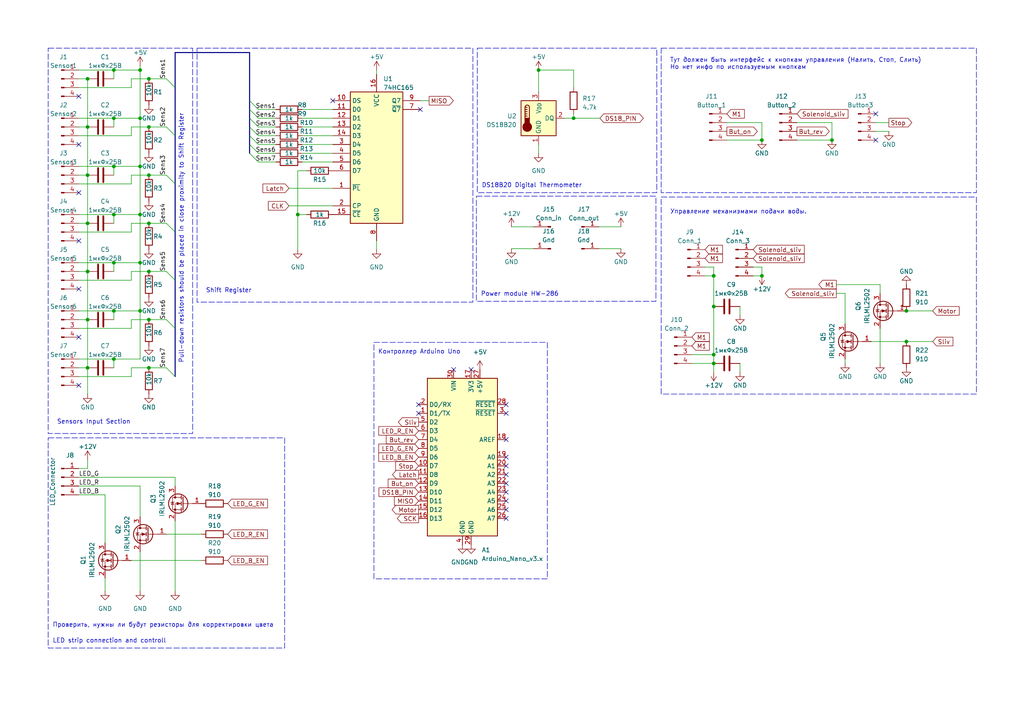
<source format=kicad_sch>
(kicad_sch (version 20230121) (generator eeschema)

  (uuid 0bd2e9c4-0463-42ef-892d-37dbf9b18024)

  (paper "A4")

  (title_block
    (title "Мозги Аквариума")
    (date "2023-06-28")
    (rev "1")
    (company "АО \"РМГ\"")
    (comment 2 "Фомин Д.В. Мезенцев Д.А.")
  )

  (lib_symbols
    (symbol "74xx:74HC165" (in_bom yes) (on_board yes)
      (property "Reference" "U" (at -7.62 19.05 0)
        (effects (font (size 1.27 1.27)))
      )
      (property "Value" "74HC165" (at -7.62 -21.59 0)
        (effects (font (size 1.27 1.27)))
      )
      (property "Footprint" "" (at 0 0 0)
        (effects (font (size 1.27 1.27)) hide)
      )
      (property "Datasheet" "https://assets.nexperia.com/documents/data-sheet/74HC_HCT165.pdf" (at 0 0 0)
        (effects (font (size 1.27 1.27)) hide)
      )
      (property "ki_keywords" "8 bit shift register parallel load cmos" (at 0 0 0)
        (effects (font (size 1.27 1.27)) hide)
      )
      (property "ki_description" "Shift Register, 8-bit, Parallel Load" (at 0 0 0)
        (effects (font (size 1.27 1.27)) hide)
      )
      (property "ki_fp_filters" "DIP?16* SO*16*3.9x9.9mm*P1.27mm* SSOP*16*5.3x6.2mm*P0.65mm* TSSOP*16*4.4x5mm*P0.65*" (at 0 0 0)
        (effects (font (size 1.27 1.27)) hide)
      )
      (symbol "74HC165_1_0"
        (pin input line (at -12.7 -10.16 0) (length 5.08)
          (name "~{PL}" (effects (font (size 1.27 1.27))))
          (number "1" (effects (font (size 1.27 1.27))))
        )
        (pin input line (at -12.7 15.24 0) (length 5.08)
          (name "DS" (effects (font (size 1.27 1.27))))
          (number "10" (effects (font (size 1.27 1.27))))
        )
        (pin input line (at -12.7 12.7 0) (length 5.08)
          (name "D0" (effects (font (size 1.27 1.27))))
          (number "11" (effects (font (size 1.27 1.27))))
        )
        (pin input line (at -12.7 10.16 0) (length 5.08)
          (name "D1" (effects (font (size 1.27 1.27))))
          (number "12" (effects (font (size 1.27 1.27))))
        )
        (pin input line (at -12.7 7.62 0) (length 5.08)
          (name "D2" (effects (font (size 1.27 1.27))))
          (number "13" (effects (font (size 1.27 1.27))))
        )
        (pin input line (at -12.7 5.08 0) (length 5.08)
          (name "D3" (effects (font (size 1.27 1.27))))
          (number "14" (effects (font (size 1.27 1.27))))
        )
        (pin input line (at -12.7 -17.78 0) (length 5.08)
          (name "~{CE}" (effects (font (size 1.27 1.27))))
          (number "15" (effects (font (size 1.27 1.27))))
        )
        (pin power_in line (at 0 22.86 270) (length 5.08)
          (name "VCC" (effects (font (size 1.27 1.27))))
          (number "16" (effects (font (size 1.27 1.27))))
        )
        (pin input line (at -12.7 -15.24 0) (length 5.08)
          (name "CP" (effects (font (size 1.27 1.27))))
          (number "2" (effects (font (size 1.27 1.27))))
        )
        (pin input line (at -12.7 2.54 0) (length 5.08)
          (name "D4" (effects (font (size 1.27 1.27))))
          (number "3" (effects (font (size 1.27 1.27))))
        )
        (pin input line (at -12.7 0 0) (length 5.08)
          (name "D5" (effects (font (size 1.27 1.27))))
          (number "4" (effects (font (size 1.27 1.27))))
        )
        (pin input line (at -12.7 -2.54 0) (length 5.08)
          (name "D6" (effects (font (size 1.27 1.27))))
          (number "5" (effects (font (size 1.27 1.27))))
        )
        (pin input line (at -12.7 -5.08 0) (length 5.08)
          (name "D7" (effects (font (size 1.27 1.27))))
          (number "6" (effects (font (size 1.27 1.27))))
        )
        (pin output line (at 12.7 12.7 180) (length 5.08)
          (name "~{Q7}" (effects (font (size 1.27 1.27))))
          (number "7" (effects (font (size 1.27 1.27))))
        )
        (pin power_in line (at 0 -25.4 90) (length 5.08)
          (name "GND" (effects (font (size 1.27 1.27))))
          (number "8" (effects (font (size 1.27 1.27))))
        )
        (pin output line (at 12.7 15.24 180) (length 5.08)
          (name "Q7" (effects (font (size 1.27 1.27))))
          (number "9" (effects (font (size 1.27 1.27))))
        )
      )
      (symbol "74HC165_1_1"
        (rectangle (start -7.62 17.78) (end 7.62 -20.32)
          (stroke (width 0.254) (type default))
          (fill (type background))
        )
      )
    )
    (symbol "Connector:Conn_01x01_Pin" (pin_names (offset 1.016) hide) (in_bom yes) (on_board yes)
      (property "Reference" "J" (at 0 2.54 0)
        (effects (font (size 1.27 1.27)))
      )
      (property "Value" "Conn_01x01_Pin" (at 0 -2.54 0)
        (effects (font (size 1.27 1.27)))
      )
      (property "Footprint" "" (at 0 0 0)
        (effects (font (size 1.27 1.27)) hide)
      )
      (property "Datasheet" "~" (at 0 0 0)
        (effects (font (size 1.27 1.27)) hide)
      )
      (property "ki_locked" "" (at 0 0 0)
        (effects (font (size 1.27 1.27)))
      )
      (property "ki_keywords" "connector" (at 0 0 0)
        (effects (font (size 1.27 1.27)) hide)
      )
      (property "ki_description" "Generic connector, single row, 01x01, script generated" (at 0 0 0)
        (effects (font (size 1.27 1.27)) hide)
      )
      (property "ki_fp_filters" "Connector*:*_1x??_*" (at 0 0 0)
        (effects (font (size 1.27 1.27)) hide)
      )
      (symbol "Conn_01x01_Pin_1_1"
        (polyline
          (pts
            (xy 1.27 0)
            (xy 0.8636 0)
          )
          (stroke (width 0.1524) (type default))
          (fill (type none))
        )
        (rectangle (start 0.8636 0.127) (end 0 -0.127)
          (stroke (width 0.1524) (type default))
          (fill (type outline))
        )
        (pin passive line (at 5.08 0 180) (length 3.81)
          (name "Pin_1" (effects (font (size 1.27 1.27))))
          (number "1" (effects (font (size 1.27 1.27))))
        )
      )
    )
    (symbol "Connector:Conn_01x04_Pin" (pin_names (offset 1.016) hide) (in_bom yes) (on_board yes)
      (property "Reference" "J" (at 0 5.08 0)
        (effects (font (size 1.27 1.27)))
      )
      (property "Value" "Conn_01x04_Pin" (at 0 -7.62 0)
        (effects (font (size 1.27 1.27)))
      )
      (property "Footprint" "" (at 0 0 0)
        (effects (font (size 1.27 1.27)) hide)
      )
      (property "Datasheet" "~" (at 0 0 0)
        (effects (font (size 1.27 1.27)) hide)
      )
      (property "ki_locked" "" (at 0 0 0)
        (effects (font (size 1.27 1.27)))
      )
      (property "ki_keywords" "connector" (at 0 0 0)
        (effects (font (size 1.27 1.27)) hide)
      )
      (property "ki_description" "Generic connector, single row, 01x04, script generated" (at 0 0 0)
        (effects (font (size 1.27 1.27)) hide)
      )
      (property "ki_fp_filters" "Connector*:*_1x??_*" (at 0 0 0)
        (effects (font (size 1.27 1.27)) hide)
      )
      (symbol "Conn_01x04_Pin_1_1"
        (polyline
          (pts
            (xy 1.27 -5.08)
            (xy 0.8636 -5.08)
          )
          (stroke (width 0.1524) (type default))
          (fill (type none))
        )
        (polyline
          (pts
            (xy 1.27 -2.54)
            (xy 0.8636 -2.54)
          )
          (stroke (width 0.1524) (type default))
          (fill (type none))
        )
        (polyline
          (pts
            (xy 1.27 0)
            (xy 0.8636 0)
          )
          (stroke (width 0.1524) (type default))
          (fill (type none))
        )
        (polyline
          (pts
            (xy 1.27 2.54)
            (xy 0.8636 2.54)
          )
          (stroke (width 0.1524) (type default))
          (fill (type none))
        )
        (rectangle (start 0.8636 -4.953) (end 0 -5.207)
          (stroke (width 0.1524) (type default))
          (fill (type outline))
        )
        (rectangle (start 0.8636 -2.413) (end 0 -2.667)
          (stroke (width 0.1524) (type default))
          (fill (type outline))
        )
        (rectangle (start 0.8636 0.127) (end 0 -0.127)
          (stroke (width 0.1524) (type default))
          (fill (type outline))
        )
        (rectangle (start 0.8636 2.667) (end 0 2.413)
          (stroke (width 0.1524) (type default))
          (fill (type outline))
        )
        (pin passive line (at 5.08 2.54 180) (length 3.81)
          (name "Pin_1" (effects (font (size 1.27 1.27))))
          (number "1" (effects (font (size 1.27 1.27))))
        )
        (pin passive line (at 5.08 0 180) (length 3.81)
          (name "Pin_2" (effects (font (size 1.27 1.27))))
          (number "2" (effects (font (size 1.27 1.27))))
        )
        (pin passive line (at 5.08 -2.54 180) (length 3.81)
          (name "Pin_3" (effects (font (size 1.27 1.27))))
          (number "3" (effects (font (size 1.27 1.27))))
        )
        (pin passive line (at 5.08 -5.08 180) (length 3.81)
          (name "Pin_4" (effects (font (size 1.27 1.27))))
          (number "4" (effects (font (size 1.27 1.27))))
        )
      )
    )
    (symbol "Device:C" (pin_numbers hide) (pin_names (offset 0.254)) (in_bom yes) (on_board yes)
      (property "Reference" "C" (at 0.635 2.54 0)
        (effects (font (size 1.27 1.27)) (justify left))
      )
      (property "Value" "C" (at 0.635 -2.54 0)
        (effects (font (size 1.27 1.27)) (justify left))
      )
      (property "Footprint" "" (at 0.9652 -3.81 0)
        (effects (font (size 1.27 1.27)) hide)
      )
      (property "Datasheet" "~" (at 0 0 0)
        (effects (font (size 1.27 1.27)) hide)
      )
      (property "ki_keywords" "cap capacitor" (at 0 0 0)
        (effects (font (size 1.27 1.27)) hide)
      )
      (property "ki_description" "Unpolarized capacitor" (at 0 0 0)
        (effects (font (size 1.27 1.27)) hide)
      )
      (property "ki_fp_filters" "C_*" (at 0 0 0)
        (effects (font (size 1.27 1.27)) hide)
      )
      (symbol "C_0_1"
        (polyline
          (pts
            (xy -2.032 -0.762)
            (xy 2.032 -0.762)
          )
          (stroke (width 0.508) (type default))
          (fill (type none))
        )
        (polyline
          (pts
            (xy -2.032 0.762)
            (xy 2.032 0.762)
          )
          (stroke (width 0.508) (type default))
          (fill (type none))
        )
      )
      (symbol "C_1_1"
        (pin passive line (at 0 3.81 270) (length 2.794)
          (name "~" (effects (font (size 1.27 1.27))))
          (number "1" (effects (font (size 1.27 1.27))))
        )
        (pin passive line (at 0 -3.81 90) (length 2.794)
          (name "~" (effects (font (size 1.27 1.27))))
          (number "2" (effects (font (size 1.27 1.27))))
        )
      )
    )
    (symbol "Device:R" (pin_numbers hide) (pin_names (offset 0)) (in_bom yes) (on_board yes)
      (property "Reference" "R" (at 2.032 0 90)
        (effects (font (size 1.27 1.27)))
      )
      (property "Value" "R" (at 0 0 90)
        (effects (font (size 1.27 1.27)))
      )
      (property "Footprint" "" (at -1.778 0 90)
        (effects (font (size 1.27 1.27)) hide)
      )
      (property "Datasheet" "~" (at 0 0 0)
        (effects (font (size 1.27 1.27)) hide)
      )
      (property "ki_keywords" "R res resistor" (at 0 0 0)
        (effects (font (size 1.27 1.27)) hide)
      )
      (property "ki_description" "Resistor" (at 0 0 0)
        (effects (font (size 1.27 1.27)) hide)
      )
      (property "ki_fp_filters" "R_*" (at 0 0 0)
        (effects (font (size 1.27 1.27)) hide)
      )
      (symbol "R_0_1"
        (rectangle (start -1.016 -2.54) (end 1.016 2.54)
          (stroke (width 0.254) (type default))
          (fill (type none))
        )
      )
      (symbol "R_1_1"
        (pin passive line (at 0 3.81 270) (length 1.27)
          (name "~" (effects (font (size 1.27 1.27))))
          (number "1" (effects (font (size 1.27 1.27))))
        )
        (pin passive line (at 0 -3.81 90) (length 1.27)
          (name "~" (effects (font (size 1.27 1.27))))
          (number "2" (effects (font (size 1.27 1.27))))
        )
      )
    )
    (symbol "MCU_Module:Arduino_Nano_v3.x" (in_bom yes) (on_board yes)
      (property "Reference" "A" (at -10.16 23.495 0)
        (effects (font (size 1.27 1.27)) (justify left bottom))
      )
      (property "Value" "Arduino_Nano_v3.x" (at 5.08 -24.13 0)
        (effects (font (size 1.27 1.27)) (justify left top))
      )
      (property "Footprint" "Module:Arduino_Nano" (at 0 0 0)
        (effects (font (size 1.27 1.27) italic) hide)
      )
      (property "Datasheet" "http://www.mouser.com/pdfdocs/Gravitech_Arduino_Nano3_0.pdf" (at 0 0 0)
        (effects (font (size 1.27 1.27)) hide)
      )
      (property "ki_keywords" "Arduino nano microcontroller module USB" (at 0 0 0)
        (effects (font (size 1.27 1.27)) hide)
      )
      (property "ki_description" "Arduino Nano v3.x" (at 0 0 0)
        (effects (font (size 1.27 1.27)) hide)
      )
      (property "ki_fp_filters" "Arduino*Nano*" (at 0 0 0)
        (effects (font (size 1.27 1.27)) hide)
      )
      (symbol "Arduino_Nano_v3.x_0_1"
        (rectangle (start -10.16 22.86) (end 10.16 -22.86)
          (stroke (width 0.254) (type default))
          (fill (type background))
        )
      )
      (symbol "Arduino_Nano_v3.x_1_1"
        (pin bidirectional line (at -12.7 12.7 0) (length 2.54)
          (name "D1/TX" (effects (font (size 1.27 1.27))))
          (number "1" (effects (font (size 1.27 1.27))))
        )
        (pin bidirectional line (at -12.7 -2.54 0) (length 2.54)
          (name "D7" (effects (font (size 1.27 1.27))))
          (number "10" (effects (font (size 1.27 1.27))))
        )
        (pin bidirectional line (at -12.7 -5.08 0) (length 2.54)
          (name "D8" (effects (font (size 1.27 1.27))))
          (number "11" (effects (font (size 1.27 1.27))))
        )
        (pin bidirectional line (at -12.7 -7.62 0) (length 2.54)
          (name "D9" (effects (font (size 1.27 1.27))))
          (number "12" (effects (font (size 1.27 1.27))))
        )
        (pin bidirectional line (at -12.7 -10.16 0) (length 2.54)
          (name "D10" (effects (font (size 1.27 1.27))))
          (number "13" (effects (font (size 1.27 1.27))))
        )
        (pin bidirectional line (at -12.7 -12.7 0) (length 2.54)
          (name "D11" (effects (font (size 1.27 1.27))))
          (number "14" (effects (font (size 1.27 1.27))))
        )
        (pin bidirectional line (at -12.7 -15.24 0) (length 2.54)
          (name "D12" (effects (font (size 1.27 1.27))))
          (number "15" (effects (font (size 1.27 1.27))))
        )
        (pin bidirectional line (at -12.7 -17.78 0) (length 2.54)
          (name "D13" (effects (font (size 1.27 1.27))))
          (number "16" (effects (font (size 1.27 1.27))))
        )
        (pin power_out line (at 2.54 25.4 270) (length 2.54)
          (name "3V3" (effects (font (size 1.27 1.27))))
          (number "17" (effects (font (size 1.27 1.27))))
        )
        (pin input line (at 12.7 5.08 180) (length 2.54)
          (name "AREF" (effects (font (size 1.27 1.27))))
          (number "18" (effects (font (size 1.27 1.27))))
        )
        (pin bidirectional line (at 12.7 0 180) (length 2.54)
          (name "A0" (effects (font (size 1.27 1.27))))
          (number "19" (effects (font (size 1.27 1.27))))
        )
        (pin bidirectional line (at -12.7 15.24 0) (length 2.54)
          (name "D0/RX" (effects (font (size 1.27 1.27))))
          (number "2" (effects (font (size 1.27 1.27))))
        )
        (pin bidirectional line (at 12.7 -2.54 180) (length 2.54)
          (name "A1" (effects (font (size 1.27 1.27))))
          (number "20" (effects (font (size 1.27 1.27))))
        )
        (pin bidirectional line (at 12.7 -5.08 180) (length 2.54)
          (name "A2" (effects (font (size 1.27 1.27))))
          (number "21" (effects (font (size 1.27 1.27))))
        )
        (pin bidirectional line (at 12.7 -7.62 180) (length 2.54)
          (name "A3" (effects (font (size 1.27 1.27))))
          (number "22" (effects (font (size 1.27 1.27))))
        )
        (pin bidirectional line (at 12.7 -10.16 180) (length 2.54)
          (name "A4" (effects (font (size 1.27 1.27))))
          (number "23" (effects (font (size 1.27 1.27))))
        )
        (pin bidirectional line (at 12.7 -12.7 180) (length 2.54)
          (name "A5" (effects (font (size 1.27 1.27))))
          (number "24" (effects (font (size 1.27 1.27))))
        )
        (pin bidirectional line (at 12.7 -15.24 180) (length 2.54)
          (name "A6" (effects (font (size 1.27 1.27))))
          (number "25" (effects (font (size 1.27 1.27))))
        )
        (pin bidirectional line (at 12.7 -17.78 180) (length 2.54)
          (name "A7" (effects (font (size 1.27 1.27))))
          (number "26" (effects (font (size 1.27 1.27))))
        )
        (pin power_out line (at 5.08 25.4 270) (length 2.54)
          (name "+5V" (effects (font (size 1.27 1.27))))
          (number "27" (effects (font (size 1.27 1.27))))
        )
        (pin input line (at 12.7 15.24 180) (length 2.54)
          (name "~{RESET}" (effects (font (size 1.27 1.27))))
          (number "28" (effects (font (size 1.27 1.27))))
        )
        (pin power_in line (at 2.54 -25.4 90) (length 2.54)
          (name "GND" (effects (font (size 1.27 1.27))))
          (number "29" (effects (font (size 1.27 1.27))))
        )
        (pin input line (at 12.7 12.7 180) (length 2.54)
          (name "~{RESET}" (effects (font (size 1.27 1.27))))
          (number "3" (effects (font (size 1.27 1.27))))
        )
        (pin power_in line (at -2.54 25.4 270) (length 2.54)
          (name "VIN" (effects (font (size 1.27 1.27))))
          (number "30" (effects (font (size 1.27 1.27))))
        )
        (pin power_in line (at 0 -25.4 90) (length 2.54)
          (name "GND" (effects (font (size 1.27 1.27))))
          (number "4" (effects (font (size 1.27 1.27))))
        )
        (pin bidirectional line (at -12.7 10.16 0) (length 2.54)
          (name "D2" (effects (font (size 1.27 1.27))))
          (number "5" (effects (font (size 1.27 1.27))))
        )
        (pin bidirectional line (at -12.7 7.62 0) (length 2.54)
          (name "D3" (effects (font (size 1.27 1.27))))
          (number "6" (effects (font (size 1.27 1.27))))
        )
        (pin bidirectional line (at -12.7 5.08 0) (length 2.54)
          (name "D4" (effects (font (size 1.27 1.27))))
          (number "7" (effects (font (size 1.27 1.27))))
        )
        (pin bidirectional line (at -12.7 2.54 0) (length 2.54)
          (name "D5" (effects (font (size 1.27 1.27))))
          (number "8" (effects (font (size 1.27 1.27))))
        )
        (pin bidirectional line (at -12.7 0 0) (length 2.54)
          (name "D6" (effects (font (size 1.27 1.27))))
          (number "9" (effects (font (size 1.27 1.27))))
        )
      )
    )
    (symbol "Sensor_Temperature:DS18B20" (in_bom yes) (on_board yes)
      (property "Reference" "U" (at -3.81 6.35 0)
        (effects (font (size 1.27 1.27)))
      )
      (property "Value" "DS18B20" (at 6.35 6.35 0)
        (effects (font (size 1.27 1.27)))
      )
      (property "Footprint" "Package_TO_SOT_THT:TO-92_Inline" (at -25.4 -6.35 0)
        (effects (font (size 1.27 1.27)) hide)
      )
      (property "Datasheet" "http://datasheets.maximintegrated.com/en/ds/DS18B20.pdf" (at -3.81 6.35 0)
        (effects (font (size 1.27 1.27)) hide)
      )
      (property "ki_keywords" "OneWire 1Wire Dallas Maxim" (at 0 0 0)
        (effects (font (size 1.27 1.27)) hide)
      )
      (property "ki_description" "Programmable Resolution 1-Wire Digital Thermometer TO-92" (at 0 0 0)
        (effects (font (size 1.27 1.27)) hide)
      )
      (property "ki_fp_filters" "TO*92*" (at 0 0 0)
        (effects (font (size 1.27 1.27)) hide)
      )
      (symbol "DS18B20_0_1"
        (rectangle (start -5.08 5.08) (end 5.08 -5.08)
          (stroke (width 0.254) (type default))
          (fill (type background))
        )
        (circle (center -3.302 -2.54) (radius 1.27)
          (stroke (width 0.254) (type default))
          (fill (type outline))
        )
        (rectangle (start -2.667 -1.905) (end -3.937 0)
          (stroke (width 0.254) (type default))
          (fill (type outline))
        )
        (arc (start -2.667 3.175) (mid -3.302 3.8073) (end -3.937 3.175)
          (stroke (width 0.254) (type default))
          (fill (type none))
        )
        (polyline
          (pts
            (xy -3.937 0.635)
            (xy -3.302 0.635)
          )
          (stroke (width 0.254) (type default))
          (fill (type none))
        )
        (polyline
          (pts
            (xy -3.937 1.27)
            (xy -3.302 1.27)
          )
          (stroke (width 0.254) (type default))
          (fill (type none))
        )
        (polyline
          (pts
            (xy -3.937 1.905)
            (xy -3.302 1.905)
          )
          (stroke (width 0.254) (type default))
          (fill (type none))
        )
        (polyline
          (pts
            (xy -3.937 2.54)
            (xy -3.302 2.54)
          )
          (stroke (width 0.254) (type default))
          (fill (type none))
        )
        (polyline
          (pts
            (xy -3.937 3.175)
            (xy -3.937 0)
          )
          (stroke (width 0.254) (type default))
          (fill (type none))
        )
        (polyline
          (pts
            (xy -3.937 3.175)
            (xy -3.302 3.175)
          )
          (stroke (width 0.254) (type default))
          (fill (type none))
        )
        (polyline
          (pts
            (xy -2.667 3.175)
            (xy -2.667 0)
          )
          (stroke (width 0.254) (type default))
          (fill (type none))
        )
      )
      (symbol "DS18B20_1_1"
        (pin power_in line (at 0 -7.62 90) (length 2.54)
          (name "GND" (effects (font (size 1.27 1.27))))
          (number "1" (effects (font (size 1.27 1.27))))
        )
        (pin bidirectional line (at 7.62 0 180) (length 2.54)
          (name "DQ" (effects (font (size 1.27 1.27))))
          (number "2" (effects (font (size 1.27 1.27))))
        )
        (pin power_in line (at 0 7.62 270) (length 2.54)
          (name "V_{DD}" (effects (font (size 1.27 1.27))))
          (number "3" (effects (font (size 1.27 1.27))))
        )
      )
    )
    (symbol "Transistor_FET:IRLML2060" (pin_names hide) (in_bom yes) (on_board yes)
      (property "Reference" "Q" (at 5.08 1.905 0)
        (effects (font (size 1.27 1.27)) (justify left))
      )
      (property "Value" "IRLML2060" (at 5.08 0 0)
        (effects (font (size 1.27 1.27)) (justify left))
      )
      (property "Footprint" "Package_TO_SOT_SMD:SOT-23" (at 5.08 -1.905 0)
        (effects (font (size 1.27 1.27) italic) (justify left) hide)
      )
      (property "Datasheet" "https://www.infineon.com/dgdl/irlml2060pbf.pdf?fileId=5546d462533600a401535664b7fb25ee" (at 0 0 0)
        (effects (font (size 1.27 1.27)) (justify left) hide)
      )
      (property "ki_keywords" "N-Channel HEXFET MOSFET" (at 0 0 0)
        (effects (font (size 1.27 1.27)) hide)
      )
      (property "ki_description" "1.2A Id, 60V Vds, 480mOhm Rds, N-Channel HEXFET Power MOSFET, SOT-23" (at 0 0 0)
        (effects (font (size 1.27 1.27)) hide)
      )
      (property "ki_fp_filters" "SOT?23*" (at 0 0 0)
        (effects (font (size 1.27 1.27)) hide)
      )
      (symbol "IRLML2060_0_1"
        (polyline
          (pts
            (xy 0.254 0)
            (xy -2.54 0)
          )
          (stroke (width 0) (type default))
          (fill (type none))
        )
        (polyline
          (pts
            (xy 0.254 1.905)
            (xy 0.254 -1.905)
          )
          (stroke (width 0.254) (type default))
          (fill (type none))
        )
        (polyline
          (pts
            (xy 0.762 -1.27)
            (xy 0.762 -2.286)
          )
          (stroke (width 0.254) (type default))
          (fill (type none))
        )
        (polyline
          (pts
            (xy 0.762 0.508)
            (xy 0.762 -0.508)
          )
          (stroke (width 0.254) (type default))
          (fill (type none))
        )
        (polyline
          (pts
            (xy 0.762 2.286)
            (xy 0.762 1.27)
          )
          (stroke (width 0.254) (type default))
          (fill (type none))
        )
        (polyline
          (pts
            (xy 2.54 2.54)
            (xy 2.54 1.778)
          )
          (stroke (width 0) (type default))
          (fill (type none))
        )
        (polyline
          (pts
            (xy 2.54 -2.54)
            (xy 2.54 0)
            (xy 0.762 0)
          )
          (stroke (width 0) (type default))
          (fill (type none))
        )
        (polyline
          (pts
            (xy 0.762 -1.778)
            (xy 3.302 -1.778)
            (xy 3.302 1.778)
            (xy 0.762 1.778)
          )
          (stroke (width 0) (type default))
          (fill (type none))
        )
        (polyline
          (pts
            (xy 1.016 0)
            (xy 2.032 0.381)
            (xy 2.032 -0.381)
            (xy 1.016 0)
          )
          (stroke (width 0) (type default))
          (fill (type outline))
        )
        (polyline
          (pts
            (xy 2.794 0.508)
            (xy 2.921 0.381)
            (xy 3.683 0.381)
            (xy 3.81 0.254)
          )
          (stroke (width 0) (type default))
          (fill (type none))
        )
        (polyline
          (pts
            (xy 3.302 0.381)
            (xy 2.921 -0.254)
            (xy 3.683 -0.254)
            (xy 3.302 0.381)
          )
          (stroke (width 0) (type default))
          (fill (type none))
        )
        (circle (center 1.651 0) (radius 2.794)
          (stroke (width 0.254) (type default))
          (fill (type none))
        )
        (circle (center 2.54 -1.778) (radius 0.254)
          (stroke (width 0) (type default))
          (fill (type outline))
        )
        (circle (center 2.54 1.778) (radius 0.254)
          (stroke (width 0) (type default))
          (fill (type outline))
        )
      )
      (symbol "IRLML2060_1_1"
        (pin input line (at -5.08 0 0) (length 2.54)
          (name "G" (effects (font (size 1.27 1.27))))
          (number "1" (effects (font (size 1.27 1.27))))
        )
        (pin passive line (at 2.54 -5.08 90) (length 2.54)
          (name "S" (effects (font (size 1.27 1.27))))
          (number "2" (effects (font (size 1.27 1.27))))
        )
        (pin passive line (at 2.54 5.08 270) (length 2.54)
          (name "D" (effects (font (size 1.27 1.27))))
          (number "3" (effects (font (size 1.27 1.27))))
        )
      )
    )
    (symbol "power:+12V" (power) (pin_names (offset 0)) (in_bom yes) (on_board yes)
      (property "Reference" "#PWR" (at 0 -3.81 0)
        (effects (font (size 1.27 1.27)) hide)
      )
      (property "Value" "+12V" (at 0 3.556 0)
        (effects (font (size 1.27 1.27)))
      )
      (property "Footprint" "" (at 0 0 0)
        (effects (font (size 1.27 1.27)) hide)
      )
      (property "Datasheet" "" (at 0 0 0)
        (effects (font (size 1.27 1.27)) hide)
      )
      (property "ki_keywords" "global power" (at 0 0 0)
        (effects (font (size 1.27 1.27)) hide)
      )
      (property "ki_description" "Power symbol creates a global label with name \"+12V\"" (at 0 0 0)
        (effects (font (size 1.27 1.27)) hide)
      )
      (symbol "+12V_0_1"
        (polyline
          (pts
            (xy -0.762 1.27)
            (xy 0 2.54)
          )
          (stroke (width 0) (type default))
          (fill (type none))
        )
        (polyline
          (pts
            (xy 0 0)
            (xy 0 2.54)
          )
          (stroke (width 0) (type default))
          (fill (type none))
        )
        (polyline
          (pts
            (xy 0 2.54)
            (xy 0.762 1.27)
          )
          (stroke (width 0) (type default))
          (fill (type none))
        )
      )
      (symbol "+12V_1_1"
        (pin power_in line (at 0 0 90) (length 0) hide
          (name "+12V" (effects (font (size 1.27 1.27))))
          (number "1" (effects (font (size 1.27 1.27))))
        )
      )
    )
    (symbol "power:+5V" (power) (pin_names (offset 0)) (in_bom yes) (on_board yes)
      (property "Reference" "#PWR" (at 0 -3.81 0)
        (effects (font (size 1.27 1.27)) hide)
      )
      (property "Value" "+5V" (at 0 3.556 0)
        (effects (font (size 1.27 1.27)))
      )
      (property "Footprint" "" (at 0 0 0)
        (effects (font (size 1.27 1.27)) hide)
      )
      (property "Datasheet" "" (at 0 0 0)
        (effects (font (size 1.27 1.27)) hide)
      )
      (property "ki_keywords" "global power" (at 0 0 0)
        (effects (font (size 1.27 1.27)) hide)
      )
      (property "ki_description" "Power symbol creates a global label with name \"+5V\"" (at 0 0 0)
        (effects (font (size 1.27 1.27)) hide)
      )
      (symbol "+5V_0_1"
        (polyline
          (pts
            (xy -0.762 1.27)
            (xy 0 2.54)
          )
          (stroke (width 0) (type default))
          (fill (type none))
        )
        (polyline
          (pts
            (xy 0 0)
            (xy 0 2.54)
          )
          (stroke (width 0) (type default))
          (fill (type none))
        )
        (polyline
          (pts
            (xy 0 2.54)
            (xy 0.762 1.27)
          )
          (stroke (width 0) (type default))
          (fill (type none))
        )
      )
      (symbol "+5V_1_1"
        (pin power_in line (at 0 0 90) (length 0) hide
          (name "+5V" (effects (font (size 1.27 1.27))))
          (number "1" (effects (font (size 1.27 1.27))))
        )
      )
    )
    (symbol "power:GND" (power) (pin_names (offset 0)) (in_bom yes) (on_board yes)
      (property "Reference" "#PWR" (at 0 -6.35 0)
        (effects (font (size 1.27 1.27)) hide)
      )
      (property "Value" "GND" (at 0 -3.81 0)
        (effects (font (size 1.27 1.27)))
      )
      (property "Footprint" "" (at 0 0 0)
        (effects (font (size 1.27 1.27)) hide)
      )
      (property "Datasheet" "" (at 0 0 0)
        (effects (font (size 1.27 1.27)) hide)
      )
      (property "ki_keywords" "global power" (at 0 0 0)
        (effects (font (size 1.27 1.27)) hide)
      )
      (property "ki_description" "Power symbol creates a global label with name \"GND\" , ground" (at 0 0 0)
        (effects (font (size 1.27 1.27)) hide)
      )
      (symbol "GND_0_1"
        (polyline
          (pts
            (xy 0 0)
            (xy 0 -1.27)
            (xy 1.27 -1.27)
            (xy 0 -2.54)
            (xy -1.27 -1.27)
            (xy 0 -1.27)
          )
          (stroke (width 0) (type default))
          (fill (type none))
        )
      )
      (symbol "GND_1_1"
        (pin power_in line (at 0 0 270) (length 0) hide
          (name "GND" (effects (font (size 1.27 1.27))))
          (number "1" (effects (font (size 1.27 1.27))))
        )
      )
    )
  )

  (junction (at 25.4 36.83) (diameter 0) (color 0 0 0 0)
    (uuid 0c2735ba-97db-4aff-bc9f-6839c3342f57)
  )
  (junction (at 43.18 64.77) (diameter 0) (color 0 0 0 0)
    (uuid 0cccce8c-28b3-4fa8-8f18-97f0ce6d6f4f)
  )
  (junction (at 40.64 34.29) (diameter 0) (color 0 0 0 0)
    (uuid 12778bfc-1b88-4b8b-a571-f0d25f0319a9)
  )
  (junction (at 86.36 62.23) (diameter 0) (color 0 0 0 0)
    (uuid 159f21b0-bfa0-4401-95c4-4a2434acbd9e)
  )
  (junction (at 43.18 78.74) (diameter 0) (color 0 0 0 0)
    (uuid 1710fb13-8e9a-4483-bdd5-fec86ac07205)
  )
  (junction (at 207.01 80.01) (diameter 0) (color 0 0 0 0)
    (uuid 1d45d89c-8a13-4c9c-8484-06ae1f9faa17)
  )
  (junction (at 43.18 50.8) (diameter 0) (color 0 0 0 0)
    (uuid 1e4c5e78-2b2a-4f15-8cf5-503bc1b0784b)
  )
  (junction (at 207.01 105.41) (diameter 0) (color 0 0 0 0)
    (uuid 211206da-57ca-405c-a5b5-4622a46ddbae)
  )
  (junction (at 40.64 20.32) (diameter 0) (color 0 0 0 0)
    (uuid 3876581f-6c8f-4e9b-9824-53145dfaec79)
  )
  (junction (at 262.89 90.17) (diameter 0) (color 0 0 0 0)
    (uuid 3911ef28-60d0-4826-bf01-f351ee9bc62a)
  )
  (junction (at 33.02 76.2) (diameter 0) (color 0 0 0 0)
    (uuid 41a7994d-5ecb-4c51-9a67-5309c8ba2df4)
  )
  (junction (at 207.01 88.9) (diameter 0) (color 0 0 0 0)
    (uuid 486617c8-c677-4319-a656-33f072a65837)
  )
  (junction (at 43.18 92.71) (diameter 0) (color 0 0 0 0)
    (uuid 536765a0-d9ec-4fc4-83f4-9ba309d8adfe)
  )
  (junction (at 33.02 104.14) (diameter 0) (color 0 0 0 0)
    (uuid 55e5174f-76dc-4447-80bc-a0fc4fb6d762)
  )
  (junction (at 220.98 40.64) (diameter 0) (color 0 0 0 0)
    (uuid 571be651-92e5-40c3-8127-6c8cbc65048f)
  )
  (junction (at 25.4 92.71) (diameter 0) (color 0 0 0 0)
    (uuid 5a782c00-5b00-475b-8804-17b170bf5e57)
  )
  (junction (at 25.4 22.86) (diameter 0) (color 0 0 0 0)
    (uuid 5f6dc7e6-1c79-4d2e-8c5a-63c714ed3be9)
  )
  (junction (at 33.02 90.17) (diameter 0) (color 0 0 0 0)
    (uuid 6d23d0c3-aa7e-4dcf-a244-c94a5d500e34)
  )
  (junction (at 33.02 62.23) (diameter 0) (color 0 0 0 0)
    (uuid 6f93e017-8ce2-49f6-8dfa-85422b5b430e)
  )
  (junction (at 33.02 34.29) (diameter 0) (color 0 0 0 0)
    (uuid 7575b740-bd7a-40f3-805e-cf871bae0a09)
  )
  (junction (at 40.64 90.17) (diameter 0) (color 0 0 0 0)
    (uuid 7d62e611-9f9b-4eb5-927c-30606c025b9d)
  )
  (junction (at 25.4 50.8) (diameter 0) (color 0 0 0 0)
    (uuid 8769d38e-67bd-40fc-9985-43d3a7e0a95e)
  )
  (junction (at 220.98 80.01) (diameter 0) (color 0 0 0 0)
    (uuid 8ee6f279-82b7-4f89-b094-3ee7c572184f)
  )
  (junction (at 25.4 106.68) (diameter 0) (color 0 0 0 0)
    (uuid 9456b5ac-abdb-4398-9d13-9ba5e917ab66)
  )
  (junction (at 241.3 40.64) (diameter 0) (color 0 0 0 0)
    (uuid 9960df56-364e-4d7a-a81e-b83b0bf1f564)
  )
  (junction (at 262.89 99.06) (diameter 0) (color 0 0 0 0)
    (uuid 9a540d62-eec4-4bad-8222-e92be8bb1015)
  )
  (junction (at 43.18 36.83) (diameter 0) (color 0 0 0 0)
    (uuid 9c74465f-63e9-4618-afeb-9737bd7e39f3)
  )
  (junction (at 33.02 20.32) (diameter 0) (color 0 0 0 0)
    (uuid ab65ef67-4c50-4329-851a-d9bacb043d40)
  )
  (junction (at 25.4 78.74) (diameter 0) (color 0 0 0 0)
    (uuid bd17a888-c129-4a44-9581-df8fb60f8323)
  )
  (junction (at 156.21 20.32) (diameter 0) (color 0 0 0 0)
    (uuid bf89f1dc-d118-4249-bfd3-d2bd04677a61)
  )
  (junction (at 207.01 102.87) (diameter 0) (color 0 0 0 0)
    (uuid c3497bbe-397e-4c7c-9643-37aeb334d65a)
  )
  (junction (at 40.64 76.2) (diameter 0) (color 0 0 0 0)
    (uuid c9f02de7-d0af-43ad-a49f-f54b5bc270e9)
  )
  (junction (at 43.18 22.86) (diameter 0) (color 0 0 0 0)
    (uuid cbb2c02d-7f6d-4635-9756-ac074d27abbc)
  )
  (junction (at 43.18 106.68) (diameter 0) (color 0 0 0 0)
    (uuid e0dc72a1-983d-44d0-87aa-96f9b5e25fa6)
  )
  (junction (at 166.37 34.29) (diameter 0) (color 0 0 0 0)
    (uuid e0ef55e0-7b5f-4c7b-94e6-c452a6cd35df)
  )
  (junction (at 40.64 62.23) (diameter 0) (color 0 0 0 0)
    (uuid e18fd049-ec93-4f7a-9d42-f75f77831c68)
  )
  (junction (at 40.64 48.26) (diameter 0) (color 0 0 0 0)
    (uuid e7996206-a188-4b65-9683-2da46c1d367d)
  )
  (junction (at 25.4 64.77) (diameter 0) (color 0 0 0 0)
    (uuid f6a0123c-b105-4b4a-b9a6-64dc17b32f51)
  )
  (junction (at 33.02 48.26) (diameter 0) (color 0 0 0 0)
    (uuid fec017c4-c6b8-4443-9737-48db7b25545a)
  )

  (no_connect (at 146.812 119.888) (uuid 0acf06d3-22bc-4816-8199-c13d53704436))
  (no_connect (at 146.812 147.828) (uuid 10ea1d09-7233-4612-bcca-874712523720))
  (no_connect (at 22.86 111.76) (uuid 1d08a878-d3d8-4cf5-96e5-ff4d686f7d03))
  (no_connect (at 96.52 29.21) (uuid 3809c0c2-a6b0-4071-8670-ff3977afde09))
  (no_connect (at 146.812 117.348) (uuid 3bbf7c97-bf19-4f0c-b98c-02454fcd1f5d))
  (no_connect (at 121.412 117.348) (uuid 3c6db3bd-f1e6-4005-b03c-97dfbccda5fb))
  (no_connect (at 146.812 140.208) (uuid 3d32bb58-7cda-4e56-8cde-aea21089d8d3))
  (no_connect (at 146.812 132.588) (uuid 6562a627-9c34-4ce3-b99e-8a638e9fdbfa))
  (no_connect (at 121.92 31.75) (uuid 74bd0548-9176-4c4e-98a3-4f71e3b3d6f4))
  (no_connect (at 254 40.64) (uuid 75de6548-c9fa-4f34-a6f6-931e0518b21b))
  (no_connect (at 22.86 97.79) (uuid 78378d37-59ea-406c-967a-b22fdaee904f))
  (no_connect (at 146.812 127.508) (uuid 791755fa-a347-458f-a821-1a410d6a218f))
  (no_connect (at 146.812 135.128) (uuid 84e34ea6-4aea-48e5-8699-f0701d1ea6b6))
  (no_connect (at 22.86 27.94) (uuid 8e35af84-3992-4371-8dac-3f93151ea076))
  (no_connect (at 22.86 69.85) (uuid 934dcff8-5574-4fa1-9c59-23d14f6b4056))
  (no_connect (at 22.86 55.88) (uuid 9ab0162a-5f50-47ef-9199-5cb0df275542))
  (no_connect (at 121.412 119.888) (uuid 9b51a95d-2322-4acc-8ea3-3fdec94fd93f))
  (no_connect (at 146.812 142.748) (uuid b5d1445d-31d4-467b-9839-10a3bfa3e512))
  (no_connect (at 22.86 83.82) (uuid b9210d59-72d5-47ce-8f7e-546860740a2f))
  (no_connect (at 146.812 145.288) (uuid c74b2b0b-a218-46a1-b754-90220f4c3214))
  (no_connect (at 131.572 107.188) (uuid d320a496-08fb-417f-bd70-d4202d8f8cb0))
  (no_connect (at 22.86 41.91) (uuid d62a2bcf-b18e-4be2-908c-09397b1a4bdc))
  (no_connect (at 254 33.02) (uuid ddccbff2-61ad-40a8-b9e7-485fbe623ea7))
  (no_connect (at 146.812 137.668) (uuid ded9fd7d-aa56-4537-b054-804ef0e67dd2))
  (no_connect (at 136.652 107.188) (uuid f5862a20-27f1-4b53-b2a2-13933c2f280f))
  (no_connect (at 146.812 150.368) (uuid fa5c0460-f7ca-4c3b-b32d-42cf78ff2bf8))

  (bus_entry (at 48.26 92.71) (size 2.54 2.54)
    (stroke (width 0) (type default))
    (uuid 26f59cbe-e090-46cd-b5ea-203e4af3a47d)
  )
  (bus_entry (at 48.26 64.77) (size 2.54 2.54)
    (stroke (width 0) (type default))
    (uuid 3608ab31-a5c2-4de4-af99-d80b35772010)
  )
  (bus_entry (at 72.39 31.75) (size 2.54 2.54)
    (stroke (width 0) (type default))
    (uuid 38fca227-3ec8-4d24-9a0d-3c7eff98e729)
  )
  (bus_entry (at 48.26 106.68) (size 2.54 2.54)
    (stroke (width 0) (type default))
    (uuid 55ee97ee-0d9a-4e33-85cc-28bb52a165a7)
  )
  (bus_entry (at 48.26 36.83) (size 2.54 2.54)
    (stroke (width 0) (type default))
    (uuid 75045618-c212-4470-8158-2b232abb9da6)
  )
  (bus_entry (at 48.26 22.86) (size 2.54 2.54)
    (stroke (width 0) (type default))
    (uuid 7fb25c6c-8c20-45c0-b887-d414a942daa6)
  )
  (bus_entry (at 48.26 78.74) (size 2.54 2.54)
    (stroke (width 0) (type default))
    (uuid 80a89de5-c7b8-4813-a61e-05b0e401695c)
  )
  (bus_entry (at 72.39 39.37) (size 2.54 2.54)
    (stroke (width 0) (type default))
    (uuid 828f11e0-c5b7-4f0b-b07f-ee2cba6bef0e)
  )
  (bus_entry (at 72.39 34.29) (size 2.54 2.54)
    (stroke (width 0) (type default))
    (uuid 83ba5f64-28d9-48ab-8d39-1c64f63d29aa)
  )
  (bus_entry (at 72.39 44.45) (size 2.54 2.54)
    (stroke (width 0) (type default))
    (uuid 8c8abcb7-5a36-49c0-987f-4ae55b1b16bf)
  )
  (bus_entry (at 72.39 36.83) (size 2.54 2.54)
    (stroke (width 0) (type default))
    (uuid a8dcec45-6f88-4e96-a5fe-a774b485eafe)
  )
  (bus_entry (at 72.39 41.91) (size 2.54 2.54)
    (stroke (width 0) (type default))
    (uuid c0d3d41d-c243-4f34-af0a-1eb1d2306ef9)
  )
  (bus_entry (at 72.39 29.21) (size 2.54 2.54)
    (stroke (width 0) (type default))
    (uuid f254afbd-98a6-4003-bc74-4bc4eed92686)
  )
  (bus_entry (at 48.26 50.8) (size 2.54 2.54)
    (stroke (width 0) (type default))
    (uuid f4da8ff2-dbff-418f-bea1-d67964acf927)
  )

  (wire (pts (xy 40.64 62.23) (xy 40.64 48.26))
    (stroke (width 0) (type default))
    (uuid 0050d064-aacb-4106-98b3-9195b0825c9e)
  )
  (wire (pts (xy 33.02 20.32) (xy 40.64 20.32))
    (stroke (width 0) (type default))
    (uuid 00797d22-0ebc-4f8e-a006-96e34035e945)
  )
  (wire (pts (xy 22.86 92.71) (xy 25.4 92.71))
    (stroke (width 0) (type default))
    (uuid 0200698e-7c0c-4200-95ef-61a1169249cd)
  )
  (wire (pts (xy 87.63 44.45) (xy 96.52 44.45))
    (stroke (width 0) (type default))
    (uuid 02bdd1b6-c4dd-4ec9-a1c5-400309cacd24)
  )
  (wire (pts (xy 22.86 81.28) (xy 38.1 81.28))
    (stroke (width 0) (type default))
    (uuid 03c961ac-a8b2-4a7c-9c38-7ab2e184703e)
  )
  (wire (pts (xy 255.27 95.25) (xy 255.27 105.41))
    (stroke (width 0) (type default))
    (uuid 06facf45-2686-4ed0-8877-b6f4bf2e8258)
  )
  (wire (pts (xy 87.63 36.83) (xy 96.52 36.83))
    (stroke (width 0) (type default))
    (uuid 0778c0e0-1f2e-4de0-9cf2-2916eefb5300)
  )
  (wire (pts (xy 33.02 20.32) (xy 33.02 22.86))
    (stroke (width 0) (type default))
    (uuid 09a7156e-5b7a-4938-92ca-c937bec646cf)
  )
  (wire (pts (xy 252.73 99.06) (xy 262.89 99.06))
    (stroke (width 0) (type default))
    (uuid 09cd4a7e-1556-4cf6-a016-061206aec443)
  )
  (wire (pts (xy 38.1 106.68) (xy 43.18 106.68))
    (stroke (width 0) (type default))
    (uuid 0add895e-f46d-438a-b4c6-d1907aa3363b)
  )
  (wire (pts (xy 22.86 95.25) (xy 38.1 95.25))
    (stroke (width 0) (type default))
    (uuid 0d72e365-8e41-4919-aad4-c87669c790e7)
  )
  (bus (pts (xy 72.39 39.37) (xy 72.39 41.91))
    (stroke (width 0) (type default))
    (uuid 0def5631-1ae1-4d81-bb50-b8f51a8eff21)
  )

  (wire (pts (xy 38.1 53.34) (xy 38.1 50.8))
    (stroke (width 0) (type default))
    (uuid 0ed53b64-f474-4917-a7ed-dacce55cafb2)
  )
  (wire (pts (xy 214.63 107.95) (xy 214.63 105.41))
    (stroke (width 0) (type default))
    (uuid 101a6159-a7d4-4553-92af-f27ee11a00d2)
  )
  (wire (pts (xy 22.86 25.4) (xy 38.1 25.4))
    (stroke (width 0) (type default))
    (uuid 10578710-2b34-49dd-b697-ef0481b3fbfe)
  )
  (wire (pts (xy 43.18 50.8) (xy 48.26 50.8))
    (stroke (width 0) (type default))
    (uuid 11c5c875-0590-445c-9847-7d93213f92c1)
  )
  (wire (pts (xy 22.86 20.32) (xy 33.02 20.32))
    (stroke (width 0) (type default))
    (uuid 138a57b1-94d8-4244-bae8-a098b4ca8ee6)
  )
  (wire (pts (xy 25.4 64.77) (xy 25.4 78.74))
    (stroke (width 0) (type default))
    (uuid 13b4bc3a-3371-41c4-8da2-037f46d9d383)
  )
  (wire (pts (xy 245.11 85.09) (xy 245.11 93.98))
    (stroke (width 0) (type default))
    (uuid 1421506d-7671-4b8d-8ea8-541242802d0e)
  )
  (wire (pts (xy 87.63 41.91) (xy 96.52 41.91))
    (stroke (width 0) (type default))
    (uuid 14feb3f3-beb0-45de-8914-0cc9fae6359b)
  )
  (wire (pts (xy 262.89 99.06) (xy 270.51 99.06))
    (stroke (width 0) (type default))
    (uuid 1545eb04-a994-408a-b90f-ea9c09cbfa5c)
  )
  (wire (pts (xy 38.1 109.22) (xy 38.1 106.68))
    (stroke (width 0) (type default))
    (uuid 154a69df-89fe-4c0f-8c7e-902ec283296d)
  )
  (wire (pts (xy 48.26 154.94) (xy 58.42 154.94))
    (stroke (width 0) (type default))
    (uuid 18122dba-a241-4483-9518-245d06666236)
  )
  (wire (pts (xy 38.1 36.83) (xy 43.18 36.83))
    (stroke (width 0) (type default))
    (uuid 198dc719-1580-4189-bcdd-c6549ad19acb)
  )
  (wire (pts (xy 254 38.1) (xy 257.81 38.1))
    (stroke (width 0) (type default))
    (uuid 1a9f9c33-7534-40e2-a443-8cdcf8062ef6)
  )
  (wire (pts (xy 25.4 78.74) (xy 25.4 92.71))
    (stroke (width 0) (type default))
    (uuid 1db437a3-8fe2-400d-a2b6-0d3b5d01f5bd)
  )
  (bus (pts (xy 72.39 41.91) (xy 72.39 44.45))
    (stroke (width 0) (type default))
    (uuid 1e41bfbe-e99b-4e36-9746-75e16e6edec6)
  )
  (bus (pts (xy 50.8 15.24) (xy 50.8 25.4))
    (stroke (width 0) (type default))
    (uuid 2246f7a1-0a6c-445a-8ef5-07733b14e588)
  )

  (wire (pts (xy 87.63 39.37) (xy 96.52 39.37))
    (stroke (width 0) (type default))
    (uuid 2261a293-111e-44ef-802d-69397efc4a8a)
  )
  (wire (pts (xy 22.86 104.14) (xy 33.02 104.14))
    (stroke (width 0) (type default))
    (uuid 2360e66f-b5f8-466b-ad03-caed2bf1a9d2)
  )
  (wire (pts (xy 25.4 50.8) (xy 25.4 64.77))
    (stroke (width 0) (type default))
    (uuid 27d74818-81d0-4186-bcb8-93107ff22e63)
  )
  (wire (pts (xy 38.1 81.28) (xy 38.1 78.74))
    (stroke (width 0) (type default))
    (uuid 2833dc91-0d24-481d-a405-309c1354cfce)
  )
  (wire (pts (xy 148.336 72.136) (xy 154.686 72.136))
    (stroke (width 0) (type default))
    (uuid 2841de68-8a57-4ebb-83ad-4c10683b5c0f)
  )
  (wire (pts (xy 25.4 92.71) (xy 25.4 106.68))
    (stroke (width 0) (type default))
    (uuid 29cd83fd-095b-409a-8a6f-f220ece384bf)
  )
  (wire (pts (xy 33.02 90.17) (xy 40.64 90.17))
    (stroke (width 0) (type default))
    (uuid 2a4079b8-9ba2-4455-bfc9-0cdd13bf3a20)
  )
  (wire (pts (xy 33.02 76.2) (xy 40.64 76.2))
    (stroke (width 0) (type default))
    (uuid 2b36d1d2-6ad0-4158-877c-d3920b94fe7a)
  )
  (wire (pts (xy 50.8 138.43) (xy 50.8 140.97))
    (stroke (width 0) (type default))
    (uuid 2f38e21b-7c2f-4e0f-adf7-329d232c631f)
  )
  (wire (pts (xy 22.86 78.74) (xy 25.4 78.74))
    (stroke (width 0) (type default))
    (uuid 31265cb0-0f98-4b6f-be51-07d66d484422)
  )
  (wire (pts (xy 220.98 35.56) (xy 220.98 40.64))
    (stroke (width 0) (type default))
    (uuid 34f2c44a-a59e-4733-a069-9828a928f992)
  )
  (wire (pts (xy 22.86 36.83) (xy 25.4 36.83))
    (stroke (width 0) (type default))
    (uuid 36128fd7-7036-4385-83b8-99aef2fe8899)
  )
  (wire (pts (xy 30.48 143.51) (xy 30.48 157.48))
    (stroke (width 0) (type default))
    (uuid 36fd4f90-e183-49b5-b382-a2abccf8da34)
  )
  (wire (pts (xy 231.14 40.64) (xy 241.3 40.64))
    (stroke (width 0) (type default))
    (uuid 37ac15b4-cbba-4579-960a-d8821bec1757)
  )
  (wire (pts (xy 87.63 31.75) (xy 96.52 31.75))
    (stroke (width 0) (type default))
    (uuid 37b737ec-6141-405d-b90a-5ae77d5be109)
  )
  (wire (pts (xy 255.27 82.55) (xy 255.27 85.09))
    (stroke (width 0) (type default))
    (uuid 37e7f715-9f9f-4df2-9c78-f0253a146e2a)
  )
  (bus (pts (xy 50.8 39.37) (xy 50.8 53.34))
    (stroke (width 0) (type default))
    (uuid 3d6a8ac4-b5c4-421b-b8cc-aee4a5d95325)
  )

  (wire (pts (xy 241.3 35.56) (xy 241.3 40.64))
    (stroke (width 0) (type default))
    (uuid 3fc4ab33-b65e-47af-96b0-0a980a0ef2de)
  )
  (wire (pts (xy 257.81 35.56) (xy 254 35.56))
    (stroke (width 0) (type default))
    (uuid 4008640d-f2e0-4bfd-9b4a-4e51b7bffbcf)
  )
  (wire (pts (xy 210.82 40.64) (xy 220.98 40.64))
    (stroke (width 0) (type default))
    (uuid 403ddd90-034b-4cea-983a-d75631f09fa4)
  )
  (wire (pts (xy 207.01 80.01) (xy 207.01 88.9))
    (stroke (width 0) (type default))
    (uuid 438e7d19-77eb-4b2f-8253-7709b6ca973c)
  )
  (wire (pts (xy 25.4 135.89) (xy 22.86 135.89))
    (stroke (width 0) (type default))
    (uuid 4672eed4-19a9-48e2-9360-922fac0d4482)
  )
  (wire (pts (xy 40.64 104.14) (xy 40.64 90.17))
    (stroke (width 0) (type default))
    (uuid 469447ec-40e9-464b-a279-4971a872e1b9)
  )
  (wire (pts (xy 200.66 102.87) (xy 207.01 102.87))
    (stroke (width 0) (type default))
    (uuid 47d6ac06-b96e-488a-8765-4842551d24f6)
  )
  (wire (pts (xy 38.1 25.4) (xy 38.1 22.86))
    (stroke (width 0) (type default))
    (uuid 4885ffaf-4b48-4947-b1b9-04cc50f6de31)
  )
  (wire (pts (xy 74.93 44.45) (xy 80.01 44.45))
    (stroke (width 0) (type default))
    (uuid 4aa006d1-3c29-4193-9a3f-e5d25168010b)
  )
  (wire (pts (xy 40.64 19.05) (xy 40.64 20.32))
    (stroke (width 0) (type default))
    (uuid 4b89ad12-79e2-45d5-adbf-2c7125d38e97)
  )
  (wire (pts (xy 25.4 133.35) (xy 25.4 135.89))
    (stroke (width 0) (type default))
    (uuid 4c064653-79c8-463b-b481-fc1fc7146361)
  )
  (wire (pts (xy 218.44 77.47) (xy 220.98 77.47))
    (stroke (width 0) (type default))
    (uuid 558bfa7f-97d1-4707-93bd-762a21a598f9)
  )
  (wire (pts (xy 83.82 59.69) (xy 96.52 59.69))
    (stroke (width 0) (type default))
    (uuid 55ec1b40-1003-4055-b4f5-7736dc91de48)
  )
  (wire (pts (xy 87.63 34.29) (xy 96.52 34.29))
    (stroke (width 0) (type default))
    (uuid 5679d926-1ed3-424c-85a4-74756c8af528)
  )
  (wire (pts (xy 204.47 77.47) (xy 207.01 77.47))
    (stroke (width 0) (type default))
    (uuid 56fbcfe6-24ae-458f-85b9-0eee55977c7d)
  )
  (wire (pts (xy 22.86 109.22) (xy 38.1 109.22))
    (stroke (width 0) (type default))
    (uuid 5796594a-d328-4bf1-b823-85a12282f82a)
  )
  (wire (pts (xy 166.37 33.02) (xy 166.37 34.29))
    (stroke (width 0) (type default))
    (uuid 5a39048e-2d1c-4046-98c8-c14048a87175)
  )
  (wire (pts (xy 40.64 140.97) (xy 40.64 149.86))
    (stroke (width 0) (type default))
    (uuid 5c0b3260-2c31-4547-879b-4e6d24760dde)
  )
  (wire (pts (xy 200.66 105.41) (xy 207.01 105.41))
    (stroke (width 0) (type default))
    (uuid 5f02c8fd-adc7-48b0-8883-c4d0da5db4bf)
  )
  (wire (pts (xy 38.1 67.31) (xy 38.1 64.77))
    (stroke (width 0) (type default))
    (uuid 6550fff4-6474-448a-a900-5484c3198d00)
  )
  (wire (pts (xy 38.1 162.56) (xy 58.42 162.56))
    (stroke (width 0) (type default))
    (uuid 67444a57-f5de-4393-9135-be7913ac5735)
  )
  (wire (pts (xy 25.4 106.68) (xy 25.4 114.3))
    (stroke (width 0) (type default))
    (uuid 68235357-2970-456e-a2ef-f6d52e972754)
  )
  (wire (pts (xy 218.44 80.01) (xy 220.98 80.01))
    (stroke (width 0) (type default))
    (uuid 6925c1a9-0463-471e-bafd-094c5a05cf0f)
  )
  (wire (pts (xy 33.02 62.23) (xy 40.64 62.23))
    (stroke (width 0) (type default))
    (uuid 6d45e79e-a396-42ab-8482-6c44ca6d0022)
  )
  (wire (pts (xy 207.01 102.87) (xy 207.01 105.41))
    (stroke (width 0) (type default))
    (uuid 70a6f119-552b-4d66-be2d-ae0920029bb4)
  )
  (wire (pts (xy 74.93 46.99) (xy 80.01 46.99))
    (stroke (width 0) (type default))
    (uuid 71ee5a89-41d8-46db-8880-7a2adb5fc4da)
  )
  (wire (pts (xy 22.86 62.23) (xy 33.02 62.23))
    (stroke (width 0) (type default))
    (uuid 72625913-146d-4330-8b6a-53e0096cac6b)
  )
  (wire (pts (xy 22.86 39.37) (xy 38.1 39.37))
    (stroke (width 0) (type default))
    (uuid 73ce21d7-7e68-4a91-8a7b-a691378c3c46)
  )
  (wire (pts (xy 22.86 106.68) (xy 25.4 106.68))
    (stroke (width 0) (type default))
    (uuid 75bfcf97-19ab-4479-9199-aa0b6b34c4b7)
  )
  (wire (pts (xy 33.02 48.26) (xy 40.64 48.26))
    (stroke (width 0) (type default))
    (uuid 782e9aa5-1bf3-45a9-adde-8511894f712c)
  )
  (wire (pts (xy 38.1 39.37) (xy 38.1 36.83))
    (stroke (width 0) (type default))
    (uuid 7e62052c-6a95-4ca3-bbbc-7f2e528a7a18)
  )
  (wire (pts (xy 207.01 88.9) (xy 207.01 102.87))
    (stroke (width 0) (type default))
    (uuid 800cd2af-8158-422f-a429-47de26bab052)
  )
  (wire (pts (xy 74.93 41.91) (xy 80.01 41.91))
    (stroke (width 0) (type default))
    (uuid 8346b068-6551-4397-b95f-26384573f108)
  )
  (wire (pts (xy 22.86 48.26) (xy 33.02 48.26))
    (stroke (width 0) (type default))
    (uuid 84baab01-076a-4183-85ae-320dd011bd92)
  )
  (wire (pts (xy 74.93 39.37) (xy 80.01 39.37))
    (stroke (width 0) (type default))
    (uuid 8614aa19-53f6-4dc8-9763-c8020f374641)
  )
  (bus (pts (xy 72.39 36.83) (xy 72.39 39.37))
    (stroke (width 0) (type default))
    (uuid 880d35f9-da78-4190-b2df-bf4535817df9)
  )

  (wire (pts (xy 25.4 22.86) (xy 25.4 36.83))
    (stroke (width 0) (type default))
    (uuid 89564172-cc05-4927-8a31-29c01753a35d)
  )
  (wire (pts (xy 33.02 90.17) (xy 33.02 92.71))
    (stroke (width 0) (type default))
    (uuid 89877f29-7aa3-4aa5-8f80-0a2e71d7b68c)
  )
  (wire (pts (xy 33.02 76.2) (xy 33.02 78.74))
    (stroke (width 0) (type default))
    (uuid 8caf1d2a-1271-4866-a2ec-fd9da5ee2194)
  )
  (wire (pts (xy 109.22 69.85) (xy 109.22 72.39))
    (stroke (width 0) (type default))
    (uuid 8ecc61b7-31d2-4360-b3a7-7e8a22852740)
  )
  (wire (pts (xy 86.36 62.23) (xy 86.36 72.39))
    (stroke (width 0) (type default))
    (uuid 8f502b9b-7112-4aff-95ad-b0e1d3c0d7df)
  )
  (wire (pts (xy 210.82 35.56) (xy 220.98 35.56))
    (stroke (width 0) (type default))
    (uuid 903ffc14-db05-4d13-a82d-cb09af9f8658)
  )
  (wire (pts (xy 163.83 34.29) (xy 166.37 34.29))
    (stroke (width 0) (type default))
    (uuid 913edfdb-c41d-4882-a944-7dc5cb38589b)
  )
  (wire (pts (xy 40.64 34.29) (xy 40.64 48.26))
    (stroke (width 0) (type default))
    (uuid 930f9ea0-a1b9-4f45-8790-c8cf5288afcb)
  )
  (wire (pts (xy 43.18 106.68) (xy 48.26 106.68))
    (stroke (width 0) (type default))
    (uuid 934040ad-97ae-4260-bfae-9209efca2451)
  )
  (wire (pts (xy 207.01 107.95) (xy 207.01 105.41))
    (stroke (width 0) (type default))
    (uuid 97190aa8-e935-4c72-a7eb-b103936fe3c4)
  )
  (wire (pts (xy 43.18 22.86) (xy 48.26 22.86))
    (stroke (width 0) (type default))
    (uuid 976770d7-ffa8-42b1-8ed5-1ad25a90b2ef)
  )
  (wire (pts (xy 214.63 91.44) (xy 214.63 88.9))
    (stroke (width 0) (type default))
    (uuid 97c75711-104e-4ed0-aa13-cd25bf5a1239)
  )
  (bus (pts (xy 50.8 53.34) (xy 50.8 67.31))
    (stroke (width 0) (type default))
    (uuid 97c8048d-5f90-44c6-8524-9bf1f52262ce)
  )

  (wire (pts (xy 220.98 77.47) (xy 220.98 80.01))
    (stroke (width 0) (type default))
    (uuid 9aff0eb7-91e5-4123-98d1-81fe5fc72964)
  )
  (wire (pts (xy 166.37 25.4) (xy 166.37 20.32))
    (stroke (width 0) (type default))
    (uuid 9b8fa5c8-7762-4bb0-b15f-49c04670f231)
  )
  (wire (pts (xy 33.02 48.26) (xy 33.02 50.8))
    (stroke (width 0) (type default))
    (uuid 9d7ac2b4-f3a0-44c4-81e1-45fa126b417c)
  )
  (wire (pts (xy 43.18 92.71) (xy 48.26 92.71))
    (stroke (width 0) (type default))
    (uuid a0bcd193-48a1-4e38-865b-1aae23d74074)
  )
  (wire (pts (xy 22.86 140.97) (xy 40.64 140.97))
    (stroke (width 0) (type default))
    (uuid a0c2167a-de2b-4be5-b7b1-25b173830645)
  )
  (wire (pts (xy 86.36 49.53) (xy 88.9 49.53))
    (stroke (width 0) (type default))
    (uuid a1969125-1ed6-485c-a0fe-1d97c2605656)
  )
  (wire (pts (xy 22.86 50.8) (xy 25.4 50.8))
    (stroke (width 0) (type default))
    (uuid a4329912-eba3-45bc-b80d-afe5b4876ef1)
  )
  (bus (pts (xy 50.8 15.24) (xy 72.39 15.24))
    (stroke (width 0) (type default))
    (uuid a94f99d0-53d5-48e9-bc3c-eeb18b160fb3)
  )
  (bus (pts (xy 50.8 95.25) (xy 50.8 109.22))
    (stroke (width 0) (type default))
    (uuid a9a92bf8-2fc3-4d83-93b5-0a832d87203d)
  )

  (wire (pts (xy 43.18 64.77) (xy 48.26 64.77))
    (stroke (width 0) (type default))
    (uuid aa8ad382-b542-42f3-882c-e1120fb00f14)
  )
  (wire (pts (xy 22.86 64.77) (xy 25.4 64.77))
    (stroke (width 0) (type default))
    (uuid ad3b392e-b559-4fc0-82c9-e0c56bf68e13)
  )
  (wire (pts (xy 22.86 53.34) (xy 38.1 53.34))
    (stroke (width 0) (type default))
    (uuid afda8b60-a16f-432a-a912-8b27e8218372)
  )
  (wire (pts (xy 22.86 90.17) (xy 33.02 90.17))
    (stroke (width 0) (type default))
    (uuid b06e1e9e-1e4d-43df-a3d5-0040bb3c5e4c)
  )
  (wire (pts (xy 38.1 92.71) (xy 43.18 92.71))
    (stroke (width 0) (type default))
    (uuid b24c147a-a0b6-4647-bdee-de99963d6367)
  )
  (wire (pts (xy 40.64 76.2) (xy 40.64 62.23))
    (stroke (width 0) (type default))
    (uuid b288b763-2230-4c55-b303-815e325cdaef)
  )
  (wire (pts (xy 38.1 50.8) (xy 43.18 50.8))
    (stroke (width 0) (type default))
    (uuid b28b5142-63ac-4b88-866c-953b73eccd57)
  )
  (wire (pts (xy 22.86 22.86) (xy 25.4 22.86))
    (stroke (width 0) (type default))
    (uuid b44722e2-74dc-4891-8bd7-df1cf915f510)
  )
  (wire (pts (xy 83.82 54.61) (xy 96.52 54.61))
    (stroke (width 0) (type default))
    (uuid b4f0d859-2d63-48b5-a499-36b6e10f56ef)
  )
  (wire (pts (xy 40.64 90.17) (xy 40.64 76.2))
    (stroke (width 0) (type default))
    (uuid b5e21a21-050a-4b1b-9ad7-abd5b8fc5565)
  )
  (wire (pts (xy 22.86 67.31) (xy 38.1 67.31))
    (stroke (width 0) (type default))
    (uuid b8f02774-ee56-4215-b197-1c8207e49486)
  )
  (wire (pts (xy 33.02 34.29) (xy 40.64 34.29))
    (stroke (width 0) (type default))
    (uuid b92c6ecb-4008-42e5-a00d-1c614f964251)
  )
  (wire (pts (xy 74.93 34.29) (xy 80.01 34.29))
    (stroke (width 0) (type default))
    (uuid bb3f4bda-1c0b-4277-9914-cf3a4f3440ac)
  )
  (wire (pts (xy 180.086 72.136) (xy 173.736 72.136))
    (stroke (width 0) (type default))
    (uuid be92d187-363b-4f6c-874d-09d4b7955716)
  )
  (wire (pts (xy 50.8 151.13) (xy 50.8 171.45))
    (stroke (width 0) (type default))
    (uuid c0374350-0543-4f1c-8853-1aa8c34ca5a4)
  )
  (wire (pts (xy 25.4 36.83) (xy 25.4 50.8))
    (stroke (width 0) (type default))
    (uuid c0c2cb32-55bc-4397-a2f1-cca30a8999e0)
  )
  (wire (pts (xy 40.64 160.02) (xy 40.64 171.45))
    (stroke (width 0) (type default))
    (uuid c12502a4-a0fd-4e7a-8e61-2c9b496afa47)
  )
  (bus (pts (xy 72.39 29.21) (xy 72.39 31.75))
    (stroke (width 0) (type default))
    (uuid c1387145-63d1-4d75-9ea2-1fd09b2d0dc0)
  )

  (wire (pts (xy 173.736 65.786) (xy 180.086 65.786))
    (stroke (width 0) (type default))
    (uuid c14172c9-8153-4248-9122-71f751ecd2fa)
  )
  (wire (pts (xy 86.36 62.23) (xy 88.9 62.23))
    (stroke (width 0) (type default))
    (uuid c1a985a1-20d3-4b99-946f-5039a1182d2e)
  )
  (wire (pts (xy 154.686 65.786) (xy 148.336 65.786))
    (stroke (width 0) (type default))
    (uuid c2fcf34b-3555-4c26-a5cd-fb54619e8248)
  )
  (wire (pts (xy 38.1 78.74) (xy 43.18 78.74))
    (stroke (width 0) (type default))
    (uuid c6c57565-bbd4-49b7-9941-14481143b648)
  )
  (wire (pts (xy 74.93 36.83) (xy 80.01 36.83))
    (stroke (width 0) (type default))
    (uuid ca6c329e-2da3-4d25-a389-24b31174fec6)
  )
  (wire (pts (xy 166.37 34.29) (xy 173.99 34.29))
    (stroke (width 0) (type default))
    (uuid cb6a7e9b-b0ac-49fa-8ba3-8b9bb5f477de)
  )
  (wire (pts (xy 30.48 167.64) (xy 30.48 171.45))
    (stroke (width 0) (type default))
    (uuid d301161c-5408-40d1-9a84-ce1520052594)
  )
  (wire (pts (xy 86.36 49.53) (xy 86.36 62.23))
    (stroke (width 0) (type default))
    (uuid d39eae04-fc72-40ae-b2bf-d8b0c0592407)
  )
  (wire (pts (xy 33.02 34.29) (xy 33.02 36.83))
    (stroke (width 0) (type default))
    (uuid d3dbdf08-a098-4c3f-a0b1-2b9784c7abe1)
  )
  (wire (pts (xy 241.3 35.56) (xy 231.14 35.56))
    (stroke (width 0) (type default))
    (uuid d59a1720-92f7-4753-9143-09bf8a6318f0)
  )
  (bus (pts (xy 50.8 67.31) (xy 50.8 81.28))
    (stroke (width 0) (type default))
    (uuid d6416469-3b17-49ec-b7c3-5d09c5f1e430)
  )

  (wire (pts (xy 242.57 85.09) (xy 245.11 85.09))
    (stroke (width 0) (type default))
    (uuid d6ff4f52-52d2-4cc0-9bcb-62295f646811)
  )
  (wire (pts (xy 33.02 104.14) (xy 33.02 106.68))
    (stroke (width 0) (type default))
    (uuid d871534d-1707-46c5-9d22-f5ce4a12e26b)
  )
  (wire (pts (xy 33.02 104.14) (xy 40.64 104.14))
    (stroke (width 0) (type default))
    (uuid db26ad13-f82b-461d-8609-168ca3efa5f3)
  )
  (wire (pts (xy 22.86 34.29) (xy 33.02 34.29))
    (stroke (width 0) (type default))
    (uuid db5ecf17-6bad-46b4-9038-0ff0ea20a188)
  )
  (bus (pts (xy 50.8 25.4) (xy 50.8 39.37))
    (stroke (width 0) (type default))
    (uuid dc171f28-9cae-4860-a2f3-aed4f3ffcf40)
  )

  (wire (pts (xy 109.22 20.32) (xy 109.22 21.59))
    (stroke (width 0) (type default))
    (uuid dd6fe5b4-5933-4da9-a193-9edb4eb62553)
  )
  (bus (pts (xy 72.39 34.29) (xy 72.39 36.83))
    (stroke (width 0) (type default))
    (uuid de608c21-a0d8-45c1-8704-47ea7f56fc9f)
  )

  (wire (pts (xy 74.93 31.75) (xy 80.01 31.75))
    (stroke (width 0) (type default))
    (uuid dfb8f550-f261-456c-b935-7b1ba4fe4a37)
  )
  (wire (pts (xy 156.21 41.91) (xy 156.21 44.45))
    (stroke (width 0) (type default))
    (uuid e03fc5ca-031d-41f3-bec5-d00427da127c)
  )
  (wire (pts (xy 22.86 76.2) (xy 33.02 76.2))
    (stroke (width 0) (type default))
    (uuid e20d8ef6-2e27-4679-9a79-a0e43a887709)
  )
  (wire (pts (xy 22.86 143.51) (xy 30.48 143.51))
    (stroke (width 0) (type default))
    (uuid e2785b66-f072-4603-99e5-14d09403ae0f)
  )
  (wire (pts (xy 204.47 80.01) (xy 207.01 80.01))
    (stroke (width 0) (type default))
    (uuid e3e0e3be-2ed8-47b4-a5fa-0ab9190907f1)
  )
  (bus (pts (xy 50.8 81.28) (xy 50.8 95.25))
    (stroke (width 0) (type default))
    (uuid e559ae30-3b5d-44e5-95d1-ff537e7a9c2e)
  )

  (wire (pts (xy 156.21 20.32) (xy 156.21 26.67))
    (stroke (width 0) (type default))
    (uuid e9fb3852-4f9c-4d94-bb7b-020952035998)
  )
  (wire (pts (xy 242.57 82.55) (xy 255.27 82.55))
    (stroke (width 0) (type default))
    (uuid ebe2b7a8-dd8f-49f8-a5be-4e097b27e55c)
  )
  (wire (pts (xy 166.37 20.32) (xy 156.21 20.32))
    (stroke (width 0) (type default))
    (uuid ed0f21bb-a0c4-49d8-8aea-76420f87ceca)
  )
  (wire (pts (xy 38.1 22.86) (xy 43.18 22.86))
    (stroke (width 0) (type default))
    (uuid ed24e4b6-f69d-450b-9df0-062e41ad5e42)
  )
  (wire (pts (xy 38.1 95.25) (xy 38.1 92.71))
    (stroke (width 0) (type default))
    (uuid f1dd39ee-67ec-4256-8d99-e6cf78ebfc84)
  )
  (wire (pts (xy 38.1 64.77) (xy 43.18 64.77))
    (stroke (width 0) (type default))
    (uuid f3854a4e-604a-436a-b666-624237b45436)
  )
  (bus (pts (xy 72.39 15.24) (xy 72.39 29.21))
    (stroke (width 0) (type default))
    (uuid f5b7cbe6-b745-4136-ba93-3bfbe2d31797)
  )

  (wire (pts (xy 207.01 77.47) (xy 207.01 80.01))
    (stroke (width 0) (type default))
    (uuid f6bdfc77-616a-4b1f-93e9-c45527dc8aa5)
  )
  (wire (pts (xy 245.11 104.14) (xy 245.11 105.41))
    (stroke (width 0) (type default))
    (uuid f6e890ba-7abf-4d27-860d-925f4944ab37)
  )
  (bus (pts (xy 72.39 31.75) (xy 72.39 34.29))
    (stroke (width 0) (type default))
    (uuid f71342f5-05e1-4db9-b21f-6f744325555e)
  )

  (wire (pts (xy 43.18 36.83) (xy 48.26 36.83))
    (stroke (width 0) (type default))
    (uuid f78d841f-d479-44b4-a99d-651b8d9b0ef8)
  )
  (wire (pts (xy 43.18 78.74) (xy 48.26 78.74))
    (stroke (width 0) (type default))
    (uuid f8469f98-f7a3-4517-ace8-e0319ead0316)
  )
  (wire (pts (xy 22.86 138.43) (xy 50.8 138.43))
    (stroke (width 0) (type default))
    (uuid f8da6816-3c79-4b95-9bad-da3a8b59e6b3)
  )
  (wire (pts (xy 87.63 46.99) (xy 96.52 46.99))
    (stroke (width 0) (type default))
    (uuid fa2bd65c-3b44-43b2-a7b0-4255440585dd)
  )
  (wire (pts (xy 124.46 29.21) (xy 121.92 29.21))
    (stroke (width 0) (type default))
    (uuid faa9c3eb-268e-4443-8cff-d4f94b71dc90)
  )
  (wire (pts (xy 33.02 62.23) (xy 33.02 64.77))
    (stroke (width 0) (type default))
    (uuid fc2d3b74-48cd-45a8-8a88-692fe06dc45d)
  )
  (wire (pts (xy 262.89 90.17) (xy 270.51 90.17))
    (stroke (width 0) (type default))
    (uuid fe6feb46-3590-4827-af9a-cd34b7d51b71)
  )
  (wire (pts (xy 40.64 20.32) (xy 40.64 34.29))
    (stroke (width 0) (type default))
    (uuid fed19a0a-fe2b-4ddf-b10e-0f6d1ea9a62f)
  )

  (rectangle (start 138.176 56.896) (end 190.246 87.376)
    (stroke (width 0) (type dash))
    (fill (type none))
    (uuid 02b599b7-20dd-4da9-ba62-3423a606a6e8)
  )
  (rectangle (start 13.97 127) (end 82.55 187.96)
    (stroke (width 0) (type dash))
    (fill (type none))
    (uuid 0b61b9bb-e78b-47b3-894a-12ee4fe9bdbc)
  )
  (rectangle (start 191.77 57.15) (end 283.21 114.3)
    (stroke (width 0) (type dash))
    (fill (type none))
    (uuid 216a7ebf-81c3-42b2-846b-5e78b5888bb6)
  )
  (rectangle (start 191.77 13.97) (end 283.21 55.88)
    (stroke (width 0) (type dash))
    (fill (type none))
    (uuid 22463c7a-7fd8-4aa4-9ce1-ea93e9f43f9a)
  )
  (rectangle (start 138.43 13.97) (end 190.5 55.88)
    (stroke (width 0) (type dash))
    (fill (type none))
    (uuid 43f08535-3ea8-48d5-b01b-0dc2e897ec15)
  )
  (rectangle (start 13.97 13.97) (end 55.88 125.73)
    (stroke (width 0) (type dash))
    (fill (type none))
    (uuid 85eccdeb-5a3e-43c8-b052-f628827d4191)
  )
  (rectangle (start 57.15 13.97) (end 137.16 87.63)
    (stroke (width 0) (type dash))
    (fill (type none))
    (uuid dd34a1fa-1bc7-44de-93bd-c7c3e0913247)
  )
  (rectangle (start 108.458 99.314) (end 158.75 167.894)
    (stroke (width 0) (type dash))
    (fill (type none))
    (uuid fa0b1d73-8353-4ebb-bb01-634b5f1846dc)
  )

  (text "LED strip connection and controll \n" (at 15.24 186.69 0)
    (effects (font (size 1.27 1.27)) (justify left bottom))
    (uuid 0caab13e-5085-44ee-8095-73d26c60288f)
  )
  (text "Pull-down resistors should be placed in close proximity to Shift Register"
    (at 53.34 105.41 90)
    (effects (font (size 1.27 1.27)) (justify left bottom))
    (uuid 16ee70c7-cda2-44a3-b671-d63a28de1caf)
  )
  (text "DS18B20 Digital Thermometer" (at 139.7 54.61 0)
    (effects (font (size 1.27 1.27)) (justify left bottom))
    (uuid 34a37494-78a1-42c9-84f9-be9ff4d3c93b)
  )
  (text "Power module HW-286\n" (at 139.446 86.106 0)
    (effects (font (size 1.27 1.27)) (justify left bottom))
    (uuid 4037b675-6d8e-4ad8-a114-b20fd078e2fd)
  )
  (text "Управление механизмами подачи воды." (at 194.31 62.23 0)
    (effects (font (size 1.27 1.27)) (justify left bottom))
    (uuid 54eb4816-1207-40d5-a2e2-1cc7b84d22de)
  )
  (text "Sensors Input Section\n" (at 16.51 123.19 0)
    (effects (font (size 1.27 1.27)) (justify left bottom))
    (uuid 6891ce0c-e8c1-45d1-b475-74ae47a521e8)
  )
  (text "Проверить, нужны ли будут резисторы для корректировки цвета\n\n"
    (at 15.24 184.15 0)
    (effects (font (size 1.27 1.27)) (justify left bottom))
    (uuid 74235c0b-e58f-4a93-b1ef-860c1cfb1f77)
  )
  (text "Shift Register" (at 59.69 85.09 0)
    (effects (font (size 1.27 1.27)) (justify left bottom))
    (uuid 94c7ee41-0f5f-4cfc-9a93-f7726e24ec14)
  )
  (text "Контроллер Arduino Uno" (at 133.604 102.87 0)
    (effects (font (size 1.27 1.27)) (justify right bottom))
    (uuid e17da410-1689-45b8-a927-0d2b2a701e06)
  )
  (text "Тут должен быть интерфейс к кнопкам управления (Налить, Стоп, Слить)\nНо нет инфо по используемым кнопкам"
    (at 194.31 20.32 0)
    (effects (font (size 1.27 1.27)) (justify left bottom))
    (uuid fe18669b-eb77-4bda-b6a5-eac289697bd3)
  )

  (label "Sens2" (at 80.01 34.29 180) (fields_autoplaced)
    (effects (font (size 1.27 1.27)) (justify right bottom))
    (uuid 0a057f31-67b0-432e-9dc3-f08eff07f64d)
  )
  (label "Sens4" (at 48.26 64.77 90) (fields_autoplaced)
    (effects (font (size 1.27 1.27)) (justify left bottom))
    (uuid 0a2c8f1c-b5b8-4018-8c29-bd84aebd0a6d)
  )
  (label "Sens1" (at 48.26 22.86 90) (fields_autoplaced)
    (effects (font (size 1.27 1.27)) (justify left bottom))
    (uuid 0a33a415-ea59-44bc-92dc-4d96bbb83cff)
  )
  (label "Sens7" (at 48.26 106.68 90) (fields_autoplaced)
    (effects (font (size 1.27 1.27)) (justify left bottom))
    (uuid 305df392-4056-4359-b243-69ae7b13f55f)
  )
  (label "LED_R" (at 22.86 140.97 0) (fields_autoplaced)
    (effects (font (size 1.27 1.27)) (justify left bottom))
    (uuid 479d5c24-9aa6-4415-91f9-a84b6c05c844)
  )
  (label "LED_G" (at 22.86 138.43 0) (fields_autoplaced)
    (effects (font (size 1.27 1.27)) (justify left bottom))
    (uuid 4808f178-ef44-40f8-b3f5-63b4d2cdef44)
  )
  (label "Sens5" (at 80.01 41.91 180) (fields_autoplaced)
    (effects (font (size 1.27 1.27)) (justify right bottom))
    (uuid 7ad39819-d2e5-4aec-85e8-057500f6330a)
  )
  (label "Sens6" (at 80.01 44.45 180) (fields_autoplaced)
    (effects (font (size 1.27 1.27)) (justify right bottom))
    (uuid 7c9459bf-9feb-4ce4-b772-29e2f2811183)
  )
  (label "Sens2" (at 48.26 36.83 90) (fields_autoplaced)
    (effects (font (size 1.27 1.27)) (justify left bottom))
    (uuid 7edc40c3-9d38-40cb-8714-3a9e6c8775dc)
  )
  (label "Sens6" (at 48.26 92.71 90) (fields_autoplaced)
    (effects (font (size 1.27 1.27)) (justify left bottom))
    (uuid 7f9d243d-8c5c-405f-8c2e-686777ff4e58)
  )
  (label "Sens3" (at 48.26 50.8 90) (fields_autoplaced)
    (effects (font (size 1.27 1.27)) (justify left bottom))
    (uuid 8cd579ff-1700-41e7-a4d0-a466d0784580)
  )
  (label "Sens7" (at 80.01 46.99 180) (fields_autoplaced)
    (effects (font (size 1.27 1.27)) (justify right bottom))
    (uuid 8e429c3d-37ff-4a5f-84d5-4f023c683f94)
  )
  (label "Sens1" (at 80.01 31.75 180) (fields_autoplaced)
    (effects (font (size 1.27 1.27)) (justify right bottom))
    (uuid b6d32e83-9459-432e-9bb8-314eb81b81c6)
  )
  (label "Sens4" (at 80.01 39.37 180) (fields_autoplaced)
    (effects (font (size 1.27 1.27)) (justify right bottom))
    (uuid b7efc918-d5c8-4b13-ba24-8900c3af9413)
  )
  (label "Sens3" (at 80.01 36.83 180) (fields_autoplaced)
    (effects (font (size 1.27 1.27)) (justify right bottom))
    (uuid bde9ddea-72d7-40cf-a350-673a436b74d3)
  )
  (label "LED_B" (at 22.86 143.51 0) (fields_autoplaced)
    (effects (font (size 1.27 1.27)) (justify left bottom))
    (uuid d07ddf4a-92ce-4022-9a9b-4d81465bf75a)
  )
  (label "Sens5" (at 48.26 78.74 90) (fields_autoplaced)
    (effects (font (size 1.27 1.27)) (justify left bottom))
    (uuid d3e96935-8f2b-4732-818c-02e10207dbab)
  )

  (global_label "Solenoid_sliv" (shape output) (at 242.57 85.09 180) (fields_autoplaced)
    (effects (font (size 1.27 1.27)) (justify right))
    (uuid 143727c4-43b9-4073-8eaa-f8bed28267d1)
    (property "Intersheetrefs" "${INTERSHEET_REFS}" (at 227.2668 85.09 0)
      (effects (font (size 1.27 1.27)) (justify right) hide)
    )
  )
  (global_label "M1" (shape input) (at 204.47 74.93 0) (fields_autoplaced)
    (effects (font (size 1.27 1.27)) (justify left))
    (uuid 1961eb35-5035-44b6-9b47-2a8f914e07c1)
    (property "Intersheetrefs" "${INTERSHEET_REFS}" (at 210.0367 74.93 0)
      (effects (font (size 1.27 1.27)) (justify left) hide)
    )
  )
  (global_label "M1" (shape output) (at 242.57 82.55 180) (fields_autoplaced)
    (effects (font (size 1.27 1.27)) (justify right))
    (uuid 1988ecfc-121b-4c76-aaa8-5bbbf30f4eac)
    (property "Intersheetrefs" "${INTERSHEET_REFS}" (at 237.0033 82.55 0)
      (effects (font (size 1.27 1.27)) (justify right) hide)
    )
  )
  (global_label "MISO" (shape input) (at 121.412 145.288 180) (fields_autoplaced)
    (effects (font (size 1.27 1.27)) (justify right))
    (uuid 1ad07dca-cf8b-4318-a161-0ce856f91e23)
    (property "Intersheetrefs" "${INTERSHEET_REFS}" (at 113.8306 145.288 0)
      (effects (font (size 1.27 1.27)) (justify right) hide)
    )
  )
  (global_label "Sliv" (shape output) (at 121.412 122.428 180) (fields_autoplaced)
    (effects (font (size 1.27 1.27)) (justify right))
    (uuid 1b1e7872-c98e-4dc9-9bc2-42808a9061bc)
    (property "Intersheetrefs" "${INTERSHEET_REFS}" (at 114.9797 122.428 0)
      (effects (font (size 1.27 1.27)) (justify right) hide)
    )
  )
  (global_label "LED_G_EN" (shape input) (at 66.04 146.05 0) (fields_autoplaced)
    (effects (font (size 1.27 1.27)) (justify left))
    (uuid 1cfba392-b518-4fc0-9c38-1f0c659ab587)
    (property "Intersheetrefs" "${INTERSHEET_REFS}" (at 78.0776 146.05 0)
      (effects (font (size 1.27 1.27)) (justify left) hide)
    )
  )
  (global_label "LED_B_EN" (shape input) (at 66.04 162.56 0) (fields_autoplaced)
    (effects (font (size 1.27 1.27)) (justify left))
    (uuid 23920892-9a73-41a1-8bcd-55aff6d2bc5f)
    (property "Intersheetrefs" "${INTERSHEET_REFS}" (at 78.0776 162.56 0)
      (effects (font (size 1.27 1.27)) (justify left) hide)
    )
  )
  (global_label "But_rev" (shape input) (at 121.412 127.508 180) (fields_autoplaced)
    (effects (font (size 1.27 1.27)) (justify right))
    (uuid 28df57a1-17f0-46b3-9723-d5caca9843bb)
    (property "Intersheetrefs" "${INTERSHEET_REFS}" (at 111.4721 127.508 0)
      (effects (font (size 1.27 1.27)) (justify right) hide)
    )
  )
  (global_label "M1" (shape input) (at 204.47 72.39 0) (fields_autoplaced)
    (effects (font (size 1.27 1.27)) (justify left))
    (uuid 2bab9a72-0522-4271-90da-be8d0fdf50b0)
    (property "Intersheetrefs" "${INTERSHEET_REFS}" (at 210.0367 72.39 0)
      (effects (font (size 1.27 1.27)) (justify left) hide)
    )
  )
  (global_label "Motor" (shape output) (at 121.412 147.828 180) (fields_autoplaced)
    (effects (font (size 1.27 1.27)) (justify right))
    (uuid 49fadf40-8d60-48ab-87e5-12b6a58b81af)
    (property "Intersheetrefs" "${INTERSHEET_REFS}" (at 113.1655 147.828 0)
      (effects (font (size 1.27 1.27)) (justify right) hide)
    )
  )
  (global_label "M1" (shape input) (at 200.66 97.79 0) (fields_autoplaced)
    (effects (font (size 1.27 1.27)) (justify left))
    (uuid 5151c200-b48a-4398-8fce-fb7a2f4a74a0)
    (property "Intersheetrefs" "${INTERSHEET_REFS}" (at 206.2267 97.79 0)
      (effects (font (size 1.27 1.27)) (justify left) hide)
    )
  )
  (global_label "Sliv" (shape input) (at 270.51 99.06 0) (fields_autoplaced)
    (effects (font (size 1.27 1.27)) (justify left))
    (uuid 55f15801-7986-4104-92ef-c9aeac9337b5)
    (property "Intersheetrefs" "${INTERSHEET_REFS}" (at 276.8629 99.06 0)
      (effects (font (size 1.27 1.27)) (justify left) hide)
    )
  )
  (global_label "Solenoid_sliv" (shape input) (at 218.44 74.93 0) (fields_autoplaced)
    (effects (font (size 1.27 1.27)) (justify left))
    (uuid 590df7d4-941c-4919-b99e-f21f0ee45aa3)
    (property "Intersheetrefs" "${INTERSHEET_REFS}" (at 233.7432 74.93 0)
      (effects (font (size 1.27 1.27)) (justify left) hide)
    )
  )
  (global_label "Stop" (shape output) (at 257.81 35.56 0) (fields_autoplaced)
    (effects (font (size 1.27 1.27)) (justify left))
    (uuid 5bc167d2-8dad-42ab-b789-05dff611a0c8)
    (property "Intersheetrefs" "${INTERSHEET_REFS}" (at 264.949 35.56 0)
      (effects (font (size 1.27 1.27)) (justify left) hide)
    )
  )
  (global_label "Latch" (shape output) (at 121.412 137.668 180) (fields_autoplaced)
    (effects (font (size 1.27 1.27)) (justify right))
    (uuid 5dea6f3a-9a5f-40aa-a033-acc5e83d37a2)
    (property "Intersheetrefs" "${INTERSHEET_REFS}" (at 113.2864 137.668 0)
      (effects (font (size 1.27 1.27)) (justify right) hide)
    )
  )
  (global_label "LED_B_EN" (shape input) (at 121.412 132.588 180) (fields_autoplaced)
    (effects (font (size 1.27 1.27)) (justify right))
    (uuid 5e7c6f9d-e72a-48ee-a811-541a77383d17)
    (property "Intersheetrefs" "${INTERSHEET_REFS}" (at 109.295 132.588 0)
      (effects (font (size 1.27 1.27)) (justify right) hide)
    )
  )
  (global_label "DS18_PIN" (shape input) (at 121.412 142.748 180) (fields_autoplaced)
    (effects (font (size 1.27 1.27)) (justify right))
    (uuid 61ee0615-1781-4ef7-8e82-6d4f0234ef63)
    (property "Intersheetrefs" "${INTERSHEET_REFS}" (at 109.3554 142.748 0)
      (effects (font (size 1.27 1.27)) (justify right) hide)
    )
  )
  (global_label "But_rev" (shape output) (at 231.14 38.1 0) (fields_autoplaced)
    (effects (font (size 1.27 1.27)) (justify left))
    (uuid 6495debd-3c4a-4402-b6a0-124be72d1a8d)
    (property "Intersheetrefs" "${INTERSHEET_REFS}" (at 241.0005 38.1 0)
      (effects (font (size 1.27 1.27)) (justify left) hide)
    )
  )
  (global_label "M1" (shape input) (at 200.66 100.33 0) (fields_autoplaced)
    (effects (font (size 1.27 1.27)) (justify left))
    (uuid 67345a80-90b8-4bdb-91b1-583571c6702a)
    (property "Intersheetrefs" "${INTERSHEET_REFS}" (at 206.2267 100.33 0)
      (effects (font (size 1.27 1.27)) (justify left) hide)
    )
  )
  (global_label "CLK" (shape input) (at 83.82 59.69 180) (fields_autoplaced)
    (effects (font (size 1.27 1.27)) (justify right))
    (uuid 69715f61-c3cb-4277-8097-8234872d8f24)
    (property "Intersheetrefs" "${INTERSHEET_REFS}" (at 77.3461 59.69 0)
      (effects (font (size 1.27 1.27)) (justify right) hide)
    )
  )
  (global_label "MISO" (shape output) (at 124.46 29.21 0) (fields_autoplaced)
    (effects (font (size 1.27 1.27)) (justify left))
    (uuid 7c51f0f8-7811-4e5e-b652-33feec2fe026)
    (property "Intersheetrefs" "${INTERSHEET_REFS}" (at 131.962 29.21 0)
      (effects (font (size 1.27 1.27)) (justify left) hide)
    )
  )
  (global_label "But_on" (shape output) (at 210.82 38.1 0) (fields_autoplaced)
    (effects (font (size 1.27 1.27)) (justify left))
    (uuid 9d872e49-99d4-4941-92c3-a9d7075a1431)
    (property "Intersheetrefs" "${INTERSHEET_REFS}" (at 220.1361 38.1 0)
      (effects (font (size 1.27 1.27)) (justify left) hide)
    )
  )
  (global_label "LED_R_EN" (shape input) (at 66.04 154.94 0) (fields_autoplaced)
    (effects (font (size 1.27 1.27)) (justify left))
    (uuid a1b89bf7-6929-44fd-81e8-5a09d0353605)
    (property "Intersheetrefs" "${INTERSHEET_REFS}" (at 78.0776 154.94 0)
      (effects (font (size 1.27 1.27)) (justify left) hide)
    )
  )
  (global_label "Latch" (shape input) (at 83.82 54.61 180) (fields_autoplaced)
    (effects (font (size 1.27 1.27)) (justify right))
    (uuid ac1e3f9a-890c-4558-84bc-9f3b47ffe240)
    (property "Intersheetrefs" "${INTERSHEET_REFS}" (at 75.7738 54.61 0)
      (effects (font (size 1.27 1.27)) (justify right) hide)
    )
  )
  (global_label "M1" (shape input) (at 210.82 33.02 0) (fields_autoplaced)
    (effects (font (size 1.27 1.27)) (justify left))
    (uuid c5eb782d-c10a-431d-9e8b-88687345c618)
    (property "Intersheetrefs" "${INTERSHEET_REFS}" (at 216.3867 33.02 0)
      (effects (font (size 1.27 1.27)) (justify left) hide)
    )
  )
  (global_label "SCK" (shape output) (at 121.412 150.368 180) (fields_autoplaced)
    (effects (font (size 1.27 1.27)) (justify right))
    (uuid d24f526c-2f49-4049-a5b1-55f3169ac32e)
    (property "Intersheetrefs" "${INTERSHEET_REFS}" (at 114.6773 150.368 0)
      (effects (font (size 1.27 1.27)) (justify right) hide)
    )
  )
  (global_label "LED_G_EN" (shape input) (at 121.412 130.048 180) (fields_autoplaced)
    (effects (font (size 1.27 1.27)) (justify right))
    (uuid d4c264d4-43c8-4dc7-974c-09b970d18a68)
    (property "Intersheetrefs" "${INTERSHEET_REFS}" (at 109.295 130.048 0)
      (effects (font (size 1.27 1.27)) (justify right) hide)
    )
  )
  (global_label "LED_R_EN" (shape input) (at 121.412 124.968 180) (fields_autoplaced)
    (effects (font (size 1.27 1.27)) (justify right))
    (uuid db86469d-fd18-4279-9716-41cbe074826b)
    (property "Intersheetrefs" "${INTERSHEET_REFS}" (at 109.295 124.968 0)
      (effects (font (size 1.27 1.27)) (justify right) hide)
    )
  )
  (global_label "DS18_PIN" (shape bidirectional) (at 173.99 34.29 0) (fields_autoplaced)
    (effects (font (size 1.27 1.27)) (justify left))
    (uuid e32d9742-c663-40c4-a863-4328a5e1d162)
    (property "Intersheetrefs" "${INTERSHEET_REFS}" (at 187.0785 34.29 0)
      (effects (font (size 1.27 1.27)) (justify left) hide)
    )
  )
  (global_label "Stop" (shape input) (at 121.412 135.128 180) (fields_autoplaced)
    (effects (font (size 1.27 1.27)) (justify right))
    (uuid e4f5612a-6623-4805-be51-6998ba5f9e1f)
    (property "Intersheetrefs" "${INTERSHEET_REFS}" (at 114.1936 135.128 0)
      (effects (font (size 1.27 1.27)) (justify right) hide)
    )
  )
  (global_label "Solenoid_sliv" (shape input) (at 218.44 72.39 0) (fields_autoplaced)
    (effects (font (size 1.27 1.27)) (justify left))
    (uuid e950480e-6c03-4541-a227-ef8d8f66fb3e)
    (property "Intersheetrefs" "${INTERSHEET_REFS}" (at 233.7432 72.39 0)
      (effects (font (size 1.27 1.27)) (justify left) hide)
    )
  )
  (global_label "Solenoid_sliv" (shape input) (at 231.14 33.02 0) (fields_autoplaced)
    (effects (font (size 1.27 1.27)) (justify left))
    (uuid efb70e0a-cc4a-427e-936b-dd565091e4ed)
    (property "Intersheetrefs" "${INTERSHEET_REFS}" (at 246.4432 33.02 0)
      (effects (font (size 1.27 1.27)) (justify left) hide)
    )
  )
  (global_label "But_on" (shape input) (at 121.412 140.208 180) (fields_autoplaced)
    (effects (font (size 1.27 1.27)) (justify right))
    (uuid f7e2ab99-1866-4d9b-849f-13ff1ccf42a1)
    (property "Intersheetrefs" "${INTERSHEET_REFS}" (at 112.0165 140.208 0)
      (effects (font (size 1.27 1.27)) (justify right) hide)
    )
  )
  (global_label "Motor" (shape input) (at 270.51 90.17 0) (fields_autoplaced)
    (effects (font (size 1.27 1.27)) (justify left))
    (uuid fe44ec5d-5784-4b77-aa15-cc44e79ce151)
    (property "Intersheetrefs" "${INTERSHEET_REFS}" (at 278.6771 90.17 0)
      (effects (font (size 1.27 1.27)) (justify left) hide)
    )
  )

  (symbol (lib_id "Device:R") (at 62.23 162.56 90) (unit 1)
    (in_bom yes) (on_board yes) (dnp no) (fields_autoplaced)
    (uuid 0124c09f-82d8-4385-b9dd-5a7018b0077e)
    (property "Reference" "R20" (at 62.23 157.48 90)
      (effects (font (size 1.27 1.27)))
    )
    (property "Value" "910" (at 62.23 160.02 90)
      (effects (font (size 1.27 1.27)))
    )
    (property "Footprint" "Resistor_SMD:R_0805_2012Metric_Pad1.20x1.40mm_HandSolder" (at 62.23 164.338 90)
      (effects (font (size 1.27 1.27)) hide)
    )
    (property "Datasheet" "~" (at 62.23 162.56 0)
      (effects (font (size 1.27 1.27)) hide)
    )
    (pin "1" (uuid 47a24e51-f78a-41cf-8ff0-1f50c4bc2f81))
    (pin "2" (uuid 3662cafc-cef5-44e1-912f-ee9600f05cd7))
    (instances
      (project "AquariumBrains"
        (path "/0bd2e9c4-0463-42ef-892d-37dbf9b18024"
          (reference "R20") (unit 1)
        )
      )
    )
  )

  (symbol (lib_id "power:GND") (at 134.112 157.988 0) (unit 1)
    (in_bom yes) (on_board yes) (dnp no)
    (uuid 04ce17c5-7e75-4148-87f2-e5ec05e42ed4)
    (property "Reference" "#PWR021" (at 134.112 164.338 0)
      (effects (font (size 1.27 1.27)) hide)
    )
    (property "Value" "GND" (at 132.842 163.068 0)
      (effects (font (size 1.27 1.27)))
    )
    (property "Footprint" "" (at 134.112 157.988 0)
      (effects (font (size 1.27 1.27)) hide)
    )
    (property "Datasheet" "" (at 134.112 157.988 0)
      (effects (font (size 1.27 1.27)) hide)
    )
    (pin "1" (uuid 482e85f0-dea7-4115-890a-da4d43bcddca))
    (instances
      (project "AquariumBrains"
        (path "/0bd2e9c4-0463-42ef-892d-37dbf9b18024"
          (reference "#PWR021") (unit 1)
        )
      )
    )
  )

  (symbol (lib_id "MCU_Module:Arduino_Nano_v3.x") (at 134.112 132.588 0) (unit 1)
    (in_bom yes) (on_board yes) (dnp no)
    (uuid 060571cb-650d-4ea4-b1d4-60431648ae00)
    (property "Reference" "A1" (at 139.7 159.512 0)
      (effects (font (size 1.27 1.27)) (justify left))
    )
    (property "Value" "Arduino_Nano_v3.x" (at 139.7 162.052 0)
      (effects (font (size 1.27 1.27)) (justify left))
    )
    (property "Footprint" "Module:Arduino_Nano" (at 134.112 132.588 0)
      (effects (font (size 1.27 1.27) italic) hide)
    )
    (property "Datasheet" "http://www.mouser.com/pdfdocs/Gravitech_Arduino_Nano3_0.pdf" (at 134.112 132.588 0)
      (effects (font (size 1.27 1.27)) hide)
    )
    (pin "21" (uuid 4c9c6f90-6fa7-49b8-9a27-3e3ca56320c4))
    (pin "5" (uuid 2bd10a00-0901-4f7c-9bc3-57c839c1fad3))
    (pin "19" (uuid 7743d4e5-95d5-4cd7-bc74-b3536f6441ef))
    (pin "6" (uuid cd5796b2-88b6-45c7-8712-fb9765454ece))
    (pin "14" (uuid b45df8de-7c85-4e60-8600-79640f24edf2))
    (pin "9" (uuid 49fa5f49-d10d-4543-9c9b-796476707e6d))
    (pin "24" (uuid db189be0-c0fc-46e2-95bb-6174a8e8dfae))
    (pin "30" (uuid 4c2e4a3e-8397-482b-845b-9a6685976c3b))
    (pin "28" (uuid cd3499f0-b1b5-4991-ba61-9d23f439cb68))
    (pin "13" (uuid a37e816d-a682-4614-b31d-ba25fc7a2919))
    (pin "22" (uuid ea5c9557-f6e6-485f-a3b1-7644f36ce198))
    (pin "10" (uuid 4318efbc-ec97-4cad-8e8c-bcdda441961c))
    (pin "25" (uuid bd35de55-2775-41c2-a3a0-b263bed03af1))
    (pin "8" (uuid 3e7205ca-66b4-401b-8f95-ea3493e34272))
    (pin "12" (uuid d427f0e0-a40e-41ab-ba27-d6ccae3122b2))
    (pin "20" (uuid eb8cff31-e644-44fd-a532-aaa8a37f855b))
    (pin "4" (uuid c55b2766-77d0-4884-9ff6-3b6b2bcbdfeb))
    (pin "1" (uuid 2f805c80-4e86-4ccc-a581-c9d5a107bc5a))
    (pin "17" (uuid ec125154-2bdb-4f26-89cc-3bf08b37ed4f))
    (pin "23" (uuid cd004e63-b014-4292-bb94-4d058fc799dd))
    (pin "7" (uuid 194e7ebc-15f0-458f-a59c-fbf81fab246f))
    (pin "27" (uuid 1a4c5988-a9e1-4a2b-ae5e-a425f34178ef))
    (pin "29" (uuid ab1a6c0b-2df8-4ec2-8952-671eb9d5ee89))
    (pin "16" (uuid dd5db161-b5c0-4c31-a4e2-83c536383688))
    (pin "15" (uuid bace6fc0-c9c0-4edf-ad8d-955592bcc11c))
    (pin "2" (uuid 0a5680dc-f1ff-4109-8239-0e259d9dc24c))
    (pin "3" (uuid dbafaee8-a0eb-4438-aa11-7157e6653351))
    (pin "18" (uuid e1535564-1906-4ec2-a3a2-48c28ad0ecc8))
    (pin "11" (uuid ffd8799b-cf9c-42e4-af88-daffa6475878))
    (pin "26" (uuid 3162c421-d85d-4b28-8048-55c87a95aba6))
    (instances
      (project "AquariumBrains"
        (path "/0bd2e9c4-0463-42ef-892d-37dbf9b18024"
          (reference "A1") (unit 1)
        )
      )
    )
  )

  (symbol (lib_id "power:GND") (at 241.3 40.64 0) (unit 1)
    (in_bom yes) (on_board yes) (dnp no)
    (uuid 06b1dcbb-c005-4b6a-b12b-d51fc6715c20)
    (property "Reference" "#PWR018" (at 241.3 46.99 0)
      (effects (font (size 1.27 1.27)) hide)
    )
    (property "Value" "GND" (at 241.3 44.45 0)
      (effects (font (size 1.27 1.27)))
    )
    (property "Footprint" "" (at 241.3 40.64 0)
      (effects (font (size 1.27 1.27)) hide)
    )
    (property "Datasheet" "" (at 241.3 40.64 0)
      (effects (font (size 1.27 1.27)) hide)
    )
    (pin "1" (uuid 08eb5fbe-14f3-4996-8b75-de17cbd49f23))
    (instances
      (project "AquariumBrains"
        (path "/0bd2e9c4-0463-42ef-892d-37dbf9b18024"
          (reference "#PWR018") (unit 1)
        )
      )
    )
  )

  (symbol (lib_id "power:GND") (at 25.4 114.3 0) (unit 1)
    (in_bom yes) (on_board yes) (dnp no)
    (uuid 0a602bbe-7e52-4a19-910e-0adc15b8cc1a)
    (property "Reference" "#PWR02" (at 25.4 120.65 0)
      (effects (font (size 1.27 1.27)) hide)
    )
    (property "Value" "GND" (at 25.4 118.11 0)
      (effects (font (size 1.27 1.27)))
    )
    (property "Footprint" "" (at 25.4 114.3 0)
      (effects (font (size 1.27 1.27)) hide)
    )
    (property "Datasheet" "" (at 25.4 114.3 0)
      (effects (font (size 1.27 1.27)) hide)
    )
    (pin "1" (uuid 414141f8-893c-4c93-bbdd-6ca5b74c2d3c))
    (instances
      (project "AquariumBrains"
        (path "/0bd2e9c4-0463-42ef-892d-37dbf9b18024"
          (reference "#PWR02") (unit 1)
        )
      )
    )
  )

  (symbol (lib_id "Device:C") (at 210.82 105.41 90) (unit 1)
    (in_bom yes) (on_board yes) (dnp no)
    (uuid 0a904ceb-b457-4966-ae6c-525f40c97f5f)
    (property "Reference" "C8" (at 212.09 99.06 90)
      (effects (font (size 1.27 1.27)))
    )
    (property "Value" "1мкФх25В" (at 212.09 101.6 90)
      (effects (font (size 1.27 1.27)))
    )
    (property "Footprint" "Capacitor_SMD:C_0805_2012Metric" (at 214.63 104.4448 0)
      (effects (font (size 1.27 1.27)) hide)
    )
    (property "Datasheet" "~" (at 210.82 105.41 0)
      (effects (font (size 1.27 1.27)) hide)
    )
    (pin "1" (uuid a8a6d7cb-c795-47f9-9326-9b2487d37d82))
    (pin "2" (uuid fbd8175e-0ca3-4c7a-8097-1c63d77ab615))
    (instances
      (project "AquariumBrains"
        (path "/0bd2e9c4-0463-42ef-892d-37dbf9b18024"
          (reference "C8") (unit 1)
        )
      )
    )
  )

  (symbol (lib_id "Transistor_FET:IRLML2060") (at 53.34 146.05 0) (mirror y) (unit 1)
    (in_bom yes) (on_board yes) (dnp no)
    (uuid 0c46cbee-b937-4a6d-8a0a-d9e19eb28a42)
    (property "Reference" "Q3" (at 44.45 146.05 90)
      (effects (font (size 1.27 1.27)) (justify left))
    )
    (property "Value" "IRLML2502" (at 46.99 149.86 90)
      (effects (font (size 1.27 1.27)) (justify left))
    )
    (property "Footprint" "Package_TO_SOT_SMD:SOT-23_Handsoldering" (at 48.26 147.955 0)
      (effects (font (size 1.27 1.27) italic) (justify left) hide)
    )
    (property "Datasheet" "https://www.infineon.com/dgdl/irlml2060pbf.pdf?fileId=5546d462533600a401535664b7fb25ee" (at 53.34 146.05 0)
      (effects (font (size 1.27 1.27)) (justify left) hide)
    )
    (pin "1" (uuid 305dc879-61ef-4367-8647-11546e8c191a))
    (pin "2" (uuid b1dbea4f-ff3b-46e3-8e00-93ae72931f5d))
    (pin "3" (uuid 0e8c1df9-48df-45bf-b32d-0b82638b497b))
    (instances
      (project "AquariumBrains"
        (path "/0bd2e9c4-0463-42ef-892d-37dbf9b18024"
          (reference "Q3") (unit 1)
        )
      )
    )
  )

  (symbol (lib_id "power:GND") (at 214.63 91.44 0) (unit 1)
    (in_bom yes) (on_board yes) (dnp no)
    (uuid 0cc7efc2-9476-4f7a-ae7f-5846823924e6)
    (property "Reference" "#PWR033" (at 214.63 97.79 0)
      (effects (font (size 1.27 1.27)) hide)
    )
    (property "Value" "GND" (at 214.63 95.25 0)
      (effects (font (size 1.27 1.27)))
    )
    (property "Footprint" "" (at 214.63 91.44 0)
      (effects (font (size 1.27 1.27)) hide)
    )
    (property "Datasheet" "" (at 214.63 91.44 0)
      (effects (font (size 1.27 1.27)) hide)
    )
    (pin "1" (uuid 06c1579c-6f69-41ef-8fa1-a4bbeac6ec45))
    (instances
      (project "AquariumBrains"
        (path "/0bd2e9c4-0463-42ef-892d-37dbf9b18024"
          (reference "#PWR033") (unit 1)
        )
      )
    )
  )

  (symbol (lib_id "Device:R") (at 62.23 154.94 90) (unit 1)
    (in_bom yes) (on_board yes) (dnp no) (fields_autoplaced)
    (uuid 0ed25938-b44d-4852-85da-bc821f6afaf0)
    (property "Reference" "R19" (at 62.23 149.86 90)
      (effects (font (size 1.27 1.27)))
    )
    (property "Value" "910" (at 62.23 152.4 90)
      (effects (font (size 1.27 1.27)))
    )
    (property "Footprint" "Resistor_SMD:R_0805_2012Metric_Pad1.20x1.40mm_HandSolder" (at 62.23 156.718 90)
      (effects (font (size 1.27 1.27)) hide)
    )
    (property "Datasheet" "~" (at 62.23 154.94 0)
      (effects (font (size 1.27 1.27)) hide)
    )
    (pin "1" (uuid a228a4e4-3991-40a5-a835-a5ea1af66bae))
    (pin "2" (uuid a2d7996b-6dbd-4013-b593-2c38a7ad8817))
    (instances
      (project "AquariumBrains"
        (path "/0bd2e9c4-0463-42ef-892d-37dbf9b18024"
          (reference "R19") (unit 1)
        )
      )
    )
  )

  (symbol (lib_id "power:+12V") (at 220.98 80.01 180) (unit 1)
    (in_bom yes) (on_board yes) (dnp no)
    (uuid 15b5a573-38ed-46a1-8620-4d5d8e86ffb4)
    (property "Reference" "#PWR014" (at 220.98 76.2 0)
      (effects (font (size 1.27 1.27)) hide)
    )
    (property "Value" "+12V" (at 220.98 83.82 0)
      (effects (font (size 1.27 1.27)))
    )
    (property "Footprint" "" (at 220.98 80.01 0)
      (effects (font (size 1.27 1.27)) hide)
    )
    (property "Datasheet" "" (at 220.98 80.01 0)
      (effects (font (size 1.27 1.27)) hide)
    )
    (pin "1" (uuid 976db5bf-d1b1-4708-8c2c-1340a0a796ef))
    (instances
      (project "AquariumBrains"
        (path "/0bd2e9c4-0463-42ef-892d-37dbf9b18024"
          (reference "#PWR014") (unit 1)
        )
      )
    )
  )

  (symbol (lib_id "Device:R") (at 166.37 29.21 0) (unit 1)
    (in_bom yes) (on_board yes) (dnp no) (fields_autoplaced)
    (uuid 1b67526d-9b3c-4224-b658-996c68ba90c9)
    (property "Reference" "R17" (at 168.91 28.575 0)
      (effects (font (size 1.27 1.27)) (justify left))
    )
    (property "Value" "4.7k" (at 168.91 31.115 0)
      (effects (font (size 1.27 1.27)) (justify left))
    )
    (property "Footprint" "Resistor_SMD:R_0805_2012Metric_Pad1.20x1.40mm_HandSolder" (at 164.592 29.21 90)
      (effects (font (size 1.27 1.27)) hide)
    )
    (property "Datasheet" "~" (at 166.37 29.21 0)
      (effects (font (size 1.27 1.27)) hide)
    )
    (pin "1" (uuid 7c875313-4ea0-4895-a594-5259024b7624))
    (pin "2" (uuid e5eee53a-da33-4e0e-8016-27d0ea40b341))
    (instances
      (project "AquariumBrains"
        (path "/0bd2e9c4-0463-42ef-892d-37dbf9b18024"
          (reference "R17") (unit 1)
        )
      )
    )
  )

  (symbol (lib_id "power:+5V") (at 40.64 19.05 0) (unit 1)
    (in_bom yes) (on_board yes) (dnp no) (fields_autoplaced)
    (uuid 1e25f764-64fd-45a3-b058-178843f2db0d)
    (property "Reference" "#PWR01" (at 40.64 22.86 0)
      (effects (font (size 1.27 1.27)) hide)
    )
    (property "Value" "+5V" (at 40.64 15.24 0)
      (effects (font (size 1.27 1.27)))
    )
    (property "Footprint" "" (at 40.64 19.05 0)
      (effects (font (size 1.27 1.27)) hide)
    )
    (property "Datasheet" "" (at 40.64 19.05 0)
      (effects (font (size 1.27 1.27)) hide)
    )
    (pin "1" (uuid 88db8c5d-495c-4820-9ed1-1ac9e276311a))
    (instances
      (project "AquariumBrains"
        (path "/0bd2e9c4-0463-42ef-892d-37dbf9b18024"
          (reference "#PWR01") (unit 1)
        )
      )
    )
  )

  (symbol (lib_id "power:GND") (at 220.98 40.64 0) (unit 1)
    (in_bom yes) (on_board yes) (dnp no)
    (uuid 25a458f2-2b50-49eb-9ece-5c7578914f0c)
    (property "Reference" "#PWR017" (at 220.98 46.99 0)
      (effects (font (size 1.27 1.27)) hide)
    )
    (property "Value" "GND" (at 220.98 44.45 0)
      (effects (font (size 1.27 1.27)))
    )
    (property "Footprint" "" (at 220.98 40.64 0)
      (effects (font (size 1.27 1.27)) hide)
    )
    (property "Datasheet" "" (at 220.98 40.64 0)
      (effects (font (size 1.27 1.27)) hide)
    )
    (pin "1" (uuid d9b6e194-81de-4b49-9f74-22bfb2717ebf))
    (instances
      (project "AquariumBrains"
        (path "/0bd2e9c4-0463-42ef-892d-37dbf9b18024"
          (reference "#PWR017") (unit 1)
        )
      )
    )
  )

  (symbol (lib_id "Device:C") (at 29.21 64.77 90) (unit 1)
    (in_bom yes) (on_board yes) (dnp no)
    (uuid 2843be19-d745-4442-b499-7fce24462b40)
    (property "Reference" "C4" (at 30.48 58.42 90)
      (effects (font (size 1.27 1.27)))
    )
    (property "Value" "1мкФх25В" (at 30.48 60.96 90)
      (effects (font (size 1.27 1.27)))
    )
    (property "Footprint" "Capacitor_SMD:C_0805_2012Metric" (at 33.02 63.8048 0)
      (effects (font (size 1.27 1.27)) hide)
    )
    (property "Datasheet" "~" (at 29.21 64.77 0)
      (effects (font (size 1.27 1.27)) hide)
    )
    (pin "1" (uuid 3c318a65-30b1-4e7e-9370-1f1002a338e4))
    (pin "2" (uuid f2b04a70-ed85-4f5e-a812-522dd1e1e72d))
    (instances
      (project "AquariumBrains"
        (path "/0bd2e9c4-0463-42ef-892d-37dbf9b18024"
          (reference "C4") (unit 1)
        )
      )
    )
  )

  (symbol (lib_id "Device:R") (at 83.82 44.45 90) (unit 1)
    (in_bom yes) (on_board yes) (dnp no)
    (uuid 284e5f9d-539a-4101-b770-648bb15bf06c)
    (property "Reference" "R13" (at 88.9 43.18 90)
      (effects (font (size 1.27 1.27)))
    )
    (property "Value" "1k" (at 83.82 44.45 90)
      (effects (font (size 1.27 1.27)))
    )
    (property "Footprint" "Resistor_SMD:R_0805_2012Metric_Pad1.20x1.40mm_HandSolder" (at 83.82 46.228 90)
      (effects (font (size 1.27 1.27)) hide)
    )
    (property "Datasheet" "~" (at 83.82 44.45 0)
      (effects (font (size 1.27 1.27)) hide)
    )
    (pin "1" (uuid 2eefac5a-8563-46e4-9eec-035f34912f62))
    (pin "2" (uuid d3174905-b3c9-45ad-8a69-01c8eb85fedd))
    (instances
      (project "AquariumBrains"
        (path "/0bd2e9c4-0463-42ef-892d-37dbf9b18024"
          (reference "R13") (unit 1)
        )
      )
    )
  )

  (symbol (lib_id "Sensor_Temperature:DS18B20") (at 156.21 34.29 0) (unit 1)
    (in_bom yes) (on_board yes) (dnp no) (fields_autoplaced)
    (uuid 2fe81ca6-d23a-4557-b5e7-df81a3931884)
    (property "Reference" "U2" (at 149.86 33.655 0)
      (effects (font (size 1.27 1.27)) (justify right))
    )
    (property "Value" "DS18B20" (at 149.86 36.195 0)
      (effects (font (size 1.27 1.27)) (justify right))
    )
    (property "Footprint" "Package_TO_SOT_THT:TO-92_Inline_Wide" (at 130.81 40.64 0)
      (effects (font (size 1.27 1.27)) hide)
    )
    (property "Datasheet" "http://datasheets.maximintegrated.com/en/ds/DS18B20.pdf" (at 152.4 27.94 0)
      (effects (font (size 1.27 1.27)) hide)
    )
    (pin "1" (uuid 03b16f40-8abd-4cf1-8660-f530ba7e68b1))
    (pin "2" (uuid 52b6a484-37e0-4741-8185-5a417546b519))
    (pin "3" (uuid 80aefeab-0fdc-47f8-823a-ec2470cdd770))
    (instances
      (project "AquariumBrains"
        (path "/0bd2e9c4-0463-42ef-892d-37dbf9b18024"
          (reference "U2") (unit 1)
        )
      )
    )
  )

  (symbol (lib_id "Device:R") (at 83.82 31.75 90) (unit 1)
    (in_bom yes) (on_board yes) (dnp no)
    (uuid 31df7cfe-8d76-4055-9439-752cd1b69dd5)
    (property "Reference" "R8" (at 87.63 30.48 90)
      (effects (font (size 1.27 1.27)))
    )
    (property "Value" "1k" (at 83.82 31.75 90)
      (effects (font (size 1.27 1.27)))
    )
    (property "Footprint" "Resistor_SMD:R_0805_2012Metric_Pad1.20x1.40mm_HandSolder" (at 83.82 33.528 90)
      (effects (font (size 1.27 1.27)) hide)
    )
    (property "Datasheet" "~" (at 83.82 31.75 0)
      (effects (font (size 1.27 1.27)) hide)
    )
    (pin "1" (uuid 6276483a-e1a7-4f2d-93a6-4d8386f037b4))
    (pin "2" (uuid 965a63cd-55df-4f64-961a-e1080f1d673f))
    (instances
      (project "AquariumBrains"
        (path "/0bd2e9c4-0463-42ef-892d-37dbf9b18024"
          (reference "R8") (unit 1)
        )
      )
    )
  )

  (symbol (lib_id "power:GND") (at 40.64 171.45 0) (unit 1)
    (in_bom yes) (on_board yes) (dnp no) (fields_autoplaced)
    (uuid 32be2e0d-7fc1-49ae-a3b7-2717a25f6f90)
    (property "Reference" "#PWR010" (at 40.64 177.8 0)
      (effects (font (size 1.27 1.27)) hide)
    )
    (property "Value" "GND" (at 40.64 176.53 0)
      (effects (font (size 1.27 1.27)))
    )
    (property "Footprint" "" (at 40.64 171.45 0)
      (effects (font (size 1.27 1.27)) hide)
    )
    (property "Datasheet" "" (at 40.64 171.45 0)
      (effects (font (size 1.27 1.27)) hide)
    )
    (pin "1" (uuid 61f95111-5c39-4e83-8171-940b75cac384))
    (instances
      (project "AquariumBrains"
        (path "/0bd2e9c4-0463-42ef-892d-37dbf9b18024"
          (reference "#PWR010") (unit 1)
        )
      )
    )
  )

  (symbol (lib_id "Connector:Conn_01x01_Pin") (at 168.656 72.136 0) (unit 1)
    (in_bom yes) (on_board yes) (dnp no) (fields_autoplaced)
    (uuid 36922249-5705-4ea8-8c33-918c8f7ef9b4)
    (property "Reference" "J18" (at 169.291 67.056 0)
      (effects (font (size 1.27 1.27)))
    )
    (property "Value" "Gnd" (at 169.291 69.596 0)
      (effects (font (size 1.27 1.27)))
    )
    (property "Footprint" "Connector_PinHeader_2.54mm:PinHeader_1x01_P2.54mm_Horizontal" (at 168.656 72.136 0)
      (effects (font (size 1.27 1.27)) hide)
    )
    (property "Datasheet" "~" (at 168.656 72.136 0)
      (effects (font (size 1.27 1.27)) hide)
    )
    (pin "1" (uuid c4b3ff98-7aee-4e3d-b923-12196512edb0))
    (instances
      (project "AquariumBrains"
        (path "/0bd2e9c4-0463-42ef-892d-37dbf9b18024"
          (reference "J18") (unit 1)
        )
      )
    )
  )

  (symbol (lib_id "Device:R") (at 262.89 86.36 180) (unit 1)
    (in_bom yes) (on_board yes) (dnp no) (fields_autoplaced)
    (uuid 37321a63-3a9e-4477-824a-38bef8aa66a3)
    (property "Reference" "R21" (at 265.43 85.09 0)
      (effects (font (size 1.27 1.27)) (justify right))
    )
    (property "Value" "910" (at 265.43 87.63 0)
      (effects (font (size 1.27 1.27)) (justify right))
    )
    (property "Footprint" "Resistor_SMD:R_0805_2012Metric_Pad1.20x1.40mm_HandSolder" (at 264.668 86.36 90)
      (effects (font (size 1.27 1.27)) hide)
    )
    (property "Datasheet" "~" (at 262.89 86.36 0)
      (effects (font (size 1.27 1.27)) hide)
    )
    (pin "1" (uuid 1ec317e5-772d-4a0c-a5e8-6b3de1dbdc48))
    (pin "2" (uuid 03eb5c2b-ebc5-4ab5-a578-5e168679aaac))
    (instances
      (project "AquariumBrains"
        (path "/0bd2e9c4-0463-42ef-892d-37dbf9b18024"
          (reference "R21") (unit 1)
        )
      )
    )
  )

  (symbol (lib_id "power:GND") (at 136.652 157.988 0) (unit 1)
    (in_bom yes) (on_board yes) (dnp no) (fields_autoplaced)
    (uuid 3803ffd6-5b6d-4b49-a1ac-1646b37879f4)
    (property "Reference" "#PWR022" (at 136.652 164.338 0)
      (effects (font (size 1.27 1.27)) hide)
    )
    (property "Value" "GND" (at 136.652 163.068 0)
      (effects (font (size 1.27 1.27)))
    )
    (property "Footprint" "" (at 136.652 157.988 0)
      (effects (font (size 1.27 1.27)) hide)
    )
    (property "Datasheet" "" (at 136.652 157.988 0)
      (effects (font (size 1.27 1.27)) hide)
    )
    (pin "1" (uuid 4db5fa3e-0bc8-40a9-a1dc-40c05eba48e8))
    (instances
      (project "AquariumBrains"
        (path "/0bd2e9c4-0463-42ef-892d-37dbf9b18024"
          (reference "#PWR022") (unit 1)
        )
      )
    )
  )

  (symbol (lib_id "Connector:Conn_01x04_Pin") (at 213.36 74.93 0) (unit 1)
    (in_bom yes) (on_board yes) (dnp no) (fields_autoplaced)
    (uuid 3a0233ad-1d1e-4a8d-9401-c8f7a695f83a)
    (property "Reference" "J14" (at 213.995 67.31 0)
      (effects (font (size 1.27 1.27)))
    )
    (property "Value" "Conn_3" (at 213.995 69.85 0)
      (effects (font (size 1.27 1.27)))
    )
    (property "Footprint" "Connector_PinHeader_2.54mm:PinHeader_1x04_P2.54mm_Vertical" (at 213.36 74.93 0)
      (effects (font (size 1.27 1.27)) hide)
    )
    (property "Datasheet" "~" (at 213.36 74.93 0)
      (effects (font (size 1.27 1.27)) hide)
    )
    (pin "1" (uuid ded563dc-36e3-460a-a564-409ab3cb1b3b))
    (pin "2" (uuid 7c0d69c5-2acf-4660-8934-d03e4a005f0d))
    (pin "3" (uuid d1b675ba-dd80-48f3-b6cf-83c4fad37628))
    (pin "4" (uuid e1d78695-7132-490c-8656-e1cdf0cb9d1e))
    (instances
      (project "AquariumBrains"
        (path "/0bd2e9c4-0463-42ef-892d-37dbf9b18024"
          (reference "J14") (unit 1)
        )
      )
    )
  )

  (symbol (lib_id "Device:C") (at 29.21 22.86 90) (unit 1)
    (in_bom yes) (on_board yes) (dnp no)
    (uuid 41677c73-a972-44bc-a04e-b7cdf7db7aeb)
    (property "Reference" "C1" (at 30.48 16.51 90)
      (effects (font (size 1.27 1.27)))
    )
    (property "Value" "1мкФх25В" (at 30.48 19.05 90)
      (effects (font (size 1.27 1.27)))
    )
    (property "Footprint" "Capacitor_SMD:C_0805_2012Metric" (at 33.02 21.8948 0)
      (effects (font (size 1.27 1.27)) hide)
    )
    (property "Datasheet" "~" (at 29.21 22.86 0)
      (effects (font (size 1.27 1.27)) hide)
    )
    (pin "1" (uuid dca7eb17-5bd0-42dd-87c8-427151dbb837))
    (pin "2" (uuid ea17f358-5403-4788-ac2d-8f0235000221))
    (instances
      (project "AquariumBrains"
        (path "/0bd2e9c4-0463-42ef-892d-37dbf9b18024"
          (reference "C1") (unit 1)
        )
      )
    )
  )

  (symbol (lib_id "Connector:Conn_01x04_Pin") (at 17.78 50.8 0) (unit 1)
    (in_bom yes) (on_board yes) (dnp no) (fields_autoplaced)
    (uuid 41f7ef93-18ed-4270-b004-2a43418592bb)
    (property "Reference" "J3" (at 18.415 44.45 0)
      (effects (font (size 1.27 1.27)))
    )
    (property "Value" "Sensor3" (at 18.415 46.99 0)
      (effects (font (size 1.27 1.27)))
    )
    (property "Footprint" "Connector_PinHeader_2.54mm:PinHeader_1x04_P2.54mm_Vertical" (at 17.78 50.8 0)
      (effects (font (size 1.27 1.27)) hide)
    )
    (property "Datasheet" "~" (at 17.78 50.8 0)
      (effects (font (size 1.27 1.27)) hide)
    )
    (pin "1" (uuid 84dcbf52-ab67-44ee-88c9-a68a2ee04535))
    (pin "2" (uuid 44a3cc2c-5ffb-41a4-afe8-c10b68fb68ff))
    (pin "3" (uuid 088e6c25-6f41-4862-a620-d6a2522a0bbd))
    (pin "4" (uuid a58428c4-224e-43cd-b24e-0b35bd58b1b6))
    (instances
      (project "AquariumBrains"
        (path "/0bd2e9c4-0463-42ef-892d-37dbf9b18024"
          (reference "J3") (unit 1)
        )
      )
    )
  )

  (symbol (lib_id "Connector:Conn_01x04_Pin") (at 17.78 92.71 0) (unit 1)
    (in_bom yes) (on_board yes) (dnp no) (fields_autoplaced)
    (uuid 4576a8a6-5c3b-4e1f-8b62-151eb39c8449)
    (property "Reference" "J6" (at 18.415 86.36 0)
      (effects (font (size 1.27 1.27)))
    )
    (property "Value" "Sensor6" (at 18.415 88.9 0)
      (effects (font (size 1.27 1.27)))
    )
    (property "Footprint" "Connector_PinHeader_2.54mm:PinHeader_1x04_P2.54mm_Vertical" (at 17.78 92.71 0)
      (effects (font (size 1.27 1.27)) hide)
    )
    (property "Datasheet" "~" (at 17.78 92.71 0)
      (effects (font (size 1.27 1.27)) hide)
    )
    (pin "1" (uuid 25dc4211-f105-4047-b399-aa92fd8cb690))
    (pin "2" (uuid a3b80a94-9815-4a8b-8981-68b6658b16e7))
    (pin "3" (uuid b0f889ab-f22f-4ff1-84e6-38dd809de79d))
    (pin "4" (uuid b36cc36c-cb93-48f9-9d64-1fca6c74b515))
    (instances
      (project "AquariumBrains"
        (path "/0bd2e9c4-0463-42ef-892d-37dbf9b18024"
          (reference "J6") (unit 1)
        )
      )
    )
  )

  (symbol (lib_id "Connector:Conn_01x01_Pin") (at 159.766 72.136 0) (mirror y) (unit 1)
    (in_bom yes) (on_board yes) (dnp no) (fields_autoplaced)
    (uuid 488dab21-f43c-4891-879b-de74135fce19)
    (property "Reference" "J16" (at 159.131 67.056 0)
      (effects (font (size 1.27 1.27)))
    )
    (property "Value" "Gnd" (at 159.131 69.596 0)
      (effects (font (size 1.27 1.27)))
    )
    (property "Footprint" "Connector_PinHeader_2.54mm:PinHeader_1x01_P2.54mm_Horizontal" (at 159.766 72.136 0)
      (effects (font (size 1.27 1.27)) hide)
    )
    (property "Datasheet" "~" (at 159.766 72.136 0)
      (effects (font (size 1.27 1.27)) hide)
    )
    (pin "1" (uuid 839699ea-68d6-4ff4-bc17-3981b0bc3893))
    (instances
      (project "AquariumBrains"
        (path "/0bd2e9c4-0463-42ef-892d-37dbf9b18024"
          (reference "J16") (unit 1)
        )
      )
    )
  )

  (symbol (lib_id "power:GND") (at 156.21 44.45 0) (unit 1)
    (in_bom yes) (on_board yes) (dnp no) (fields_autoplaced)
    (uuid 4ebe6c50-6dcf-4f37-9887-baa7ddf3b6bf)
    (property "Reference" "#PWR07" (at 156.21 50.8 0)
      (effects (font (size 1.27 1.27)) hide)
    )
    (property "Value" "GND" (at 156.21 49.53 0)
      (effects (font (size 1.27 1.27)))
    )
    (property "Footprint" "" (at 156.21 44.45 0)
      (effects (font (size 1.27 1.27)) hide)
    )
    (property "Datasheet" "" (at 156.21 44.45 0)
      (effects (font (size 1.27 1.27)) hide)
    )
    (pin "1" (uuid 585804e9-015e-4583-a9d6-25a1f3619a1c))
    (instances
      (project "AquariumBrains"
        (path "/0bd2e9c4-0463-42ef-892d-37dbf9b18024"
          (reference "#PWR07") (unit 1)
        )
      )
    )
  )

  (symbol (lib_id "Device:R") (at 43.18 96.52 0) (unit 1)
    (in_bom yes) (on_board yes) (dnp no)
    (uuid 50f0787b-3fc6-4816-9b3e-99ac7b042545)
    (property "Reference" "R6" (at 44.45 96.52 0)
      (effects (font (size 1.27 1.27)) (justify left))
    )
    (property "Value" "10k" (at 43.18 97.79 90)
      (effects (font (size 1.27 1.27)) (justify left))
    )
    (property "Footprint" "Resistor_SMD:R_0805_2012Metric_Pad1.20x1.40mm_HandSolder" (at 41.402 96.52 90)
      (effects (font (size 1.27 1.27)) hide)
    )
    (property "Datasheet" "~" (at 43.18 96.52 0)
      (effects (font (size 1.27 1.27)) hide)
    )
    (pin "1" (uuid 3e6ac06a-a246-4521-8be5-bf14505db2b6))
    (pin "2" (uuid 0a82ce2e-0cc4-464b-bed5-d96505bc9e53))
    (instances
      (project "AquariumBrains"
        (path "/0bd2e9c4-0463-42ef-892d-37dbf9b18024"
          (reference "R6") (unit 1)
        )
      )
    )
  )

  (symbol (lib_id "Connector:Conn_01x04_Pin") (at 199.39 74.93 0) (unit 1)
    (in_bom yes) (on_board yes) (dnp no) (fields_autoplaced)
    (uuid 51fa58e2-1d62-4939-a839-e8048f31eb34)
    (property "Reference" "J9" (at 200.025 67.31 0)
      (effects (font (size 1.27 1.27)))
    )
    (property "Value" "Conn_1" (at 200.025 69.85 0)
      (effects (font (size 1.27 1.27)))
    )
    (property "Footprint" "Connector_PinHeader_2.54mm:PinHeader_1x04_P2.54mm_Vertical" (at 199.39 74.93 0)
      (effects (font (size 1.27 1.27)) hide)
    )
    (property "Datasheet" "~" (at 199.39 74.93 0)
      (effects (font (size 1.27 1.27)) hide)
    )
    (pin "1" (uuid c258ab2c-c158-409c-a5d9-0622b0cc170d))
    (pin "2" (uuid 0f976cb0-3242-4c6d-89d7-4742026b083e))
    (pin "3" (uuid 8cb491bb-8c86-408b-8b6f-fad3664469f7))
    (pin "4" (uuid f51b7a1c-cf19-4501-af21-88ef2d518dc1))
    (instances
      (project "AquariumBrains"
        (path "/0bd2e9c4-0463-42ef-892d-37dbf9b18024"
          (reference "J9") (unit 1)
        )
      )
    )
  )

  (symbol (lib_id "Connector:Conn_01x04_Pin") (at 195.58 100.33 0) (unit 1)
    (in_bom yes) (on_board yes) (dnp no) (fields_autoplaced)
    (uuid 52a46e88-0e33-433f-a449-f6f300e532ea)
    (property "Reference" "J10" (at 196.215 92.71 0)
      (effects (font (size 1.27 1.27)))
    )
    (property "Value" "Conn_2" (at 196.215 95.25 0)
      (effects (font (size 1.27 1.27)))
    )
    (property "Footprint" "Connector_PinHeader_2.54mm:PinHeader_1x04_P2.54mm_Vertical" (at 195.58 100.33 0)
      (effects (font (size 1.27 1.27)) hide)
    )
    (property "Datasheet" "~" (at 195.58 100.33 0)
      (effects (font (size 1.27 1.27)) hide)
    )
    (pin "1" (uuid 4c96ef05-fa26-4c65-8c64-f00f1c7d0c63))
    (pin "2" (uuid 92d57bbf-c071-4036-ae41-2f1ec2454d96))
    (pin "3" (uuid 3cfd2d5c-97e9-4554-9b12-1b3a13573273))
    (pin "4" (uuid d5636dd7-e96b-45b7-89b9-a6dd6519cb56))
    (instances
      (project "AquariumBrains"
        (path "/0bd2e9c4-0463-42ef-892d-37dbf9b18024"
          (reference "J10") (unit 1)
        )
      )
    )
  )

  (symbol (lib_id "power:+12V") (at 207.01 107.95 180) (unit 1)
    (in_bom yes) (on_board yes) (dnp no)
    (uuid 55a22905-f703-45f9-a555-7c99927656b9)
    (property "Reference" "#PWR013" (at 207.01 104.14 0)
      (effects (font (size 1.27 1.27)) hide)
    )
    (property "Value" "+12V" (at 207.01 111.76 0)
      (effects (font (size 1.27 1.27)))
    )
    (property "Footprint" "" (at 207.01 107.95 0)
      (effects (font (size 1.27 1.27)) hide)
    )
    (property "Datasheet" "" (at 207.01 107.95 0)
      (effects (font (size 1.27 1.27)) hide)
    )
    (pin "1" (uuid 87266f89-c85f-4152-960a-fc9e88dd7bff))
    (instances
      (project "AquariumBrains"
        (path "/0bd2e9c4-0463-42ef-892d-37dbf9b18024"
          (reference "#PWR013") (unit 1)
        )
      )
    )
  )

  (symbol (lib_id "Connector:Conn_01x01_Pin") (at 168.656 65.786 0) (unit 1)
    (in_bom yes) (on_board yes) (dnp no) (fields_autoplaced)
    (uuid 56dc5092-7781-4154-8e5e-eea3051bc4e5)
    (property "Reference" "J17" (at 169.291 60.706 0)
      (effects (font (size 1.27 1.27)))
    )
    (property "Value" "Conn_out" (at 169.291 63.246 0)
      (effects (font (size 1.27 1.27)))
    )
    (property "Footprint" "Connector_PinHeader_2.54mm:PinHeader_1x01_P2.54mm_Horizontal" (at 168.656 65.786 0)
      (effects (font (size 1.27 1.27)) hide)
    )
    (property "Datasheet" "~" (at 168.656 65.786 0)
      (effects (font (size 1.27 1.27)) hide)
    )
    (pin "1" (uuid c5d10547-cea2-496a-909c-66b32b389b96))
    (instances
      (project "AquariumBrains"
        (path "/0bd2e9c4-0463-42ef-892d-37dbf9b18024"
          (reference "J17") (unit 1)
        )
      )
    )
  )

  (symbol (lib_id "power:GND") (at 43.18 72.39 0) (unit 1)
    (in_bom yes) (on_board yes) (dnp no)
    (uuid 570ed7cc-84e7-4426-a273-876fc06f397e)
    (property "Reference" "#PWR029" (at 43.18 78.74 0)
      (effects (font (size 1.27 1.27)) hide)
    )
    (property "Value" "GND" (at 43.18 76.2 0)
      (effects (font (size 1.27 1.27)))
    )
    (property "Footprint" "" (at 43.18 72.39 0)
      (effects (font (size 1.27 1.27)) hide)
    )
    (property "Datasheet" "" (at 43.18 72.39 0)
      (effects (font (size 1.27 1.27)) hide)
    )
    (pin "1" (uuid d65a32a3-c78c-4816-88dd-a482f083384c))
    (instances
      (project "AquariumBrains"
        (path "/0bd2e9c4-0463-42ef-892d-37dbf9b18024"
          (reference "#PWR029") (unit 1)
        )
      )
    )
  )

  (symbol (lib_id "power:GND") (at 262.89 82.55 180) (unit 1)
    (in_bom yes) (on_board yes) (dnp no)
    (uuid 5797af37-6875-48c7-80c5-f597f14ca107)
    (property "Reference" "#PWR039" (at 262.89 76.2 0)
      (effects (font (size 1.27 1.27)) hide)
    )
    (property "Value" "GND" (at 262.89 78.74 0)
      (effects (font (size 1.27 1.27)))
    )
    (property "Footprint" "" (at 262.89 82.55 0)
      (effects (font (size 1.27 1.27)) hide)
    )
    (property "Datasheet" "" (at 262.89 82.55 0)
      (effects (font (size 1.27 1.27)) hide)
    )
    (pin "1" (uuid ef177d31-d150-42f2-b3d3-0cc69a29ce8f))
    (instances
      (project "AquariumBrains"
        (path "/0bd2e9c4-0463-42ef-892d-37dbf9b18024"
          (reference "#PWR039") (unit 1)
        )
      )
    )
  )

  (symbol (lib_id "Device:R") (at 43.18 68.58 0) (unit 1)
    (in_bom yes) (on_board yes) (dnp no)
    (uuid 58b434bb-e437-4d0a-8feb-353cfb8c30dd)
    (property "Reference" "R4" (at 44.45 68.58 0)
      (effects (font (size 1.27 1.27)) (justify left))
    )
    (property "Value" "10k" (at 43.18 69.85 90)
      (effects (font (size 1.27 1.27)) (justify left))
    )
    (property "Footprint" "Resistor_SMD:R_0805_2012Metric_Pad1.20x1.40mm_HandSolder" (at 41.402 68.58 90)
      (effects (font (size 1.27 1.27)) hide)
    )
    (property "Datasheet" "~" (at 43.18 68.58 0)
      (effects (font (size 1.27 1.27)) hide)
    )
    (pin "1" (uuid 053c1156-3782-4611-9508-ff1105e8f7c7))
    (pin "2" (uuid 48d2cfd3-0f94-40c9-a49a-76450a11cbb4))
    (instances
      (project "AquariumBrains"
        (path "/0bd2e9c4-0463-42ef-892d-37dbf9b18024"
          (reference "R4") (unit 1)
        )
      )
    )
  )

  (symbol (lib_id "power:GND") (at 43.18 30.48 0) (unit 1)
    (in_bom yes) (on_board yes) (dnp no)
    (uuid 59bde604-414d-418d-839b-650bc0d5c1cd)
    (property "Reference" "#PWR032" (at 43.18 36.83 0)
      (effects (font (size 1.27 1.27)) hide)
    )
    (property "Value" "GND" (at 43.18 34.29 0)
      (effects (font (size 1.27 1.27)))
    )
    (property "Footprint" "" (at 43.18 30.48 0)
      (effects (font (size 1.27 1.27)) hide)
    )
    (property "Datasheet" "" (at 43.18 30.48 0)
      (effects (font (size 1.27 1.27)) hide)
    )
    (pin "1" (uuid b5bd84d6-ceab-4db4-967a-b8041c6c9032))
    (instances
      (project "AquariumBrains"
        (path "/0bd2e9c4-0463-42ef-892d-37dbf9b18024"
          (reference "#PWR032") (unit 1)
        )
      )
    )
  )

  (symbol (lib_id "Device:R") (at 83.82 34.29 90) (unit 1)
    (in_bom yes) (on_board yes) (dnp no)
    (uuid 5c1576b4-5a21-4193-9c26-ab0d4f1bf72c)
    (property "Reference" "R9" (at 87.63 33.02 90)
      (effects (font (size 1.27 1.27)))
    )
    (property "Value" "1k" (at 83.82 34.29 90)
      (effects (font (size 1.27 1.27)))
    )
    (property "Footprint" "Resistor_SMD:R_0805_2012Metric_Pad1.20x1.40mm_HandSolder" (at 83.82 36.068 90)
      (effects (font (size 1.27 1.27)) hide)
    )
    (property "Datasheet" "~" (at 83.82 34.29 0)
      (effects (font (size 1.27 1.27)) hide)
    )
    (pin "1" (uuid 9b02c06a-a44e-4b34-938e-4309ba34fb8c))
    (pin "2" (uuid ba57c06b-3406-444a-90f0-77e4523bf1a9))
    (instances
      (project "AquariumBrains"
        (path "/0bd2e9c4-0463-42ef-892d-37dbf9b18024"
          (reference "R9") (unit 1)
        )
      )
    )
  )

  (symbol (lib_id "power:+5V") (at 180.086 65.786 0) (unit 1)
    (in_bom yes) (on_board yes) (dnp no) (fields_autoplaced)
    (uuid 5d0559af-ed21-4686-b73c-5476cb3d7059)
    (property "Reference" "#PWR025" (at 180.086 69.596 0)
      (effects (font (size 1.27 1.27)) hide)
    )
    (property "Value" "+5V" (at 180.086 61.976 0)
      (effects (font (size 1.27 1.27)))
    )
    (property "Footprint" "" (at 180.086 65.786 0)
      (effects (font (size 1.27 1.27)) hide)
    )
    (property "Datasheet" "" (at 180.086 65.786 0)
      (effects (font (size 1.27 1.27)) hide)
    )
    (pin "1" (uuid a44b8a77-e419-4b97-8ead-abd64f0738f0))
    (instances
      (project "AquariumBrains"
        (path "/0bd2e9c4-0463-42ef-892d-37dbf9b18024"
          (reference "#PWR025") (unit 1)
        )
      )
    )
  )

  (symbol (lib_id "Transistor_FET:IRLML2060") (at 257.81 90.17 0) (mirror y) (unit 1)
    (in_bom yes) (on_board yes) (dnp no)
    (uuid 5e8704ef-cf62-426c-a073-2456fe822ecc)
    (property "Reference" "Q6" (at 248.92 90.17 90)
      (effects (font (size 1.27 1.27)) (justify left))
    )
    (property "Value" "IRLML2502" (at 251.46 93.98 90)
      (effects (font (size 1.27 1.27)) (justify left))
    )
    (property "Footprint" "Package_TO_SOT_SMD:SOT-23_Handsoldering" (at 252.73 92.075 0)
      (effects (font (size 1.27 1.27) italic) (justify left) hide)
    )
    (property "Datasheet" "https://www.infineon.com/dgdl/irlml2060pbf.pdf?fileId=5546d462533600a401535664b7fb25ee" (at 257.81 90.17 0)
      (effects (font (size 1.27 1.27)) (justify left) hide)
    )
    (pin "1" (uuid 6e68f9fb-8617-42d7-b22c-feea67fbf27a))
    (pin "2" (uuid f6392eab-ed50-44bf-9ccf-872981ca2a3f))
    (pin "3" (uuid ef886614-6f2e-4643-9574-400ec70b96e8))
    (instances
      (project "AquariumBrains"
        (path "/0bd2e9c4-0463-42ef-892d-37dbf9b18024"
          (reference "Q6") (unit 1)
        )
      )
    )
  )

  (symbol (lib_id "power:GND") (at 109.22 72.39 0) (unit 1)
    (in_bom yes) (on_board yes) (dnp no) (fields_autoplaced)
    (uuid 5f11df10-5ba1-43cf-8464-aba8bb464485)
    (property "Reference" "#PWR03" (at 109.22 78.74 0)
      (effects (font (size 1.27 1.27)) hide)
    )
    (property "Value" "GND" (at 109.22 77.47 0)
      (effects (font (size 1.27 1.27)))
    )
    (property "Footprint" "" (at 109.22 72.39 0)
      (effects (font (size 1.27 1.27)) hide)
    )
    (property "Datasheet" "" (at 109.22 72.39 0)
      (effects (font (size 1.27 1.27)) hide)
    )
    (pin "1" (uuid 2e27196b-8134-435f-99a7-b6afc2031163))
    (instances
      (project "AquariumBrains"
        (path "/0bd2e9c4-0463-42ef-892d-37dbf9b18024"
          (reference "#PWR03") (unit 1)
        )
      )
    )
  )

  (symbol (lib_id "Device:R") (at 43.18 54.61 0) (unit 1)
    (in_bom yes) (on_board yes) (dnp no)
    (uuid 603c17e0-da91-4d45-8219-621d4af3f4c3)
    (property "Reference" "R3" (at 44.45 54.61 0)
      (effects (font (size 1.27 1.27)) (justify left))
    )
    (property "Value" "10k" (at 43.18 55.88 90)
      (effects (font (size 1.27 1.27)) (justify left))
    )
    (property "Footprint" "Resistor_SMD:R_0805_2012Metric_Pad1.20x1.40mm_HandSolder" (at 41.402 54.61 90)
      (effects (font (size 1.27 1.27)) hide)
    )
    (property "Datasheet" "~" (at 43.18 54.61 0)
      (effects (font (size 1.27 1.27)) hide)
    )
    (pin "1" (uuid 4f7defaa-b08e-4326-86cf-7af129355997))
    (pin "2" (uuid 175af478-9115-4734-bff2-99113e502199))
    (instances
      (project "AquariumBrains"
        (path "/0bd2e9c4-0463-42ef-892d-37dbf9b18024"
          (reference "R3") (unit 1)
        )
      )
    )
  )

  (symbol (lib_id "power:GND") (at 255.27 105.41 0) (unit 1)
    (in_bom yes) (on_board yes) (dnp no)
    (uuid 60f9d0cc-cb73-422d-94fa-ef96dfab340c)
    (property "Reference" "#PWR016" (at 255.27 111.76 0)
      (effects (font (size 1.27 1.27)) hide)
    )
    (property "Value" "GND" (at 255.27 109.22 0)
      (effects (font (size 1.27 1.27)))
    )
    (property "Footprint" "" (at 255.27 105.41 0)
      (effects (font (size 1.27 1.27)) hide)
    )
    (property "Datasheet" "" (at 255.27 105.41 0)
      (effects (font (size 1.27 1.27)) hide)
    )
    (pin "1" (uuid 29950ebe-a4f9-46f8-9132-b6bfd2c7e5da))
    (instances
      (project "AquariumBrains"
        (path "/0bd2e9c4-0463-42ef-892d-37dbf9b18024"
          (reference "#PWR016") (unit 1)
        )
      )
    )
  )

  (symbol (lib_id "power:GND") (at 43.18 86.36 0) (unit 1)
    (in_bom yes) (on_board yes) (dnp no)
    (uuid 64a20f40-37c7-4a49-8be1-154e6cc271b4)
    (property "Reference" "#PWR028" (at 43.18 92.71 0)
      (effects (font (size 1.27 1.27)) hide)
    )
    (property "Value" "GND" (at 43.18 90.17 0)
      (effects (font (size 1.27 1.27)))
    )
    (property "Footprint" "" (at 43.18 86.36 0)
      (effects (font (size 1.27 1.27)) hide)
    )
    (property "Datasheet" "" (at 43.18 86.36 0)
      (effects (font (size 1.27 1.27)) hide)
    )
    (pin "1" (uuid b8733546-2fb5-4646-bd86-f510250b7736))
    (instances
      (project "AquariumBrains"
        (path "/0bd2e9c4-0463-42ef-892d-37dbf9b18024"
          (reference "#PWR028") (unit 1)
        )
      )
    )
  )

  (symbol (lib_id "power:GND") (at 262.89 106.68 0) (unit 1)
    (in_bom yes) (on_board yes) (dnp no)
    (uuid 64dbb7a4-ed58-43d0-aa9a-40d0e7b832f3)
    (property "Reference" "#PWR038" (at 262.89 113.03 0)
      (effects (font (size 1.27 1.27)) hide)
    )
    (property "Value" "GND" (at 262.89 110.49 0)
      (effects (font (size 1.27 1.27)))
    )
    (property "Footprint" "" (at 262.89 106.68 0)
      (effects (font (size 1.27 1.27)) hide)
    )
    (property "Datasheet" "" (at 262.89 106.68 0)
      (effects (font (size 1.27 1.27)) hide)
    )
    (pin "1" (uuid 84f68828-2dcc-4267-9638-4669747b6ab7))
    (instances
      (project "AquariumBrains"
        (path "/0bd2e9c4-0463-42ef-892d-37dbf9b18024"
          (reference "#PWR038") (unit 1)
        )
      )
    )
  )

  (symbol (lib_id "Transistor_FET:IRLML2060") (at 33.02 162.56 0) (mirror y) (unit 1)
    (in_bom yes) (on_board yes) (dnp no)
    (uuid 706b4a15-b39d-4285-b081-7c795b1b6e45)
    (property "Reference" "Q1" (at 24.13 163.83 90)
      (effects (font (size 1.27 1.27)) (justify left))
    )
    (property "Value" "IRLML2502" (at 26.67 167.64 90)
      (effects (font (size 1.27 1.27)) (justify left))
    )
    (property "Footprint" "Package_TO_SOT_SMD:SOT-23_Handsoldering" (at 27.94 164.465 0)
      (effects (font (size 1.27 1.27) italic) (justify left) hide)
    )
    (property "Datasheet" "https://www.infineon.com/dgdl/irlml2060pbf.pdf?fileId=5546d462533600a401535664b7fb25ee" (at 33.02 162.56 0)
      (effects (font (size 1.27 1.27)) (justify left) hide)
    )
    (pin "1" (uuid 8e50217c-ebd2-4ef6-92fc-9d5708a1c13e))
    (pin "2" (uuid 4efe46fe-8a1d-49c7-9823-f417019db40a))
    (pin "3" (uuid 9d3ad9f4-1cfd-4201-ae26-eca81dc361d2))
    (instances
      (project "AquariumBrains"
        (path "/0bd2e9c4-0463-42ef-892d-37dbf9b18024"
          (reference "Q1") (unit 1)
        )
      )
    )
  )

  (symbol (lib_id "power:+5V") (at 139.192 107.188 0) (unit 1)
    (in_bom yes) (on_board yes) (dnp no) (fields_autoplaced)
    (uuid 734481f5-6916-4d36-a1b1-8885b5397da1)
    (property "Reference" "#PWR020" (at 139.192 110.998 0)
      (effects (font (size 1.27 1.27)) hide)
    )
    (property "Value" "+5V" (at 139.192 102.108 0)
      (effects (font (size 1.27 1.27)))
    )
    (property "Footprint" "" (at 139.192 107.188 0)
      (effects (font (size 1.27 1.27)) hide)
    )
    (property "Datasheet" "" (at 139.192 107.188 0)
      (effects (font (size 1.27 1.27)) hide)
    )
    (pin "1" (uuid 82daa55a-e294-4ca6-8306-6edb80216c03))
    (instances
      (project "AquariumBrains"
        (path "/0bd2e9c4-0463-42ef-892d-37dbf9b18024"
          (reference "#PWR020") (unit 1)
        )
      )
    )
  )

  (symbol (lib_id "Device:R") (at 83.82 36.83 90) (unit 1)
    (in_bom yes) (on_board yes) (dnp no)
    (uuid 74c0e23c-26e8-4d13-826e-3fb247dd3142)
    (property "Reference" "R10" (at 88.9 35.56 90)
      (effects (font (size 1.27 1.27)))
    )
    (property "Value" "1k" (at 83.82 36.83 90)
      (effects (font (size 1.27 1.27)))
    )
    (property "Footprint" "Resistor_SMD:R_0805_2012Metric_Pad1.20x1.40mm_HandSolder" (at 83.82 38.608 90)
      (effects (font (size 1.27 1.27)) hide)
    )
    (property "Datasheet" "~" (at 83.82 36.83 0)
      (effects (font (size 1.27 1.27)) hide)
    )
    (pin "1" (uuid 3ffd0693-0166-43b1-8ff5-dac410f40e81))
    (pin "2" (uuid 8f1432e5-a50a-4d8a-b88c-5073578e5372))
    (instances
      (project "AquariumBrains"
        (path "/0bd2e9c4-0463-42ef-892d-37dbf9b18024"
          (reference "R10") (unit 1)
        )
      )
    )
  )

  (symbol (lib_id "power:+5V") (at 109.22 20.32 0) (unit 1)
    (in_bom yes) (on_board yes) (dnp no) (fields_autoplaced)
    (uuid 771d0bf8-7680-4a73-a5c7-d4f45fb20fa3)
    (property "Reference" "#PWR04" (at 109.22 24.13 0)
      (effects (font (size 1.27 1.27)) hide)
    )
    (property "Value" "+5V" (at 109.22 16.51 0)
      (effects (font (size 1.27 1.27)))
    )
    (property "Footprint" "" (at 109.22 20.32 0)
      (effects (font (size 1.27 1.27)) hide)
    )
    (property "Datasheet" "" (at 109.22 20.32 0)
      (effects (font (size 1.27 1.27)) hide)
    )
    (pin "1" (uuid b59c084b-c8a7-4940-be6e-f2aa58a6e9b6))
    (instances
      (project "AquariumBrains"
        (path "/0bd2e9c4-0463-42ef-892d-37dbf9b18024"
          (reference "#PWR04") (unit 1)
        )
      )
    )
  )

  (symbol (lib_id "Transistor_FET:IRLML2060") (at 247.65 99.06 0) (mirror y) (unit 1)
    (in_bom yes) (on_board yes) (dnp no)
    (uuid 7854995e-1784-4755-922d-0284c91c4490)
    (property "Reference" "Q5" (at 238.76 99.06 90)
      (effects (font (size 1.27 1.27)) (justify left))
    )
    (property "Value" "IRLML2502" (at 241.3 104.14 90)
      (effects (font (size 1.27 1.27)) (justify left))
    )
    (property "Footprint" "Package_TO_SOT_SMD:SOT-23_Handsoldering" (at 242.57 100.965 0)
      (effects (font (size 1.27 1.27) italic) (justify left) hide)
    )
    (property "Datasheet" "https://www.infineon.com/dgdl/irlml2060pbf.pdf?fileId=5546d462533600a401535664b7fb25ee" (at 247.65 99.06 0)
      (effects (font (size 1.27 1.27)) (justify left) hide)
    )
    (pin "1" (uuid 82f61981-a179-4c2f-86ff-7a3d11db5387))
    (pin "2" (uuid 72c90a00-321d-4430-8bc8-945ab050bd9e))
    (pin "3" (uuid 48c7c371-cee9-49d5-9c8d-22f05788d878))
    (instances
      (project "AquariumBrains"
        (path "/0bd2e9c4-0463-42ef-892d-37dbf9b18024"
          (reference "Q5") (unit 1)
        )
      )
    )
  )

  (symbol (lib_id "Device:R") (at 92.71 62.23 270) (unit 1)
    (in_bom yes) (on_board yes) (dnp no)
    (uuid 785d9819-eb0b-40cc-8e5d-aabac19b2555)
    (property "Reference" "R16" (at 92.71 64.77 90)
      (effects (font (size 1.27 1.27)))
    )
    (property "Value" "1k" (at 92.71 62.23 90)
      (effects (font (size 1.27 1.27)))
    )
    (property "Footprint" "Resistor_SMD:R_0805_2012Metric_Pad1.20x1.40mm_HandSolder" (at 92.71 60.452 90)
      (effects (font (size 1.27 1.27)) hide)
    )
    (property "Datasheet" "~" (at 92.71 62.23 0)
      (effects (font (size 1.27 1.27)) hide)
    )
    (pin "1" (uuid c09248a9-c531-48ee-8d85-424e44cad01b))
    (pin "2" (uuid 78b0b88a-0c20-40ae-bb4d-c7ec1a616490))
    (instances
      (project "AquariumBrains"
        (path "/0bd2e9c4-0463-42ef-892d-37dbf9b18024"
          (reference "R16") (unit 1)
        )
      )
    )
  )

  (symbol (lib_id "power:GND") (at 148.336 72.136 0) (mirror y) (unit 1)
    (in_bom yes) (on_board yes) (dnp no)
    (uuid 791a85ed-f9cc-44e1-abbf-5ce78a2425f2)
    (property "Reference" "#PWR024" (at 148.336 78.486 0)
      (effects (font (size 1.27 1.27)) hide)
    )
    (property "Value" "GND" (at 148.336 75.946 0)
      (effects (font (size 1.27 1.27)))
    )
    (property "Footprint" "" (at 148.336 72.136 0)
      (effects (font (size 1.27 1.27)) hide)
    )
    (property "Datasheet" "" (at 148.336 72.136 0)
      (effects (font (size 1.27 1.27)) hide)
    )
    (pin "1" (uuid d8087f9d-03b7-42d8-905d-e24a68ee730b))
    (instances
      (project "AquariumBrains"
        (path "/0bd2e9c4-0463-42ef-892d-37dbf9b18024"
          (reference "#PWR024") (unit 1)
        )
      )
    )
  )

  (symbol (lib_id "Device:R") (at 262.89 102.87 180) (unit 1)
    (in_bom yes) (on_board yes) (dnp no) (fields_autoplaced)
    (uuid 7b186938-1334-4a72-9857-cb130bf8bce1)
    (property "Reference" "R22" (at 265.43 101.6 0)
      (effects (font (size 1.27 1.27)) (justify right))
    )
    (property "Value" "910" (at 265.43 104.14 0)
      (effects (font (size 1.27 1.27)) (justify right))
    )
    (property "Footprint" "Resistor_SMD:R_0805_2012Metric_Pad1.20x1.40mm_HandSolder" (at 264.668 102.87 90)
      (effects (font (size 1.27 1.27)) hide)
    )
    (property "Datasheet" "~" (at 262.89 102.87 0)
      (effects (font (size 1.27 1.27)) hide)
    )
    (pin "1" (uuid bdfe21a5-f2a9-4655-b945-5b86c383880a))
    (pin "2" (uuid ad037f9d-416c-4a01-abd6-8f63846fae1a))
    (instances
      (project "AquariumBrains"
        (path "/0bd2e9c4-0463-42ef-892d-37dbf9b18024"
          (reference "R22") (unit 1)
        )
      )
    )
  )

  (symbol (lib_id "power:+12V") (at 25.4 133.35 0) (unit 1)
    (in_bom yes) (on_board yes) (dnp no) (fields_autoplaced)
    (uuid 7ca8adcb-8723-4e30-8df0-f9121e0ff5b2)
    (property "Reference" "#PWR08" (at 25.4 137.16 0)
      (effects (font (size 1.27 1.27)) hide)
    )
    (property "Value" "+12V" (at 25.4 129.54 0)
      (effects (font (size 1.27 1.27)))
    )
    (property "Footprint" "" (at 25.4 133.35 0)
      (effects (font (size 1.27 1.27)) hide)
    )
    (property "Datasheet" "" (at 25.4 133.35 0)
      (effects (font (size 1.27 1.27)) hide)
    )
    (pin "1" (uuid e6e65349-ac2f-45c4-9ddf-d16ebbb2af31))
    (instances
      (project "AquariumBrains"
        (path "/0bd2e9c4-0463-42ef-892d-37dbf9b18024"
          (reference "#PWR08") (unit 1)
        )
      )
    )
  )

  (symbol (lib_id "Connector:Conn_01x04_Pin") (at 205.74 35.56 0) (unit 1)
    (in_bom yes) (on_board yes) (dnp no) (fields_autoplaced)
    (uuid 8093c41c-14b0-48d0-a445-a7409a02612f)
    (property "Reference" "J11" (at 206.375 27.94 0)
      (effects (font (size 1.27 1.27)))
    )
    (property "Value" "Button_1" (at 206.375 30.48 0)
      (effects (font (size 1.27 1.27)))
    )
    (property "Footprint" "Connector_PinHeader_2.54mm:PinHeader_1x04_P2.54mm_Vertical" (at 205.74 35.56 0)
      (effects (font (size 1.27 1.27)) hide)
    )
    (property "Datasheet" "~" (at 205.74 35.56 0)
      (effects (font (size 1.27 1.27)) hide)
    )
    (pin "1" (uuid 74078161-7529-41bf-b12f-599db983e84e))
    (pin "2" (uuid 7bd5a6fa-ee65-4771-91d1-54109089f404))
    (pin "3" (uuid b962461c-87ad-47c3-949e-19e08ed2606f))
    (pin "4" (uuid bd5b6a5a-5ae7-4980-8402-96b694225767))
    (instances
      (project "AquariumBrains"
        (path "/0bd2e9c4-0463-42ef-892d-37dbf9b18024"
          (reference "J11") (unit 1)
        )
      )
    )
  )

  (symbol (lib_id "power:GND") (at 257.81 38.1 0) (unit 1)
    (in_bom yes) (on_board yes) (dnp no)
    (uuid 8500a3a7-04ec-4aa1-9031-329e338c38d0)
    (property "Reference" "#PWR019" (at 257.81 44.45 0)
      (effects (font (size 1.27 1.27)) hide)
    )
    (property "Value" "GND" (at 257.81 41.91 0)
      (effects (font (size 1.27 1.27)))
    )
    (property "Footprint" "" (at 257.81 38.1 0)
      (effects (font (size 1.27 1.27)) hide)
    )
    (property "Datasheet" "" (at 257.81 38.1 0)
      (effects (font (size 1.27 1.27)) hide)
    )
    (pin "1" (uuid 9a5df740-3dd2-41f4-afdc-ceeea4f9ec66))
    (instances
      (project "AquariumBrains"
        (path "/0bd2e9c4-0463-42ef-892d-37dbf9b18024"
          (reference "#PWR019") (unit 1)
        )
      )
    )
  )

  (symbol (lib_id "Device:C") (at 29.21 50.8 90) (unit 1)
    (in_bom yes) (on_board yes) (dnp no)
    (uuid 86387222-6fd7-40b9-bdcf-526f1641bca2)
    (property "Reference" "C3" (at 30.48 44.45 90)
      (effects (font (size 1.27 1.27)))
    )
    (property "Value" "1мкФх25В" (at 30.48 46.99 90)
      (effects (font (size 1.27 1.27)))
    )
    (property "Footprint" "Capacitor_SMD:C_0805_2012Metric" (at 33.02 49.8348 0)
      (effects (font (size 1.27 1.27)) hide)
    )
    (property "Datasheet" "~" (at 29.21 50.8 0)
      (effects (font (size 1.27 1.27)) hide)
    )
    (pin "1" (uuid b9178e90-0af0-4ce1-9190-da30d95b1558))
    (pin "2" (uuid baab012f-d81e-461b-a668-6afe326ca673))
    (instances
      (project "AquariumBrains"
        (path "/0bd2e9c4-0463-42ef-892d-37dbf9b18024"
          (reference "C3") (unit 1)
        )
      )
    )
  )

  (symbol (lib_id "Device:C") (at 29.21 106.68 90) (unit 1)
    (in_bom yes) (on_board yes) (dnp no)
    (uuid 87c6ba75-ccd7-480b-bd3d-173425e5e5c9)
    (property "Reference" "C7" (at 30.48 100.33 90)
      (effects (font (size 1.27 1.27)))
    )
    (property "Value" "1мкФх25В" (at 30.48 102.87 90)
      (effects (font (size 1.27 1.27)))
    )
    (property "Footprint" "Capacitor_SMD:C_0805_2012Metric" (at 33.02 105.7148 0)
      (effects (font (size 1.27 1.27)) hide)
    )
    (property "Datasheet" "~" (at 29.21 106.68 0)
      (effects (font (size 1.27 1.27)) hide)
    )
    (pin "1" (uuid 70510d4d-109e-4f19-bee3-d5c1b78c7c02))
    (pin "2" (uuid e5db08de-a363-432e-931c-87337b24311a))
    (instances
      (project "AquariumBrains"
        (path "/0bd2e9c4-0463-42ef-892d-37dbf9b18024"
          (reference "C7") (unit 1)
        )
      )
    )
  )

  (symbol (lib_id "74xx:74HC165") (at 109.22 44.45 0) (unit 1)
    (in_bom yes) (on_board yes) (dnp no) (fields_autoplaced)
    (uuid 8dd9a232-0cab-4500-9c26-c97b9f96ec2c)
    (property "Reference" "U1" (at 111.1759 22.86 0)
      (effects (font (size 1.27 1.27)) (justify left))
    )
    (property "Value" "74HC165" (at 111.1759 25.4 0)
      (effects (font (size 1.27 1.27)) (justify left))
    )
    (property "Footprint" "Package_DIP:DIP-16_W7.62mm" (at 109.22 44.45 0)
      (effects (font (size 1.27 1.27)) hide)
    )
    (property "Datasheet" "https://assets.nexperia.com/documents/data-sheet/74HC_HCT165.pdf" (at 109.22 44.45 0)
      (effects (font (size 1.27 1.27)) hide)
    )
    (pin "1" (uuid 4964bb29-2336-419e-8cdb-b507f204802b))
    (pin "10" (uuid fcf6d6d1-ef92-4a89-b4e1-94c3f6ae0536))
    (pin "11" (uuid 18302ba4-23cf-4fb4-89d7-740e8fd4c37e))
    (pin "12" (uuid 7b824afc-d2b0-443e-b8db-667e4b4a59b7))
    (pin "13" (uuid c77a61a5-ef7b-4d3f-bd70-aa9e5356c56d))
    (pin "14" (uuid 6b1554d9-d4df-476b-b622-fcfda3ae6a52))
    (pin "15" (uuid 0591704f-e419-443b-bd99-64122c8e6409))
    (pin "16" (uuid d1f3e5b7-62e1-496e-89e4-00ea98fad29c))
    (pin "2" (uuid 5d02c88b-5ad4-4f37-acc9-ce80f7aa86f6))
    (pin "3" (uuid cf808bdc-5dd2-480c-9d07-f3755beae747))
    (pin "4" (uuid d0c7ab95-8deb-4cb2-8996-9f1d944cda65))
    (pin "5" (uuid e8b1eb65-9a64-4532-86a6-1f181f3fcd2e))
    (pin "6" (uuid d83ef9a9-9931-4add-a1ac-5b5f64c77c19))
    (pin "7" (uuid d6f57f34-5514-45b7-911f-2b852db8cf0c))
    (pin "8" (uuid 46f144a9-7418-4f2b-9a15-49a2cbca43a4))
    (pin "9" (uuid 4a4d6042-70d3-4020-b29c-2fcea994f1eb))
    (instances
      (project "AquariumBrains"
        (path "/0bd2e9c4-0463-42ef-892d-37dbf9b18024"
          (reference "U1") (unit 1)
        )
      )
    )
  )

  (symbol (lib_id "power:GND") (at 43.18 44.45 0) (unit 1)
    (in_bom yes) (on_board yes) (dnp no)
    (uuid 8e40c783-2f5c-4dee-93fd-ad89cadba1eb)
    (property "Reference" "#PWR031" (at 43.18 50.8 0)
      (effects (font (size 1.27 1.27)) hide)
    )
    (property "Value" "GND" (at 43.18 48.26 0)
      (effects (font (size 1.27 1.27)))
    )
    (property "Footprint" "" (at 43.18 44.45 0)
      (effects (font (size 1.27 1.27)) hide)
    )
    (property "Datasheet" "" (at 43.18 44.45 0)
      (effects (font (size 1.27 1.27)) hide)
    )
    (pin "1" (uuid 5e661528-ee33-41cc-ba2b-b3d9b50f7350))
    (instances
      (project "AquariumBrains"
        (path "/0bd2e9c4-0463-42ef-892d-37dbf9b18024"
          (reference "#PWR031") (unit 1)
        )
      )
    )
  )

  (symbol (lib_id "power:+5V") (at 156.21 20.32 0) (unit 1)
    (in_bom yes) (on_board yes) (dnp no) (fields_autoplaced)
    (uuid 90fdcee8-d3a7-4a78-bfc1-90bc0edef7d9)
    (property "Reference" "#PWR06" (at 156.21 24.13 0)
      (effects (font (size 1.27 1.27)) hide)
    )
    (property "Value" "+5V" (at 156.21 16.51 0)
      (effects (font (size 1.27 1.27)))
    )
    (property "Footprint" "" (at 156.21 20.32 0)
      (effects (font (size 1.27 1.27)) hide)
    )
    (property "Datasheet" "" (at 156.21 20.32 0)
      (effects (font (size 1.27 1.27)) hide)
    )
    (pin "1" (uuid a3b0932f-8dc5-4f04-bd79-2b2f69b3f5e2))
    (instances
      (project "AquariumBrains"
        (path "/0bd2e9c4-0463-42ef-892d-37dbf9b18024"
          (reference "#PWR06") (unit 1)
        )
      )
    )
  )

  (symbol (lib_id "Device:R") (at 43.18 82.55 0) (unit 1)
    (in_bom yes) (on_board yes) (dnp no)
    (uuid 9474d79c-146a-4e99-bdfc-0004410697de)
    (property "Reference" "R5" (at 44.45 82.55 0)
      (effects (font (size 1.27 1.27)) (justify left))
    )
    (property "Value" "10k" (at 43.18 83.82 90)
      (effects (font (size 1.27 1.27)) (justify left))
    )
    (property "Footprint" "Resistor_SMD:R_0805_2012Metric_Pad1.20x1.40mm_HandSolder" (at 41.402 82.55 90)
      (effects (font (size 1.27 1.27)) hide)
    )
    (property "Datasheet" "~" (at 43.18 82.55 0)
      (effects (font (size 1.27 1.27)) hide)
    )
    (pin "1" (uuid db56dcd2-2b90-4474-965d-5095d1a52fbc))
    (pin "2" (uuid 7f68f2bb-dc05-4e29-ad0e-99de61dd5ab7))
    (instances
      (project "AquariumBrains"
        (path "/0bd2e9c4-0463-42ef-892d-37dbf9b18024"
          (reference "R5") (unit 1)
        )
      )
    )
  )

  (symbol (lib_id "Transistor_FET:IRLML2060") (at 43.18 154.94 0) (mirror y) (unit 1)
    (in_bom yes) (on_board yes) (dnp no)
    (uuid 97398aad-07cc-4b1d-b226-345d7432e7f2)
    (property "Reference" "Q2" (at 34.29 154.94 90)
      (effects (font (size 1.27 1.27)) (justify left))
    )
    (property "Value" "IRLML2502" (at 36.83 160.02 90)
      (effects (font (size 1.27 1.27)) (justify left))
    )
    (property "Footprint" "Package_TO_SOT_SMD:SOT-23_Handsoldering" (at 38.1 156.845 0)
      (effects (font (size 1.27 1.27) italic) (justify left) hide)
    )
    (property "Datasheet" "https://www.infineon.com/dgdl/irlml2060pbf.pdf?fileId=5546d462533600a401535664b7fb25ee" (at 43.18 154.94 0)
      (effects (font (size 1.27 1.27)) (justify left) hide)
    )
    (pin "1" (uuid 00f9bf44-21f9-4fd7-a478-de9b3f3f933f))
    (pin "2" (uuid 3dafbbc2-a303-4982-918d-6430a471f677))
    (pin "3" (uuid f4872edb-e5b8-445f-babe-eefa6989de7a))
    (instances
      (project "AquariumBrains"
        (path "/0bd2e9c4-0463-42ef-892d-37dbf9b18024"
          (reference "Q2") (unit 1)
        )
      )
    )
  )

  (symbol (lib_id "power:GND") (at 180.086 72.136 0) (unit 1)
    (in_bom yes) (on_board yes) (dnp no)
    (uuid 999942a3-857b-48f2-8bc3-13682605e4ab)
    (property "Reference" "#PWR034" (at 180.086 78.486 0)
      (effects (font (size 1.27 1.27)) hide)
    )
    (property "Value" "GND" (at 180.086 75.946 0)
      (effects (font (size 1.27 1.27)))
    )
    (property "Footprint" "" (at 180.086 72.136 0)
      (effects (font (size 1.27 1.27)) hide)
    )
    (property "Datasheet" "" (at 180.086 72.136 0)
      (effects (font (size 1.27 1.27)) hide)
    )
    (pin "1" (uuid 76abd004-7250-4d1b-b578-989adc7889bc))
    (instances
      (project "AquariumBrains"
        (path "/0bd2e9c4-0463-42ef-892d-37dbf9b18024"
          (reference "#PWR034") (unit 1)
        )
      )
    )
  )

  (symbol (lib_id "Device:C") (at 29.21 78.74 90) (unit 1)
    (in_bom yes) (on_board yes) (dnp no)
    (uuid a901c2da-e748-43dc-84a8-7a6657c9b50a)
    (property "Reference" "C5" (at 30.48 72.39 90)
      (effects (font (size 1.27 1.27)))
    )
    (property "Value" "1мкФх25В" (at 30.48 74.93 90)
      (effects (font (size 1.27 1.27)))
    )
    (property "Footprint" "Capacitor_SMD:C_0805_2012Metric" (at 33.02 77.7748 0)
      (effects (font (size 1.27 1.27)) hide)
    )
    (property "Datasheet" "~" (at 29.21 78.74 0)
      (effects (font (size 1.27 1.27)) hide)
    )
    (pin "1" (uuid dcf7c527-683f-4afd-87f9-514f1fdd93b7))
    (pin "2" (uuid 4f6c2f90-0451-4265-9899-4b64760c754f))
    (instances
      (project "AquariumBrains"
        (path "/0bd2e9c4-0463-42ef-892d-37dbf9b18024"
          (reference "C5") (unit 1)
        )
      )
    )
  )

  (symbol (lib_id "Connector:Conn_01x04_Pin") (at 17.78 36.83 0) (unit 1)
    (in_bom yes) (on_board yes) (dnp no) (fields_autoplaced)
    (uuid abdcdd88-fdc8-4591-b6ff-061e2b63acd3)
    (property "Reference" "J2" (at 18.415 30.48 0)
      (effects (font (size 1.27 1.27)))
    )
    (property "Value" "Sensor2" (at 18.415 33.02 0)
      (effects (font (size 1.27 1.27)))
    )
    (property "Footprint" "Connector_PinHeader_2.54mm:PinHeader_1x04_P2.54mm_Vertical" (at 17.78 36.83 0)
      (effects (font (size 1.27 1.27)) hide)
    )
    (property "Datasheet" "~" (at 17.78 36.83 0)
      (effects (font (size 1.27 1.27)) hide)
    )
    (pin "1" (uuid c73d25cf-e1bf-4e12-af99-1de10f450d12))
    (pin "2" (uuid 6c3b9711-41cf-4de6-9f09-fb512131764e))
    (pin "3" (uuid c2c242cf-70b0-41e2-90d0-285808500c61))
    (pin "4" (uuid 9aa25db7-0428-4eb0-b0c7-8511fc941041))
    (instances
      (project "AquariumBrains"
        (path "/0bd2e9c4-0463-42ef-892d-37dbf9b18024"
          (reference "J2") (unit 1)
        )
      )
    )
  )

  (symbol (lib_id "Connector:Conn_01x04_Pin") (at 17.78 22.86 0) (unit 1)
    (in_bom yes) (on_board yes) (dnp no) (fields_autoplaced)
    (uuid b06a9af6-a845-47bc-b23a-b8977f2c3e25)
    (property "Reference" "J1" (at 18.415 16.51 0)
      (effects (font (size 1.27 1.27)))
    )
    (property "Value" "Sensor1" (at 18.415 19.05 0)
      (effects (font (size 1.27 1.27)))
    )
    (property "Footprint" "Connector_PinHeader_2.54mm:PinHeader_1x04_P2.54mm_Vertical" (at 17.78 22.86 0)
      (effects (font (size 1.27 1.27)) hide)
    )
    (property "Datasheet" "~" (at 17.78 22.86 0)
      (effects (font (size 1.27 1.27)) hide)
    )
    (pin "1" (uuid cf426d3a-4e56-4b16-9a99-4c4b6e611c8e))
    (pin "2" (uuid a7c6db2a-a4ab-4da8-b43f-15430ebc76df))
    (pin "3" (uuid 0c31754c-3836-4328-9379-ab123afc1530))
    (pin "4" (uuid 2e78b323-d3b3-471f-b272-0f92ccfb484d))
    (instances
      (project "AquariumBrains"
        (path "/0bd2e9c4-0463-42ef-892d-37dbf9b18024"
          (reference "J1") (unit 1)
        )
      )
    )
  )

  (symbol (lib_id "power:GND") (at 245.11 105.41 0) (unit 1)
    (in_bom yes) (on_board yes) (dnp no)
    (uuid b6b23ff5-9529-40ca-bab1-0be15da099e4)
    (property "Reference" "#PWR015" (at 245.11 111.76 0)
      (effects (font (size 1.27 1.27)) hide)
    )
    (property "Value" "GND" (at 245.11 109.22 0)
      (effects (font (size 1.27 1.27)))
    )
    (property "Footprint" "" (at 245.11 105.41 0)
      (effects (font (size 1.27 1.27)) hide)
    )
    (property "Datasheet" "" (at 245.11 105.41 0)
      (effects (font (size 1.27 1.27)) hide)
    )
    (pin "1" (uuid c1cf25a9-2913-460a-b64e-30c9191593d9))
    (instances
      (project "AquariumBrains"
        (path "/0bd2e9c4-0463-42ef-892d-37dbf9b18024"
          (reference "#PWR015") (unit 1)
        )
      )
    )
  )

  (symbol (lib_id "Device:R") (at 62.23 146.05 90) (unit 1)
    (in_bom yes) (on_board yes) (dnp no) (fields_autoplaced)
    (uuid bff456e7-1fd4-4a07-92fb-a65a1d304397)
    (property "Reference" "R18" (at 62.23 140.97 90)
      (effects (font (size 1.27 1.27)))
    )
    (property "Value" "910" (at 62.23 143.51 90)
      (effects (font (size 1.27 1.27)))
    )
    (property "Footprint" "Resistor_SMD:R_0805_2012Metric_Pad1.20x1.40mm_HandSolder" (at 62.23 147.828 90)
      (effects (font (size 1.27 1.27)) hide)
    )
    (property "Datasheet" "~" (at 62.23 146.05 0)
      (effects (font (size 1.27 1.27)) hide)
    )
    (pin "1" (uuid 973c2747-9358-4b30-84ba-4314cb13dc1c))
    (pin "2" (uuid 7118baa2-222e-4539-9735-3a4268aeec28))
    (instances
      (project "AquariumBrains"
        (path "/0bd2e9c4-0463-42ef-892d-37dbf9b18024"
          (reference "R18") (unit 1)
        )
      )
    )
  )

  (symbol (lib_id "Device:R") (at 83.82 39.37 90) (unit 1)
    (in_bom yes) (on_board yes) (dnp no)
    (uuid c148c689-e6b5-45f4-9a38-ed2ef7131172)
    (property "Reference" "R11" (at 88.9 38.1 90)
      (effects (font (size 1.27 1.27)))
    )
    (property "Value" "1k" (at 83.82 39.37 90)
      (effects (font (size 1.27 1.27)))
    )
    (property "Footprint" "Resistor_SMD:R_0805_2012Metric_Pad1.20x1.40mm_HandSolder" (at 83.82 41.148 90)
      (effects (font (size 1.27 1.27)) hide)
    )
    (property "Datasheet" "~" (at 83.82 39.37 0)
      (effects (font (size 1.27 1.27)) hide)
    )
    (pin "1" (uuid 66ffcae9-0b2f-49ca-bc1c-f6109c3673bf))
    (pin "2" (uuid bc3be32d-4bd9-4837-93a8-f15a89aee328))
    (instances
      (project "AquariumBrains"
        (path "/0bd2e9c4-0463-42ef-892d-37dbf9b18024"
          (reference "R11") (unit 1)
        )
      )
    )
  )

  (symbol (lib_id "power:+12V") (at 148.336 65.786 0) (mirror y) (unit 1)
    (in_bom yes) (on_board yes) (dnp no) (fields_autoplaced)
    (uuid c262ab00-d25d-4afd-97f0-fd0d12f13b4b)
    (property "Reference" "#PWR023" (at 148.336 69.596 0)
      (effects (font (size 1.27 1.27)) hide)
    )
    (property "Value" "+12V" (at 148.336 61.976 0)
      (effects (font (size 1.27 1.27)))
    )
    (property "Footprint" "" (at 148.336 65.786 0)
      (effects (font (size 1.27 1.27)) hide)
    )
    (property "Datasheet" "" (at 148.336 65.786 0)
      (effects (font (size 1.27 1.27)) hide)
    )
    (pin "1" (uuid fafd73a2-0352-447d-8100-af2a725d0c48))
    (instances
      (project "AquariumBrains"
        (path "/0bd2e9c4-0463-42ef-892d-37dbf9b18024"
          (reference "#PWR023") (unit 1)
        )
      )
    )
  )

  (symbol (lib_id "Device:R") (at 83.82 41.91 90) (unit 1)
    (in_bom yes) (on_board yes) (dnp no)
    (uuid c7084cb5-b76a-4114-8475-f32632275765)
    (property "Reference" "R12" (at 88.9 40.64 90)
      (effects (font (size 1.27 1.27)))
    )
    (property "Value" "1k" (at 83.82 41.91 90)
      (effects (font (size 1.27 1.27)))
    )
    (property "Footprint" "Resistor_SMD:R_0805_2012Metric_Pad1.20x1.40mm_HandSolder" (at 83.82 43.688 90)
      (effects (font (size 1.27 1.27)) hide)
    )
    (property "Datasheet" "~" (at 83.82 41.91 0)
      (effects (font (size 1.27 1.27)) hide)
    )
    (pin "1" (uuid 2033572b-0bcc-49f2-b7aa-5d11a29ecd35))
    (pin "2" (uuid dcca700e-19c8-488e-b06b-333357655a73))
    (instances
      (project "AquariumBrains"
        (path "/0bd2e9c4-0463-42ef-892d-37dbf9b18024"
          (reference "R12") (unit 1)
        )
      )
    )
  )

  (symbol (lib_id "Connector:Conn_01x04_Pin") (at 248.92 35.56 0) (unit 1)
    (in_bom yes) (on_board yes) (dnp no) (fields_autoplaced)
    (uuid c7c88e52-6dae-41b3-93ad-e0a1c1acbab5)
    (property "Reference" "J13" (at 249.555 27.94 0)
      (effects (font (size 1.27 1.27)))
    )
    (property "Value" "Button3" (at 249.555 30.48 0)
      (effects (font (size 1.27 1.27)))
    )
    (property "Footprint" "Connector_PinHeader_2.54mm:PinHeader_1x04_P2.54mm_Vertical" (at 248.92 35.56 0)
      (effects (font (size 1.27 1.27)) hide)
    )
    (property "Datasheet" "~" (at 248.92 35.56 0)
      (effects (font (size 1.27 1.27)) hide)
    )
    (pin "1" (uuid 38d49e2a-bb9e-4e46-9088-51ab3c5464f4))
    (pin "2" (uuid dd6b73e2-e7b5-489c-aa2c-0648cb95aec5))
    (pin "3" (uuid 188cdda4-18d1-49f4-a0bc-f2a495105519))
    (pin "4" (uuid 58c9b749-9ad2-4f48-bf7d-7cbd19dce415))
    (instances
      (project "AquariumBrains"
        (path "/0bd2e9c4-0463-42ef-892d-37dbf9b18024"
          (reference "J13") (unit 1)
        )
      )
    )
  )

  (symbol (lib_id "power:GND") (at 214.63 107.95 0) (unit 1)
    (in_bom yes) (on_board yes) (dnp no)
    (uuid c8dfae46-d3b1-40b0-a4aa-b1b7dcc5f48d)
    (property "Reference" "#PWR012" (at 214.63 114.3 0)
      (effects (font (size 1.27 1.27)) hide)
    )
    (property "Value" "GND" (at 214.63 111.76 0)
      (effects (font (size 1.27 1.27)))
    )
    (property "Footprint" "" (at 214.63 107.95 0)
      (effects (font (size 1.27 1.27)) hide)
    )
    (property "Datasheet" "" (at 214.63 107.95 0)
      (effects (font (size 1.27 1.27)) hide)
    )
    (pin "1" (uuid 552ba818-36da-432a-b309-9c53e71c0da8))
    (instances
      (project "AquariumBrains"
        (path "/0bd2e9c4-0463-42ef-892d-37dbf9b18024"
          (reference "#PWR012") (unit 1)
        )
      )
    )
  )

  (symbol (lib_id "Device:C") (at 29.21 92.71 90) (unit 1)
    (in_bom yes) (on_board yes) (dnp no)
    (uuid c9396d93-0285-41fc-b6ce-86ab00bdbdd8)
    (property "Reference" "C6" (at 30.48 86.36 90)
      (effects (font (size 1.27 1.27)))
    )
    (property "Value" "1мкФх25В" (at 30.48 88.9 90)
      (effects (font (size 1.27 1.27)))
    )
    (property "Footprint" "Capacitor_SMD:C_0805_2012Metric" (at 33.02 91.7448 0)
      (effects (font (size 1.27 1.27)) hide)
    )
    (property "Datasheet" "~" (at 29.21 92.71 0)
      (effects (font (size 1.27 1.27)) hide)
    )
    (pin "1" (uuid 8c4c75a1-0e06-4c05-be15-026e6f7f5e43))
    (pin "2" (uuid f1278108-b93e-45d1-a11d-eb332771e3cf))
    (instances
      (project "AquariumBrains"
        (path "/0bd2e9c4-0463-42ef-892d-37dbf9b18024"
          (reference "C6") (unit 1)
        )
      )
    )
  )

  (symbol (lib_id "Device:R") (at 43.18 40.64 0) (unit 1)
    (in_bom yes) (on_board yes) (dnp no)
    (uuid c9f98246-4a67-4654-b7ca-a3b50d303b17)
    (property "Reference" "R2" (at 44.45 40.64 0)
      (effects (font (size 1.27 1.27)) (justify left))
    )
    (property "Value" "10k" (at 43.18 41.91 90)
      (effects (font (size 1.27 1.27)) (justify left))
    )
    (property "Footprint" "Resistor_SMD:R_0805_2012Metric_Pad1.20x1.40mm_HandSolder" (at 41.402 40.64 90)
      (effects (font (size 1.27 1.27)) hide)
    )
    (property "Datasheet" "~" (at 43.18 40.64 0)
      (effects (font (size 1.27 1.27)) hide)
    )
    (pin "1" (uuid 52fa80d4-4f97-4a02-894e-a25ecfee64c6))
    (pin "2" (uuid 7042ca09-f95a-48e4-83b5-9004c89b233f))
    (instances
      (project "AquariumBrains"
        (path "/0bd2e9c4-0463-42ef-892d-37dbf9b18024"
          (reference "R2") (unit 1)
        )
      )
    )
  )

  (symbol (lib_id "Device:C") (at 210.82 88.9 90) (unit 1)
    (in_bom yes) (on_board yes) (dnp no)
    (uuid cce08d48-cf40-48e8-a1d8-415c57054c6d)
    (property "Reference" "C9" (at 212.09 82.55 90)
      (effects (font (size 1.27 1.27)))
    )
    (property "Value" "1мкФх25В" (at 212.09 85.09 90)
      (effects (font (size 1.27 1.27)))
    )
    (property "Footprint" "Capacitor_SMD:C_0805_2012Metric" (at 214.63 87.9348 0)
      (effects (font (size 1.27 1.27)) hide)
    )
    (property "Datasheet" "~" (at 210.82 88.9 0)
      (effects (font (size 1.27 1.27)) hide)
    )
    (pin "1" (uuid e96f6285-7eb0-49c6-b473-8a819009c463))
    (pin "2" (uuid 904f7f15-dbd4-433f-ac2f-7f1c95e4dd94))
    (instances
      (project "AquariumBrains"
        (path "/0bd2e9c4-0463-42ef-892d-37dbf9b18024"
          (reference "C9") (unit 1)
        )
      )
    )
  )

  (symbol (lib_id "power:GND") (at 43.18 114.3 0) (unit 1)
    (in_bom yes) (on_board yes) (dnp no)
    (uuid cd371015-3cc2-4e5a-9b23-e62e805e0287)
    (property "Reference" "#PWR026" (at 43.18 120.65 0)
      (effects (font (size 1.27 1.27)) hide)
    )
    (property "Value" "GND" (at 43.18 118.11 0)
      (effects (font (size 1.27 1.27)))
    )
    (property "Footprint" "" (at 43.18 114.3 0)
      (effects (font (size 1.27 1.27)) hide)
    )
    (property "Datasheet" "" (at 43.18 114.3 0)
      (effects (font (size 1.27 1.27)) hide)
    )
    (pin "1" (uuid 593e133b-9ec6-4cec-956d-b0bb24642db2))
    (instances
      (project "AquariumBrains"
        (path "/0bd2e9c4-0463-42ef-892d-37dbf9b18024"
          (reference "#PWR026") (unit 1)
        )
      )
    )
  )

  (symbol (lib_id "power:GND") (at 50.8 171.45 0) (unit 1)
    (in_bom yes) (on_board yes) (dnp no) (fields_autoplaced)
    (uuid cdb1e02a-fafb-4b30-ae8e-9f4829fd0608)
    (property "Reference" "#PWR011" (at 50.8 177.8 0)
      (effects (font (size 1.27 1.27)) hide)
    )
    (property "Value" "GND" (at 50.8 176.53 0)
      (effects (font (size 1.27 1.27)))
    )
    (property "Footprint" "" (at 50.8 171.45 0)
      (effects (font (size 1.27 1.27)) hide)
    )
    (property "Datasheet" "" (at 50.8 171.45 0)
      (effects (font (size 1.27 1.27)) hide)
    )
    (pin "1" (uuid fd6e8904-dc56-40c8-af31-1ee527082be4))
    (instances
      (project "AquariumBrains"
        (path "/0bd2e9c4-0463-42ef-892d-37dbf9b18024"
          (reference "#PWR011") (unit 1)
        )
      )
    )
  )

  (symbol (lib_id "Connector:Conn_01x04_Pin") (at 17.78 106.68 0) (unit 1)
    (in_bom yes) (on_board yes) (dnp no) (fields_autoplaced)
    (uuid ce634f8f-2956-4ee5-8ba1-7ce77f942b5c)
    (property "Reference" "J7" (at 18.415 100.33 0)
      (effects (font (size 1.27 1.27)))
    )
    (property "Value" "Sensor7" (at 18.415 102.87 0)
      (effects (font (size 1.27 1.27)))
    )
    (property "Footprint" "Connector_PinHeader_2.54mm:PinHeader_1x04_P2.54mm_Vertical" (at 17.78 106.68 0)
      (effects (font (size 1.27 1.27)) hide)
    )
    (property "Datasheet" "~" (at 17.78 106.68 0)
      (effects (font (size 1.27 1.27)) hide)
    )
    (pin "1" (uuid e001dd53-ed47-410a-8f4a-d7ee98fbf173))
    (pin "2" (uuid 753b09ef-7c59-44e2-80f4-226419cb426b))
    (pin "3" (uuid 6f8a9c03-94a2-43c4-9df7-85d901eb1e3d))
    (pin "4" (uuid f6a51da9-0e34-40fa-b3f7-109c728e9251))
    (instances
      (project "AquariumBrains"
        (path "/0bd2e9c4-0463-42ef-892d-37dbf9b18024"
          (reference "J7") (unit 1)
        )
      )
    )
  )

  (symbol (lib_id "Device:R") (at 43.18 110.49 0) (unit 1)
    (in_bom yes) (on_board yes) (dnp no)
    (uuid d16ea92e-e159-462d-ab5e-e3b5c04aacfb)
    (property "Reference" "R7" (at 44.45 110.49 0)
      (effects (font (size 1.27 1.27)) (justify left))
    )
    (property "Value" "10k" (at 43.18 111.76 90)
      (effects (font (size 1.27 1.27)) (justify left))
    )
    (property "Footprint" "Resistor_SMD:R_0805_2012Metric_Pad1.20x1.40mm_HandSolder" (at 41.402 110.49 90)
      (effects (font (size 1.27 1.27)) hide)
    )
    (property "Datasheet" "~" (at 43.18 110.49 0)
      (effects (font (size 1.27 1.27)) hide)
    )
    (pin "1" (uuid 42d3d659-6f4c-4a90-bce0-210c6f6e0695))
    (pin "2" (uuid 8219a9e0-e947-49f5-ba95-e3c4fef2956a))
    (instances
      (project "AquariumBrains"
        (path "/0bd2e9c4-0463-42ef-892d-37dbf9b18024"
          (reference "R7") (unit 1)
        )
      )
    )
  )

  (symbol (lib_id "power:GND") (at 43.18 100.33 0) (unit 1)
    (in_bom yes) (on_board yes) (dnp no)
    (uuid d20ad78e-1e4b-4f8e-abce-f4d9f17b8128)
    (property "Reference" "#PWR027" (at 43.18 106.68 0)
      (effects (font (size 1.27 1.27)) hide)
    )
    (property "Value" "GND" (at 43.18 104.14 0)
      (effects (font (size 1.27 1.27)))
    )
    (property "Footprint" "" (at 43.18 100.33 0)
      (effects (font (size 1.27 1.27)) hide)
    )
    (property "Datasheet" "" (at 43.18 100.33 0)
      (effects (font (size 1.27 1.27)) hide)
    )
    (pin "1" (uuid 966b82be-3c8b-4864-8d2d-67598bb7949e))
    (instances
      (project "AquariumBrains"
        (path "/0bd2e9c4-0463-42ef-892d-37dbf9b18024"
          (reference "#PWR027") (unit 1)
        )
      )
    )
  )

  (symbol (lib_id "Device:R") (at 92.71 49.53 90) (unit 1)
    (in_bom yes) (on_board yes) (dnp no)
    (uuid d3c1773b-3e3a-4beb-8db9-dc6793f9a351)
    (property "Reference" "R15" (at 92.71 52.07 90)
      (effects (font (size 1.27 1.27)))
    )
    (property "Value" "10k" (at 92.71 49.53 90)
      (effects (font (size 1.27 1.27)))
    )
    (property "Footprint" "Resistor_SMD:R_0805_2012Metric_Pad1.20x1.40mm_HandSolder" (at 92.71 51.308 90)
      (effects (font (size 1.27 1.27)) hide)
    )
    (property "Datasheet" "~" (at 92.71 49.53 0)
      (effects (font (size 1.27 1.27)) hide)
    )
    (pin "1" (uuid 1b7d3eb1-0551-4065-8462-24d954bf5e6e))
    (pin "2" (uuid 966e0f88-0c69-4521-a13a-760fdf499364))
    (instances
      (project "AquariumBrains"
        (path "/0bd2e9c4-0463-42ef-892d-37dbf9b18024"
          (reference "R15") (unit 1)
        )
      )
    )
  )

  (symbol (lib_id "Connector:Conn_01x04_Pin") (at 17.78 78.74 0) (unit 1)
    (in_bom yes) (on_board yes) (dnp no) (fields_autoplaced)
    (uuid d4940790-98a5-4487-a2a0-a1f78ef801bf)
    (property "Reference" "J5" (at 18.415 72.39 0)
      (effects (font (size 1.27 1.27)))
    )
    (property "Value" "Sensor5" (at 18.415 74.93 0)
      (effects (font (size 1.27 1.27)))
    )
    (property "Footprint" "Connector_PinHeader_2.54mm:PinHeader_1x04_P2.54mm_Vertical" (at 17.78 78.74 0)
      (effects (font (size 1.27 1.27)) hide)
    )
    (property "Datasheet" "~" (at 17.78 78.74 0)
      (effects (font (size 1.27 1.27)) hide)
    )
    (pin "1" (uuid e0a25e69-b4c2-4ac1-99e9-c45c1d731cbe))
    (pin "2" (uuid 2b359f16-4334-4273-9d55-551d5254291c))
    (pin "3" (uuid 823ce0ba-85d1-4335-a9de-4a457f29403f))
    (pin "4" (uuid 07100e32-c9e6-4f5d-9c55-fdd3162331df))
    (instances
      (project "AquariumBrains"
        (path "/0bd2e9c4-0463-42ef-892d-37dbf9b18024"
          (reference "J5") (unit 1)
        )
      )
    )
  )

  (symbol (lib_id "Device:R") (at 83.82 46.99 90) (unit 1)
    (in_bom yes) (on_board yes) (dnp no)
    (uuid d5a531b3-4ae8-4ad2-996a-3895b84f3cc5)
    (property "Reference" "R14" (at 88.9 45.72 90)
      (effects (font (size 1.27 1.27)))
    )
    (property "Value" "1k" (at 83.82 46.99 90)
      (effects (font (size 1.27 1.27)))
    )
    (property "Footprint" "Resistor_SMD:R_0805_2012Metric_Pad1.20x1.40mm_HandSolder" (at 83.82 48.768 90)
      (effects (font (size 1.27 1.27)) hide)
    )
    (property "Datasheet" "~" (at 83.82 46.99 0)
      (effects (font (size 1.27 1.27)) hide)
    )
    (pin "1" (uuid 1a2b6d41-1716-4971-b817-56abbed732b0))
    (pin "2" (uuid 474a9b36-8f61-48ed-9f37-5e0e95a8d852))
    (instances
      (project "AquariumBrains"
        (path "/0bd2e9c4-0463-42ef-892d-37dbf9b18024"
          (reference "R14") (unit 1)
        )
      )
    )
  )

  (symbol (lib_id "Device:C") (at 29.21 36.83 90) (unit 1)
    (in_bom yes) (on_board yes) (dnp no)
    (uuid d99a728a-fb93-41bb-84ae-96b9d153c93d)
    (property "Reference" "C2" (at 30.48 30.48 90)
      (effects (font (size 1.27 1.27)))
    )
    (property "Value" "1мкФх25В" (at 30.48 33.02 90)
      (effects (font (size 1.27 1.27)))
    )
    (property "Footprint" "Capacitor_SMD:C_0805_2012Metric" (at 33.02 35.8648 0)
      (effects (font (size 1.27 1.27)) hide)
    )
    (property "Datasheet" "~" (at 29.21 36.83 0)
      (effects (font (size 1.27 1.27)) hide)
    )
    (pin "1" (uuid c7fa6f5b-5631-42ba-b307-e5c7108cc2be))
    (pin "2" (uuid ca9a1c51-0bad-4d76-b577-f73ec491c198))
    (instances
      (project "AquariumBrains"
        (path "/0bd2e9c4-0463-42ef-892d-37dbf9b18024"
          (reference "C2") (unit 1)
        )
      )
    )
  )

  (symbol (lib_id "Connector:Conn_01x04_Pin") (at 17.78 138.43 0) (unit 1)
    (in_bom yes) (on_board yes) (dnp no)
    (uuid dbf1abaf-880b-4bbb-aedd-d1906eb72895)
    (property "Reference" "J8" (at 20.32 132.08 0)
      (effects (font (size 1.27 1.27)))
    )
    (property "Value" "LED_Connector" (at 15.24 139.7 90)
      (effects (font (size 1.27 1.27)))
    )
    (property "Footprint" "Connector_PinHeader_2.54mm:PinHeader_1x04_P2.54mm_Vertical" (at 17.78 138.43 0)
      (effects (font (size 1.27 1.27)) hide)
    )
    (property "Datasheet" "~" (at 17.78 138.43 0)
      (effects (font (size 1.27 1.27)) hide)
    )
    (pin "1" (uuid 66bbedd0-05cc-4974-b3bc-52a7dd5d4e71))
    (pin "2" (uuid 36a1b5be-764b-4ad5-b812-63c2422fd0d8))
    (pin "3" (uuid 7cb2ffad-9bb4-478f-b6de-34330b565c36))
    (pin "4" (uuid b227d866-8638-44ab-bee6-5a90ec0e3afb))
    (instances
      (project "AquariumBrains"
        (path "/0bd2e9c4-0463-42ef-892d-37dbf9b18024"
          (reference "J8") (unit 1)
        )
      )
    )
  )

  (symbol (lib_id "Device:R") (at 43.18 26.67 0) (unit 1)
    (in_bom yes) (on_board yes) (dnp no)
    (uuid dd139919-4a48-4bf2-baa8-ca8ef4f185db)
    (property "Reference" "R1" (at 44.45 26.67 0)
      (effects (font (size 1.27 1.27)) (justify left))
    )
    (property "Value" "10k" (at 43.18 27.94 90)
      (effects (font (size 1.27 1.27)) (justify left))
    )
    (property "Footprint" "Resistor_SMD:R_0805_2012Metric_Pad1.20x1.40mm_HandSolder" (at 41.402 26.67 90)
      (effects (font (size 1.27 1.27)) hide)
    )
    (property "Datasheet" "~" (at 43.18 26.67 0)
      (effects (font (size 1.27 1.27)) hide)
    )
    (pin "1" (uuid 6717acf7-8af9-46b7-b11a-5c38d736eb34))
    (pin "2" (uuid 1f8bac5d-1a06-4403-ab76-353bc42b0da9))
    (instances
      (project "AquariumBrains"
        (path "/0bd2e9c4-0463-42ef-892d-37dbf9b18024"
          (reference "R1") (unit 1)
        )
      )
    )
  )

  (symbol (lib_id "Connector:Conn_01x04_Pin") (at 226.06 35.56 0) (unit 1)
    (in_bom yes) (on_board yes) (dnp no) (fields_autoplaced)
    (uuid dfde1a3f-8385-4ca4-9964-9c25db791e85)
    (property "Reference" "J12" (at 226.695 27.94 0)
      (effects (font (size 1.27 1.27)))
    )
    (property "Value" "Button_2" (at 226.695 30.48 0)
      (effects (font (size 1.27 1.27)))
    )
    (property "Footprint" "Connector_PinHeader_2.54mm:PinHeader_1x04_P2.54mm_Vertical" (at 226.06 35.56 0)
      (effects (font (size 1.27 1.27)) hide)
    )
    (property "Datasheet" "~" (at 226.06 35.56 0)
      (effects (font (size 1.27 1.27)) hide)
    )
    (pin "1" (uuid fe8a3ad2-3b3a-43d6-bfd4-9c7369c9177a))
    (pin "2" (uuid 8d8b5a7a-9773-411e-b3d2-4d22fac18278))
    (pin "3" (uuid bf208fe7-4538-411d-98ce-d6272b5a6a01))
    (pin "4" (uuid c74cab86-6260-4b3c-964e-1d86145cecf9))
    (instances
      (project "AquariumBrains"
        (path "/0bd2e9c4-0463-42ef-892d-37dbf9b18024"
          (reference "J12") (unit 1)
        )
      )
    )
  )

  (symbol (lib_id "power:GND") (at 30.48 171.45 0) (unit 1)
    (in_bom yes) (on_board yes) (dnp no) (fields_autoplaced)
    (uuid e722dd34-4f47-48df-a37e-de75a166591b)
    (property "Reference" "#PWR09" (at 30.48 177.8 0)
      (effects (font (size 1.27 1.27)) hide)
    )
    (property "Value" "GND" (at 30.48 176.53 0)
      (effects (font (size 1.27 1.27)))
    )
    (property "Footprint" "" (at 30.48 171.45 0)
      (effects (font (size 1.27 1.27)) hide)
    )
    (property "Datasheet" "" (at 30.48 171.45 0)
      (effects (font (size 1.27 1.27)) hide)
    )
    (pin "1" (uuid 99378f64-7aa5-4c7c-86eb-4cce92bdaca2))
    (instances
      (project "AquariumBrains"
        (path "/0bd2e9c4-0463-42ef-892d-37dbf9b18024"
          (reference "#PWR09") (unit 1)
        )
      )
    )
  )

  (symbol (lib_id "Connector:Conn_01x01_Pin") (at 159.766 65.786 0) (mirror y) (unit 1)
    (in_bom yes) (on_board yes) (dnp no) (fields_autoplaced)
    (uuid f005746f-e0af-4275-bbae-66b02e72b57b)
    (property "Reference" "J15" (at 159.131 60.706 0)
      (effects (font (size 1.27 1.27)))
    )
    (property "Value" "Conn_in" (at 159.131 63.246 0)
      (effects (font (size 1.27 1.27)))
    )
    (property "Footprint" "Connector_PinHeader_2.54mm:PinHeader_1x01_P2.54mm_Horizontal" (at 159.766 65.786 0)
      (effects (font (size 1.27 1.27)) hide)
    )
    (property "Datasheet" "~" (at 159.766 65.786 0)
      (effects (font (size 1.27 1.27)) hide)
    )
    (pin "1" (uuid ecb796d9-4e96-4247-a323-a724da5b0844))
    (instances
      (project "AquariumBrains"
        (path "/0bd2e9c4-0463-42ef-892d-37dbf9b18024"
          (reference "J15") (unit 1)
        )
      )
    )
  )

  (symbol (lib_id "power:GND") (at 86.36 72.39 0) (unit 1)
    (in_bom yes) (on_board yes) (dnp no) (fields_autoplaced)
    (uuid f2cafc46-2fec-4473-92de-d1cb9b924fec)
    (property "Reference" "#PWR05" (at 86.36 78.74 0)
      (effects (font (size 1.27 1.27)) hide)
    )
    (property "Value" "GND" (at 86.36 77.47 0)
      (effects (font (size 1.27 1.27)))
    )
    (property "Footprint" "" (at 86.36 72.39 0)
      (effects (font (size 1.27 1.27)) hide)
    )
    (property "Datasheet" "" (at 86.36 72.39 0)
      (effects (font (size 1.27 1.27)) hide)
    )
    (pin "1" (uuid 03e66242-31ee-48e7-9ec7-3a20c0610d14))
    (instances
      (project "AquariumBrains"
        (path "/0bd2e9c4-0463-42ef-892d-37dbf9b18024"
          (reference "#PWR05") (unit 1)
        )
      )
    )
  )

  (symbol (lib_id "power:GND") (at 43.18 58.42 0) (unit 1)
    (in_bom yes) (on_board yes) (dnp no)
    (uuid f79c6106-9f8e-4672-88b9-fb6c3a1888ae)
    (property "Reference" "#PWR030" (at 43.18 64.77 0)
      (effects (font (size 1.27 1.27)) hide)
    )
    (property "Value" "GND" (at 43.18 62.23 0)
      (effects (font (size 1.27 1.27)))
    )
    (property "Footprint" "" (at 43.18 58.42 0)
      (effects (font (size 1.27 1.27)) hide)
    )
    (property "Datasheet" "" (at 43.18 58.42 0)
      (effects (font (size 1.27 1.27)) hide)
    )
    (pin "1" (uuid 56158275-793e-44ac-82d1-78ff6a2788d2))
    (instances
      (project "AquariumBrains"
        (path "/0bd2e9c4-0463-42ef-892d-37dbf9b18024"
          (reference "#PWR030") (unit 1)
        )
      )
    )
  )

  (symbol (lib_id "Connector:Conn_01x04_Pin") (at 17.78 64.77 0) (unit 1)
    (in_bom yes) (on_board yes) (dnp no) (fields_autoplaced)
    (uuid fb32634a-5652-46cd-ac20-7f86de786454)
    (property "Reference" "J4" (at 18.415 58.42 0)
      (effects (font (size 1.27 1.27)))
    )
    (property "Value" "Sensor4" (at 18.415 60.96 0)
      (effects (font (size 1.27 1.27)))
    )
    (property "Footprint" "Connector_PinHeader_2.54mm:PinHeader_1x04_P2.54mm_Vertical" (at 17.78 64.77 0)
      (effects (font (size 1.27 1.27)) hide)
    )
    (property "Datasheet" "~" (at 17.78 64.77 0)
      (effects (font (size 1.27 1.27)) hide)
    )
    (pin "1" (uuid c44c7ef1-6912-4be7-9dfe-bb56a1da484d))
    (pin "2" (uuid d1c68f14-02da-4b7e-a1e5-1c13899c098f))
    (pin "3" (uuid 15372c02-4225-4577-9a51-85363d98d445))
    (pin "4" (uuid e19e807a-c59b-47a8-be55-00f4830f66e4))
    (instances
      (project "AquariumBrains"
        (path "/0bd2e9c4-0463-42ef-892d-37dbf9b18024"
          (reference "J4") (unit 1)
        )
      )
    )
  )

  (sheet_instances
    (path "/" (page "1"))
  )
)

</source>
